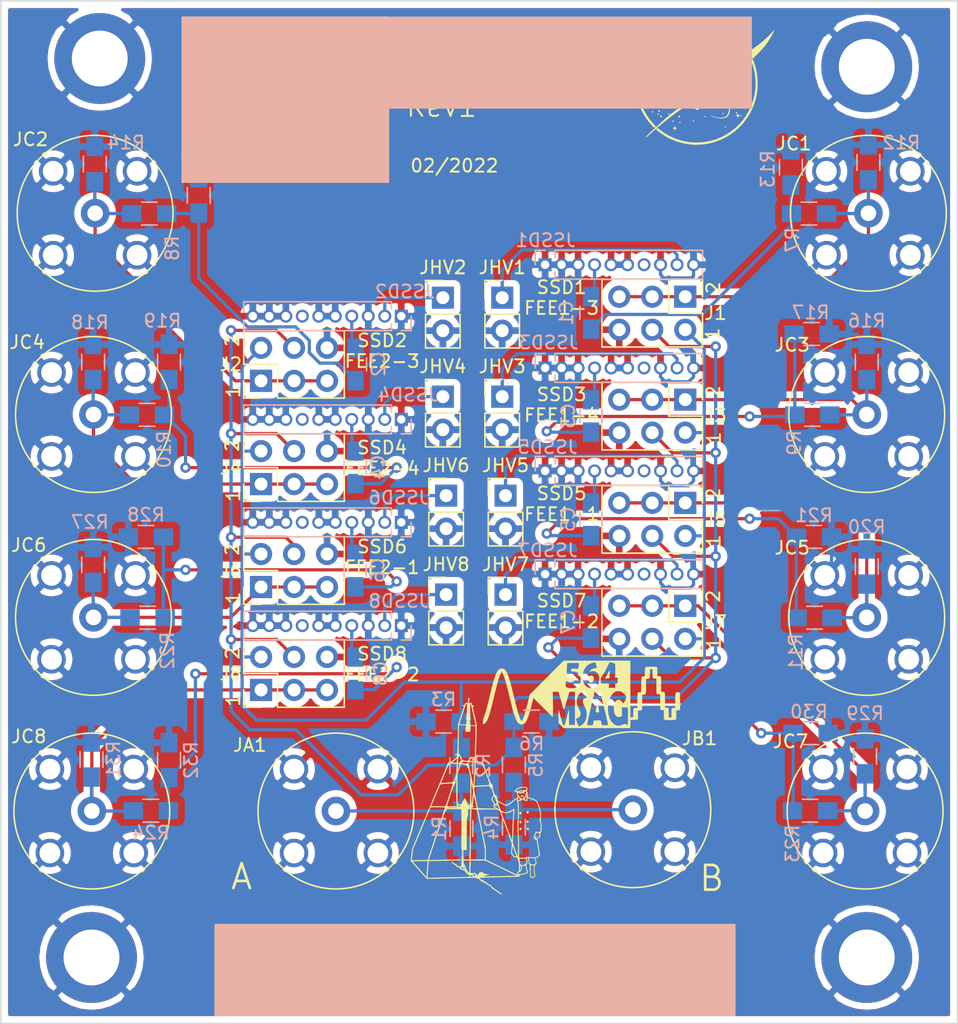
<source format=kicad_pcb>
(kicad_pcb (version 20171130) (host pcbnew "(5.1.10)-1")

  (general
    (thickness 1.6)
    (drawings 37)
    (tracks 312)
    (zones 0)
    (modules 79)
    (nets 38)
  )

  (page A4)
  (layers
    (0 F.Cu mixed)
    (31 B.Cu mixed)
    (32 B.Adhes user)
    (33 F.Adhes user)
    (34 B.Paste user hide)
    (35 F.Paste user)
    (36 B.SilkS user hide)
    (37 F.SilkS user)
    (38 B.Mask user hide)
    (39 F.Mask user)
    (40 Dwgs.User user hide)
    (41 Cmts.User user hide)
    (42 Eco1.User user)
    (43 Eco2.User user)
    (44 Edge.Cuts user)
    (45 Margin user)
    (46 B.CrtYd user hide)
    (47 F.CrtYd user hide)
    (48 B.Fab user hide)
    (49 F.Fab user hide)
  )

  (setup
    (last_trace_width 0.25)
    (user_trace_width 0.127)
    (user_trace_width 0.1524)
    (user_trace_width 0.2032)
    (user_trace_width 0.254)
    (user_trace_width 0.3048)
    (user_trace_width 0.381)
    (user_trace_width 0.508)
    (user_trace_width 0.635)
    (trace_clearance 0.2)
    (zone_clearance 0.508)
    (zone_45_only no)
    (trace_min 0.127)
    (via_size 0.8)
    (via_drill 0.4)
    (via_min_size 0.508)
    (via_min_drill 0.3048)
    (user_via 0.6858 0.3302)
    (user_via 0.8128 0.4064)
    (user_via 1.2192 0.6096)
    (user_via 1.4224 0.8128)
    (blind_buried_vias_allowed yes)
    (uvia_size 0.3)
    (uvia_drill 0.1016)
    (uvias_allowed yes)
    (uvia_min_size 0.2032)
    (uvia_min_drill 0.1016)
    (edge_width 0.05)
    (segment_width 0.2)
    (pcb_text_width 0.3)
    (pcb_text_size 1.5 1.5)
    (mod_edge_width 0.12)
    (mod_text_size 1 1)
    (mod_text_width 0.15)
    (pad_size 1 1)
    (pad_drill 0.65)
    (pad_to_mask_clearance 0.051)
    (solder_mask_min_width 0.25)
    (aux_axis_origin 0 0)
    (visible_elements 7EFFFFFF)
    (pcbplotparams
      (layerselection 0x010fc_ffffffff)
      (usegerberextensions false)
      (usegerberattributes false)
      (usegerberadvancedattributes false)
      (creategerberjobfile false)
      (excludeedgelayer true)
      (linewidth 0.100000)
      (plotframeref false)
      (viasonmask false)
      (mode 1)
      (useauxorigin false)
      (hpglpennumber 1)
      (hpglpenspeed 20)
      (hpglpendiameter 15.000000)
      (psnegative false)
      (psa4output false)
      (plotreference true)
      (plotvalue true)
      (plotinvisibletext false)
      (padsonsilk false)
      (subtractmaskfromsilk false)
      (outputformat 1)
      (mirror false)
      (drillshape 0)
      (scaleselection 1)
      (outputdirectory "gerber/"))
  )

  (net 0 "")
  (net 1 GND)
  (net 2 /Qinj1)
  (net 3 /Vpls1)
  (net 4 /Qinj2)
  (net 5 /Vpls2)
  (net 6 /Qinj3)
  (net 7 /Vpls3)
  (net 8 /Qinj4)
  (net 9 /Vpls4)
  (net 10 /Qinj5)
  (net 11 /Vpls5)
  (net 12 /Qinj6)
  (net 13 /Vpls6)
  (net 14 /Qinj7)
  (net 15 /Vpls7)
  (net 16 /Qinj8)
  (net 17 /Vpls8)
  (net 18 /VdivA)
  (net 19 /VdivB)
  (net 20 /VinA)
  (net 21 /VinB)
  (net 22 /HV1)
  (net 23 /HV2)
  (net 24 /HV3)
  (net 25 /HV4)
  (net 26 /HV5)
  (net 27 /HV6)
  (net 28 /HV7)
  (net 29 /HV8)
  (net 30 /V1)
  (net 31 /V2)
  (net 32 /V3)
  (net 33 /V4)
  (net 34 /V5)
  (net 35 /V6)
  (net 36 /V7)
  (net 37 /V8)

  (net_class Default "This is the default net class."
    (clearance 0.2)
    (trace_width 0.25)
    (via_dia 0.8)
    (via_drill 0.4)
    (uvia_dia 0.3)
    (uvia_drill 0.1016)
    (add_net /HV1)
    (add_net /HV2)
    (add_net /HV3)
    (add_net /HV4)
    (add_net /HV5)
    (add_net /HV6)
    (add_net /HV7)
    (add_net /HV8)
    (add_net /Qinj1)
    (add_net /Qinj2)
    (add_net /Qinj3)
    (add_net /Qinj4)
    (add_net /Qinj5)
    (add_net /Qinj6)
    (add_net /Qinj7)
    (add_net /Qinj8)
    (add_net /V1)
    (add_net /V2)
    (add_net /V3)
    (add_net /V4)
    (add_net /V5)
    (add_net /V6)
    (add_net /V7)
    (add_net /V8)
    (add_net /VdivA)
    (add_net /VdivB)
    (add_net /VinA)
    (add_net /VinB)
    (add_net /Vpls1)
    (add_net /Vpls2)
    (add_net /Vpls3)
    (add_net /Vpls4)
    (add_net /Vpls5)
    (add_net /Vpls6)
    (add_net /Vpls7)
    (add_net /Vpls8)
    (add_net GND)
  )

  (module MSAG_Misc:Pin_Header_Straight_2x03_Pitch2.54mm (layer F.Cu) (tedit 5C52EDE1) (tstamp 60046656)
    (at 10.78992 10.3886 270)
    (descr "Through hole straight pin header, 2x03, 2.54mm pitch, double rows")
    (tags "Through hole pin header THT 2x03 2.54mm double row")
    (path /60190959)
    (fp_text reference J3 (at 1.27 -2.33 180) (layer F.SilkS)
      (effects (font (size 1 1) (thickness 0.15)))
    )
    (fp_text value Conn_02x03 (at 1.27 7.41 90) (layer F.Fab)
      (effects (font (size 1 1) (thickness 0.15)))
    )
    (fp_line (start 0 -1.27) (end 3.81 -1.27) (layer F.Fab) (width 0.1))
    (fp_line (start 3.81 -1.27) (end 3.81 6.35) (layer F.Fab) (width 0.1))
    (fp_line (start 3.81 6.35) (end -1.27 6.35) (layer F.Fab) (width 0.1))
    (fp_line (start -1.27 6.35) (end -1.27 0) (layer F.Fab) (width 0.1))
    (fp_line (start -1.27 0) (end 0 -1.27) (layer F.Fab) (width 0.1))
    (fp_line (start -1.33 6.41) (end 3.87 6.41) (layer F.SilkS) (width 0.12))
    (fp_line (start -1.33 1.27) (end -1.33 6.41) (layer F.SilkS) (width 0.12))
    (fp_line (start 3.87 -1.33) (end 3.87 6.41) (layer F.SilkS) (width 0.12))
    (fp_line (start -1.33 1.27) (end 1.27 1.27) (layer F.SilkS) (width 0.12))
    (fp_line (start 1.27 1.27) (end 1.27 -1.33) (layer F.SilkS) (width 0.12))
    (fp_line (start 1.27 -1.33) (end 3.87 -1.33) (layer F.SilkS) (width 0.12))
    (fp_line (start -1.33 0) (end -1.33 -1.33) (layer F.SilkS) (width 0.12))
    (fp_line (start -1.33 -1.33) (end 0 -1.33) (layer F.SilkS) (width 0.12))
    (fp_line (start -1.8 -1.8) (end -1.8 6.85) (layer F.CrtYd) (width 0.05))
    (fp_line (start -1.8 6.85) (end 4.35 6.85) (layer F.CrtYd) (width 0.05))
    (fp_line (start 4.35 6.85) (end 4.35 -1.8) (layer F.CrtYd) (width 0.05))
    (fp_line (start 4.35 -1.8) (end -1.8 -1.8) (layer F.CrtYd) (width 0.05))
    (fp_text user %R (at 1.27 2.54) (layer F.Fab)
      (effects (font (size 1 1) (thickness 0.15)))
    )
    (pad 1 thru_hole rect (at 0 0 270) (size 1.7 1.7) (drill 1) (layers *.Cu *.Mask)
      (net 32 /V3))
    (pad 2 thru_hole oval (at 2.54 0 270) (size 1.7 1.7) (drill 1) (layers *.Cu *.Mask)
      (net 18 /VdivA))
    (pad 3 thru_hole oval (at 0 2.54 270) (size 1.7 1.7) (drill 1) (layers *.Cu *.Mask)
      (net 32 /V3))
    (pad 4 thru_hole oval (at 2.54 2.54 270) (size 1.7 1.7) (drill 1) (layers *.Cu *.Mask)
      (net 19 /VdivB))
    (pad 5 thru_hole oval (at 0 5.08 270) (size 1.7 1.7) (drill 1) (layers *.Cu *.Mask)
      (net 32 /V3))
    (pad 6 thru_hole oval (at 2.54 5.08 270) (size 1.7 1.7) (drill 1) (layers *.Cu *.Mask)
      (net 1 GND))
    (model ${MSAG3D}/Connector_PinHeader_2.54mm.3dshapes/Pin_Header_Straight_2x03_Pitch2.54mm.step
      (at (xyz 0 0 0))
      (scale (xyz 1 1 1))
      (rotate (xyz 0 0 0))
    )
  )

  (module MSAG_Misc:Pin_Header_Straight_1x02_Pitch2.54mm (layer F.Cu) (tedit 5C52ECC1) (tstamp 6004AC16)
    (at -3.048 25.4)
    (descr "Through hole straight pin header, 1x02, 2.54mm pitch, single row")
    (tags "Through hole pin header THT 1x02 2.54mm single row")
    (path /60248BC9)
    (fp_text reference JHV7 (at 0 -2.33) (layer F.SilkS)
      (effects (font (size 1 1) (thickness 0.15)))
    )
    (fp_text value Conn_01x02 (at 0 4.87) (layer F.Fab)
      (effects (font (size 1 1) (thickness 0.15)))
    )
    (fp_line (start -0.635 -1.27) (end 1.27 -1.27) (layer F.Fab) (width 0.1))
    (fp_line (start 1.27 -1.27) (end 1.27 3.81) (layer F.Fab) (width 0.1))
    (fp_line (start 1.27 3.81) (end -1.27 3.81) (layer F.Fab) (width 0.1))
    (fp_line (start -1.27 3.81) (end -1.27 -0.635) (layer F.Fab) (width 0.1))
    (fp_line (start -1.27 -0.635) (end -0.635 -1.27) (layer F.Fab) (width 0.1))
    (fp_line (start -1.33 3.87) (end 1.33 3.87) (layer F.SilkS) (width 0.12))
    (fp_line (start -1.33 1.27) (end -1.33 3.87) (layer F.SilkS) (width 0.12))
    (fp_line (start 1.33 1.27) (end 1.33 3.87) (layer F.SilkS) (width 0.12))
    (fp_line (start -1.33 1.27) (end 1.33 1.27) (layer F.SilkS) (width 0.12))
    (fp_line (start -1.33 0) (end -1.33 -1.33) (layer F.SilkS) (width 0.12))
    (fp_line (start -1.33 -1.33) (end 0 -1.33) (layer F.SilkS) (width 0.12))
    (fp_line (start -1.8 -1.8) (end -1.8 4.35) (layer F.CrtYd) (width 0.05))
    (fp_line (start -1.8 4.35) (end 1.8 4.35) (layer F.CrtYd) (width 0.05))
    (fp_line (start 1.8 4.35) (end 1.8 -1.8) (layer F.CrtYd) (width 0.05))
    (fp_line (start 1.8 -1.8) (end -1.8 -1.8) (layer F.CrtYd) (width 0.05))
    (fp_text user %R (at 0 1.27 90) (layer F.Fab)
      (effects (font (size 1 1) (thickness 0.15)))
    )
    (pad 1 thru_hole rect (at 0 0) (size 1.7 1.7) (drill 1) (layers *.Cu *.Mask)
      (net 28 /HV7))
    (pad 2 thru_hole oval (at 0 2.54) (size 1.7 1.7) (drill 1) (layers *.Cu *.Mask)
      (net 1 GND))
    (model ${MSAG3D}/Connector_PinHeader_2.54mm.3dshapes/Pin_Header_Straight_1x02_Pitch2.54mm.step
      (at (xyz 0 0 0))
      (scale (xyz 1 1 1))
      (rotate (xyz 0 0 0))
    )
  )

  (module MSAG_Misc:MountingHole_4.3mm_M4_ISO14580_Pad (layer F.Cu) (tedit 611D2A38) (tstamp 61AE2C31)
    (at -34.29 -15.875)
    (descr "Mounting Hole 4.3mm, M4, ISO14580")
    (tags "mounting hole 4.3mm m4 iso14580")
    (path /61B9663B)
    (attr virtual)
    (fp_text reference MH4 (at 0 0) (layer F.SilkS) hide
      (effects (font (size 1 1) (thickness 0.15)))
    )
    (fp_text value MountingHole (at 0 1) (layer F.Fab)
      (effects (font (size 0.25 0.25) (thickness 0.0375)))
    )
    (fp_circle (center 0 0) (end 3.5 0) (layer B.Fab) (width 0.15))
    (fp_circle (center 0 0) (end 3.5 0) (layer F.Fab) (width 0.15))
    (fp_circle (center 0 0) (end 3.5 0) (layer Cmts.User) (width 0.15))
    (fp_circle (center 0 0) (end 3.75 0) (layer F.CrtYd) (width 0.05))
    (fp_text user %R (at 0 -1.45) (layer F.Fab)
      (effects (font (size 1 1) (thickness 0.15)))
    )
    (pad 1 thru_hole circle (at 0 0) (size 7 7) (drill 4.3) (layers *.Cu *.Mask)
      (net 1 GND))
  )

  (module MSAG_Misc:MountingHole_4.3mm_M4_ISO14580_Pad (layer F.Cu) (tedit 611D2A38) (tstamp 61AE2C27)
    (at -34.925 53.34)
    (descr "Mounting Hole 4.3mm, M4, ISO14580")
    (tags "mounting hole 4.3mm m4 iso14580")
    (path /61B1A6DB)
    (attr virtual)
    (fp_text reference MH3 (at 0 0) (layer F.SilkS) hide
      (effects (font (size 1 1) (thickness 0.15)))
    )
    (fp_text value MountingHole (at 0 1) (layer F.Fab)
      (effects (font (size 0.25 0.25) (thickness 0.0375)))
    )
    (fp_circle (center 0 0) (end 3.5 0) (layer B.Fab) (width 0.15))
    (fp_circle (center 0 0) (end 3.5 0) (layer F.Fab) (width 0.15))
    (fp_circle (center 0 0) (end 3.5 0) (layer Cmts.User) (width 0.15))
    (fp_circle (center 0 0) (end 3.75 0) (layer F.CrtYd) (width 0.05))
    (fp_text user %R (at 0 -1.45) (layer F.Fab)
      (effects (font (size 1 1) (thickness 0.15)))
    )
    (pad 1 thru_hole circle (at 0 0) (size 7 7) (drill 4.3) (layers *.Cu *.Mask)
      (net 1 GND))
  )

  (module MSAG_Misc:MountingHole_4.3mm_M4_ISO14580_Pad (layer F.Cu) (tedit 611D2A38) (tstamp 61AE2C1D)
    (at 24.765 -15.24)
    (descr "Mounting Hole 4.3mm, M4, ISO14580")
    (tags "mounting hole 4.3mm m4 iso14580")
    (path /61C12A62)
    (attr virtual)
    (fp_text reference MH2 (at 0 0) (layer F.SilkS) hide
      (effects (font (size 1 1) (thickness 0.15)))
    )
    (fp_text value MountingHole (at 0 1) (layer F.Fab)
      (effects (font (size 0.25 0.25) (thickness 0.0375)))
    )
    (fp_circle (center 0 0) (end 3.5 0) (layer B.Fab) (width 0.15))
    (fp_circle (center 0 0) (end 3.5 0) (layer F.Fab) (width 0.15))
    (fp_circle (center 0 0) (end 3.5 0) (layer Cmts.User) (width 0.15))
    (fp_circle (center 0 0) (end 3.75 0) (layer F.CrtYd) (width 0.05))
    (fp_text user %R (at 0 -1.45) (layer F.Fab)
      (effects (font (size 1 1) (thickness 0.15)))
    )
    (pad 1 thru_hole circle (at 0 0) (size 7 7) (drill 4.3) (layers *.Cu *.Mask)
      (net 1 GND))
  )

  (module MSAG_Misc:MountingHole_4.3mm_M4_ISO14580_Pad (layer F.Cu) (tedit 611D2A38) (tstamp 61AE2C13)
    (at 24.765 53.34)
    (descr "Mounting Hole 4.3mm, M4, ISO14580")
    (tags "mounting hole 4.3mm m4 iso14580")
    (path /61C12A55)
    (attr virtual)
    (fp_text reference MH1 (at 0 0) (layer F.SilkS) hide
      (effects (font (size 1 1) (thickness 0.15)))
    )
    (fp_text value MountingHole (at 0 1) (layer F.Fab)
      (effects (font (size 0.25 0.25) (thickness 0.0375)))
    )
    (fp_circle (center 0 0) (end 3.5 0) (layer B.Fab) (width 0.15))
    (fp_circle (center 0 0) (end 3.5 0) (layer F.Fab) (width 0.15))
    (fp_circle (center 0 0) (end 3.5 0) (layer Cmts.User) (width 0.15))
    (fp_circle (center 0 0) (end 3.75 0) (layer F.CrtYd) (width 0.05))
    (fp_text user %R (at 0 -1.45) (layer F.Fab)
      (effects (font (size 1 1) (thickness 0.15)))
    )
    (pad 1 thru_hole circle (at 0 0) (size 7 7) (drill 4.3) (layers *.Cu *.Mask)
      (net 1 GND))
  )

  (module MSAG_Misc:goddard_rocket_0.4inA (layer F.Cu) (tedit 0) (tstamp 600B411E)
    (at -5.3086 40.9448)
    (fp_text reference G*** (at 0 0) (layer F.SilkS) hide
      (effects (font (size 1.524 1.524) (thickness 0.3)))
    )
    (fp_text value LOGO (at 0.75 0) (layer F.SilkS) hide
      (effects (font (size 1.524 1.524) (thickness 0.3)))
    )
    (fp_poly (pts (xy -0.540663 -7.593525) (xy -0.532261 -7.572705) (xy -0.529549 -7.529032) (xy -0.531826 -7.455164)
      (xy -0.535502 -7.389885) (xy -0.548232 -7.180937) (xy -0.45581 -7.191355) (xy -0.363388 -7.201772)
      (xy -0.324698 -7.092838) (xy -0.300754 -7.030499) (xy -0.280685 -6.999883) (xy -0.255729 -6.99231)
      (xy -0.227671 -6.996717) (xy -0.182502 -6.996476) (xy -0.168475 -6.975042) (xy -0.18676 -6.94112)
      (xy -0.216865 -6.916271) (xy -0.264397 -6.884711) (xy -0.10991 -6.18873) (xy 0.044577 -5.49275)
      (xy 0.011707 -4.339167) (xy 0.005435 -4.115166) (xy -0.000422 -3.898399) (xy -0.005751 -3.693595)
      (xy -0.010438 -3.505481) (xy -0.014371 -3.338784) (xy -0.017435 -3.198231) (xy -0.019518 -3.088549)
      (xy -0.020504 -3.014467) (xy -0.020565 -2.995083) (xy -0.019967 -2.804583) (xy 0.096304 -2.73421)
      (xy 0.171453 -2.693143) (xy 0.226422 -2.675442) (xy 0.273408 -2.677198) (xy 0.273906 -2.677307)
      (xy 0.349995 -2.674556) (xy 0.431634 -2.64129) (xy 0.507446 -2.585796) (xy 0.566055 -2.516359)
      (xy 0.595829 -2.442817) (xy 0.604697 -2.413186) (xy 0.62654 -2.348756) (xy 0.659616 -2.254421)
      (xy 0.70218 -2.135074) (xy 0.752492 -1.995609) (xy 0.808806 -1.84092) (xy 0.85725 -1.70884)
      (xy 0.927697 -1.51843) (xy 0.985639 -1.364438) (xy 1.032571 -1.24333) (xy 1.069989 -1.151575)
      (xy 1.099389 -1.085638) (xy 1.122268 -1.041987) (xy 1.140121 -1.017089) (xy 1.154294 -1.007451)
      (xy 1.192569 -0.981673) (xy 1.228906 -0.93126) (xy 1.259437 -0.867165) (xy 1.280294 -0.800341)
      (xy 1.28761 -0.741741) (xy 1.277516 -0.702318) (xy 1.265201 -0.693373) (xy 1.258624 -0.674806)
      (xy 1.267103 -0.626369) (xy 1.29138 -0.545103) (xy 1.330649 -0.432317) (xy 1.378217 -0.303946)
      (xy 1.415887 -0.210707) (xy 1.446567 -0.14738) (xy 1.473161 -0.108746) (xy 1.498577 -0.089585)
      (xy 1.524203 -0.084667) (xy 1.563755 -0.0654) (xy 1.596102 -0.014992) (xy 1.616999 0.055467)
      (xy 1.622201 0.13489) (xy 1.619365 0.163874) (xy 1.614405 0.225818) (xy 1.626444 0.266254)
      (xy 1.658036 0.301776) (xy 1.706252 0.338097) (xy 1.782968 0.386608) (xy 1.878216 0.441824)
      (xy 1.982027 0.498261) (xy 2.084435 0.550438) (xy 2.175471 0.592869) (xy 2.221545 0.61177)
      (xy 2.286788 0.635587) (xy 2.32559 0.644529) (xy 2.351094 0.638734) (xy 2.37644 0.618339)
      (xy 2.38166 0.613448) (xy 2.43021 0.582175) (xy 2.471827 0.5715) (xy 2.517775 0.55435)
      (xy 2.5396 0.529913) (xy 2.573156 0.497839) (xy 2.629536 0.468849) (xy 2.648472 0.462375)
      (xy 2.717017 0.430922) (xy 2.756394 0.389644) (xy 2.756758 0.388861) (xy 2.78105 0.360865)
      (xy 2.831175 0.317664) (xy 2.897846 0.265929) (xy 2.971774 0.212329) (xy 3.043669 0.163535)
      (xy 3.104244 0.126218) (xy 3.144209 0.107048) (xy 3.150872 0.105833) (xy 3.164668 0.087091)
      (xy 3.175688 0.04052) (xy 3.182455 -0.019395) (xy 3.183493 -0.078168) (xy 3.177323 -0.121314)
      (xy 3.174678 -0.127601) (xy 3.160272 -0.170628) (xy 3.14924 -0.230265) (xy 3.148854 -0.233529)
      (xy 3.142826 -0.253521) (xy 3.199651 -0.253521) (xy 3.205767 -0.218629) (xy 3.229966 -0.159251)
      (xy 3.260978 -0.109941) (xy 3.290133 -0.064734) (xy 3.302 -0.030487) (xy 3.317918 0.003168)
      (xy 3.358161 0.0497) (xy 3.411454 0.099072) (xy 3.466527 0.141244) (xy 3.512108 0.16618)
      (xy 3.526133 0.169105) (xy 3.569617 0.156903) (xy 3.626251 0.125986) (xy 3.647406 0.111125)
      (xy 3.709284 0.050171) (xy 3.762862 -0.027416) (xy 3.799242 -0.106629) (xy 3.81 -0.163014)
      (xy 3.819689 -0.213081) (xy 3.841619 -0.267456) (xy 3.869702 -0.338433) (xy 3.867558 -0.384002)
      (xy 3.835381 -0.401969) (xy 3.829775 -0.402167) (xy 3.759569 -0.387514) (xy 3.715477 -0.347598)
      (xy 3.704166 -0.303224) (xy 3.70178 -0.270908) (xy 3.687417 -0.25633) (xy 3.650272 -0.25511)
      (xy 3.598923 -0.260568) (xy 3.535582 -0.264099) (xy 3.491866 -0.259098) (xy 3.481257 -0.252933)
      (xy 3.454751 -0.23917) (xy 3.40885 -0.233469) (xy 3.360915 -0.235714) (xy 3.328305 -0.245786)
      (xy 3.323166 -0.254) (xy 3.304722 -0.26866) (xy 3.260064 -0.275149) (xy 3.257372 -0.275167)
      (xy 3.212602 -0.271653) (xy 3.199651 -0.253521) (xy 3.142826 -0.253521) (xy 3.131515 -0.291029)
      (xy 3.126095 -0.296333) (xy 3.608916 -0.296333) (xy 3.615397 -0.279673) (xy 3.639417 -0.275167)
      (xy 3.674485 -0.283803) (xy 3.683 -0.296333) (xy 3.665946 -0.315318) (xy 3.652499 -0.3175)
      (xy 3.616461 -0.3046) (xy 3.608916 -0.296333) (xy 3.126095 -0.296333) (xy 3.089581 -0.332061)
      (xy 3.043386 -0.351871) (xy 3.185583 -0.351871) (xy 3.2385 -0.335536) (xy 3.31073 -0.324884)
      (xy 3.404901 -0.325921) (xy 3.502803 -0.337028) (xy 3.586226 -0.356587) (xy 3.617131 -0.369192)
      (xy 3.65933 -0.395003) (xy 3.676613 -0.413836) (xy 3.675743 -0.416479) (xy 3.651536 -0.418485)
      (xy 3.596253 -0.415169) (xy 3.520633 -0.407789) (xy 3.435419 -0.397605) (xy 3.35135 -0.385876)
      (xy 3.279169 -0.373862) (xy 3.2385 -0.365221) (xy 3.185583 -0.351871) (xy 3.043386 -0.351871)
      (xy 3.014796 -0.364131) (xy 3.000375 -0.368591) (xy 2.96774 -0.393456) (xy 2.970833 -0.421555)
      (xy 3.038515 -0.421555) (xy 3.04262 -0.413155) (xy 3.047306 -0.407479) (xy 3.058937 -0.405005)
      (xy 3.083877 -0.406212) (xy 3.128491 -0.411576) (xy 3.199141 -0.421576) (xy 3.302192 -0.436691)
      (xy 3.367495 -0.446262) (xy 3.479998 -0.461491) (xy 3.58129 -0.472965) (xy 3.662178 -0.479803)
      (xy 3.713467 -0.481127) (xy 3.722278 -0.480214) (xy 3.787476 -0.481389) (xy 3.840757 -0.505795)
      (xy 3.877246 -0.544871) (xy 3.89207 -0.590061) (xy 3.880356 -0.632805) (xy 3.837229 -0.664547)
      (xy 3.828914 -0.667465) (xy 3.755493 -0.67969) (xy 3.655519 -0.681808) (xy 3.543319 -0.674701)
      (xy 3.433224 -0.659249) (xy 3.343448 -0.637586) (xy 3.267551 -0.607348) (xy 3.190937 -0.566688)
      (xy 3.121882 -0.52147) (xy 3.068665 -0.477561) (xy 3.039565 -0.440824) (xy 3.038515 -0.421555)
      (xy 2.970833 -0.421555) (xy 2.972496 -0.436662) (xy 3.014338 -0.497279) (xy 3.056589 -0.541112)
      (xy 3.166116 -0.625305) (xy 3.295587 -0.684512) (xy 3.45148 -0.721052) (xy 3.59958 -0.735522)
      (xy 3.704088 -0.739233) (xy 3.777291 -0.73678) (xy 3.829895 -0.727197) (xy 3.869455 -0.711175)
      (xy 3.912367 -0.683972) (xy 3.93191 -0.650697) (xy 3.936947 -0.594574) (xy 3.937 -0.583304)
      (xy 3.932272 -0.525304) (xy 3.920365 -0.488347) (xy 3.914134 -0.482739) (xy 3.901856 -0.459823)
      (xy 3.911427 -0.422767) (xy 3.951415 -0.306375) (xy 3.972261 -0.20872) (xy 3.977191 -0.112598)
      (xy 3.975909 -0.078911) (xy 3.96875 0.051089) (xy 4.189705 0.119958) (xy 4.332374 0.165132)
      (xy 4.44077 0.202016) (xy 4.52129 0.234079) (xy 4.58033 0.264789) (xy 4.624284 0.297614)
      (xy 4.659549 0.33602) (xy 4.692521 0.383477) (xy 4.701257 0.397324) (xy 4.740699 0.465938)
      (xy 4.776815 0.541978) (xy 4.812137 0.632438) (xy 4.849196 0.744309) (xy 4.890526 0.884586)
      (xy 4.931133 1.032228) (xy 4.96249 1.15718) (xy 4.981938 1.260948) (xy 4.992019 1.36214)
      (xy 4.995275 1.479363) (xy 4.995333 1.50219) (xy 4.993223 1.602286) (xy 4.98752 1.691126)
      (xy 4.979165 1.757398) (xy 4.971764 1.785403) (xy 4.961248 1.823693) (xy 4.965011 1.871589)
      (xy 4.984564 1.941562) (xy 4.994083 1.969732) (xy 5.025261 2.102545) (xy 5.03888 2.264179)
      (xy 5.034585 2.444774) (xy 5.016936 2.6035) (xy 5.006157 2.678383) (xy 4.998501 2.738065)
      (xy 4.995758 2.767542) (xy 4.978285 2.790994) (xy 4.963583 2.794) (xy 4.946202 2.80282)
      (xy 4.936321 2.834493) (xy 4.932236 2.896831) (xy 4.931833 2.939595) (xy 4.931833 3.085191)
      (xy 4.817595 3.182788) (xy 4.758381 3.23462) (xy 4.725746 3.270152) (xy 4.713824 3.300275)
      (xy 4.716746 3.335881) (xy 4.722139 3.359984) (xy 4.732539 3.411319) (xy 4.747261 3.493514)
      (xy 4.764404 3.595557) (xy 4.782067 3.706433) (xy 4.783353 3.71475) (xy 4.804725 3.849713)
      (xy 4.829377 3.999746) (xy 4.853884 4.144258) (xy 4.87042 4.238358) (xy 4.915055 4.486799)
      (xy 4.826126 4.593015) (xy 4.768178 4.653643) (xy 4.713132 4.696678) (xy 4.681057 4.711467)
      (xy 4.617161 4.727045) (xy 4.584633 4.741903) (xy 4.573123 4.762516) (xy 4.572 4.779689)
      (xy 4.578718 4.820209) (xy 4.596146 4.884845) (xy 4.615368 4.944395) (xy 4.645062 5.059196)
      (xy 4.644246 5.1466) (xy 4.612591 5.208898) (xy 4.573063 5.2382) (xy 4.544494 5.255154)
      (xy 4.525839 5.276518) (xy 4.514023 5.311644) (xy 4.505969 5.369884) (xy 4.498604 5.460591)
      (xy 4.498224 5.465794) (xy 4.493707 5.622254) (xy 4.50487 5.779331) (xy 4.519324 5.882088)
      (xy 4.535195 5.989653) (xy 4.542199 6.064107) (xy 4.540664 6.113659) (xy 4.530919 6.146521)
      (xy 4.529954 6.148379) (xy 4.476752 6.208013) (xy 4.398033 6.249794) (xy 4.310519 6.265333)
      (xy 4.251981 6.256982) (xy 4.207402 6.224904) (xy 4.184201 6.196542) (xy 4.158432 6.158681)
      (xy 4.144745 6.123523) (xy 4.1413 6.078232) (xy 4.146257 6.009972) (xy 4.151066 5.965406)
      (xy 4.159155 5.862185) (xy 4.155892 5.789187) (xy 4.142387 5.739253) (xy 4.129372 5.689477)
      (xy 4.124646 5.617002) (xy 4.126031 5.573033) (xy 4.193049 5.573033) (xy 4.194754 5.714362)
      (xy 4.198201 5.893448) (xy 4.198516 5.908535) (xy 4.204183 6.036462) (xy 4.214958 6.122576)
      (xy 4.230871 6.167093) (xy 4.23146 6.167827) (xy 4.28156 6.197062) (xy 4.352375 6.196801)
      (xy 4.412761 6.177038) (xy 4.456256 6.145711) (xy 4.478134 6.09674) (xy 4.480107 6.022637)
      (xy 4.467757 5.936166) (xy 4.458558 5.864325) (xy 4.451141 5.764386) (xy 4.446359 5.650577)
      (xy 4.445 5.55589) (xy 4.445 5.298722) (xy 4.386413 5.298722) (xy 4.318288 5.293242)
      (xy 4.271674 5.284629) (xy 4.247258 5.280423) (xy 4.228065 5.284284) (xy 4.213598 5.300452)
      (xy 4.203361 5.33317) (xy 4.196855 5.386679) (xy 4.193583 5.465219) (xy 4.193049 5.573033)
      (xy 4.126031 5.573033) (xy 4.127893 5.513923) (xy 4.131337 5.462576) (xy 4.138048 5.365611)
      (xy 4.140037 5.301215) (xy 4.135982 5.259764) (xy 4.124564 5.231628) (xy 4.104459 5.207183)
      (xy 4.094974 5.197565) (xy 4.064037 5.159073) (xy 4.048234 5.113379) (xy 4.043017 5.045098)
      (xy 4.042833 5.021233) (xy 4.037248 4.93125) (xy 4.022363 4.846416) (xy 4.000985 4.775662)
      (xy 3.97592 4.727918) (xy 3.959791 4.718094) (xy 4.043093 4.718094) (xy 4.064129 4.773425)
      (xy 4.075436 4.824287) (xy 4.083073 4.899069) (xy 4.085166 4.962616) (xy 4.091811 5.061072)
      (xy 4.116252 5.12874) (xy 4.165251 5.1757) (xy 4.245568 5.212035) (xy 4.2545 5.215106)
      (xy 4.316098 5.235927) (xy 4.354858 5.244889) (xy 4.388622 5.24184) (xy 4.435234 5.226627)
      (xy 4.472168 5.213251) (xy 4.543653 5.179277) (xy 4.580933 5.13609) (xy 4.587294 5.075358)
      (xy 4.566023 4.988748) (xy 4.563581 4.981495) (xy 4.542946 4.906724) (xy 4.530922 4.835668)
      (xy 4.529666 4.813575) (xy 4.529666 4.745191) (xy 4.418541 4.748554) (xy 4.332736 4.747486)
      (xy 4.233064 4.741108) (xy 4.175254 4.735005) (xy 4.043093 4.718094) (xy 3.959791 4.718094)
      (xy 3.949974 4.712115) (xy 3.946023 4.71311) (xy 3.925452 4.742852) (xy 3.917496 4.808364)
      (xy 3.922311 4.904957) (xy 3.936211 5.005917) (xy 3.944847 5.07191) (xy 3.940067 5.1139)
      (xy 3.918206 5.149077) (xy 3.901837 5.167246) (xy 3.876811 5.196041) (xy 3.862639 5.22393)
      (xy 3.857832 5.261839) (xy 3.860896 5.320689) (xy 3.869519 5.403926) (xy 3.891149 5.538758)
      (xy 3.921943 5.634551) (xy 3.93438 5.657845) (xy 3.96443 5.725357) (xy 3.979059 5.795313)
      (xy 3.979333 5.803838) (xy 3.975566 5.848908) (xy 3.957615 5.87889) (xy 3.915504 5.905616)
      (xy 3.878791 5.923047) (xy 3.786828 5.958343) (xy 3.676894 5.990704) (xy 3.56546 6.016079)
      (xy 3.468998 6.030416) (xy 3.435036 6.032187) (xy 3.376082 6.046301) (xy 3.340262 6.081676)
      (xy 3.336939 6.128794) (xy 3.337727 6.131102) (xy 3.334178 6.161494) (xy 3.32862 6.166713)
      (xy 3.305007 6.169019) (xy 3.242475 6.172138) (xy 3.144428 6.175967) (xy 3.014271 6.180404)
      (xy 2.855409 6.185345) (xy 2.671245 6.190688) (xy 2.465185 6.196329) (xy 2.240632 6.202167)
      (xy 2.000992 6.208099) (xy 1.798211 6.212901) (xy 1.548967 6.21887) (xy 1.312146 6.224904)
      (xy 1.091141 6.230892) (xy 0.889344 6.236725) (xy 0.710149 6.242296) (xy 0.556949 6.247494)
      (xy 0.433136 6.25221) (xy 0.342104 6.256336) (xy 0.287246 6.259763) (xy 0.271652 6.261956)
      (xy 0.276981 6.283725) (xy 0.305154 6.326008) (xy 0.340718 6.368907) (xy 0.387734 6.420118)
      (xy 0.41695 6.443921) (xy 0.438623 6.444607) (xy 0.46301 6.426469) (xy 0.467853 6.422104)
      (xy 0.500902 6.395491) (xy 0.521193 6.398104) (xy 0.541661 6.423118) (xy 0.565888 6.477665)
      (xy 0.5715 6.515151) (xy 0.575768 6.548891) (xy 0.596873 6.559025) (xy 0.642838 6.552995)
      (xy 0.681951 6.548759) (xy 0.715435 6.556842) (xy 0.75365 6.582886) (xy 0.806957 6.632535)
      (xy 0.828917 6.654352) (xy 0.902277 6.721934) (xy 0.963455 6.762833) (xy 1.024736 6.784915)
      (xy 1.036903 6.787533) (xy 1.097681 6.804536) (xy 1.139175 6.8338) (xy 1.177591 6.887691)
      (xy 1.185323 6.900778) (xy 1.264124 6.997507) (xy 1.347543 7.060006) (xy 1.421024 7.107176)
      (xy 1.491202 7.156943) (xy 1.522667 7.181714) (xy 1.570121 7.217508) (xy 1.606154 7.237492)
      (xy 1.613016 7.239) (xy 1.640876 7.251848) (xy 1.686961 7.28457) (xy 1.715277 7.307792)
      (xy 1.785962 7.364788) (xy 1.863287 7.421848) (xy 1.882838 7.435269) (xy 1.930597 7.472566)
      (xy 1.956382 7.503366) (xy 1.957621 7.514644) (xy 1.935872 7.531845) (xy 1.900373 7.526637)
      (xy 1.8444 7.496896) (xy 1.792435 7.462421) (xy 1.726848 7.414982) (xy 1.668623 7.369434)
      (xy 1.642904 7.347171) (xy 1.601754 7.315366) (xy 1.570997 7.3025) (xy 1.540965 7.289678)
      (xy 1.494869 7.257535) (xy 1.477111 7.242965) (xy 1.416045 7.196258) (xy 1.3409 7.146056)
      (xy 1.306567 7.125379) (xy 1.251495 7.089327) (xy 1.203942 7.04573) (xy 1.155287 6.985041)
      (xy 1.096911 6.897715) (xy 1.08732 6.882579) (xy 1.065868 6.874083) (xy 1.017046 6.861027)
      (xy 0.991189 6.855026) (xy 0.910181 6.823701) (xy 0.827022 6.762393) (xy 0.798031 6.735197)
      (xy 0.738188 6.680101) (xy 0.692424 6.649936) (xy 0.647151 6.637593) (xy 0.607983 6.63575)
      (xy 0.551234 6.632894) (xy 0.523255 6.618708) (xy 0.510585 6.584766) (xy 0.508452 6.57345)
      (xy 0.494633 6.531778) (xy 0.476635 6.517824) (xy 0.47625 6.517936) (xy 0.437779 6.531455)
      (xy 0.4256 6.536036) (xy 0.395639 6.526723) (xy 0.348176 6.487499) (xy 0.301986 6.438092)
      (xy 0.243339 6.37528) (xy 0.197834 6.341257) (xy 0.155709 6.329211) (xy 0.145403 6.328833)
      (xy 0.082069 6.316607) (xy 0.025601 6.289885) (xy 0.013539 6.282508) (xy -0.001277 6.276235)
      (xy -0.021824 6.271063) (xy -0.051079 6.266986) (xy -0.09202 6.264002) (xy -0.147624 6.262106)
      (xy -0.220868 6.261294) (xy -0.314729 6.261562) (xy -0.432185 6.262907) (xy -0.576213 6.265324)
      (xy -0.749789 6.268809) (xy -0.955892 6.273359) (xy -1.197498 6.278969) (xy -1.477584 6.285635)
      (xy -1.566334 6.287763) (xy -1.828444 6.294015) (xy -2.086453 6.300095) (xy -2.335935 6.305904)
      (xy -2.572468 6.311342) (xy -2.791627 6.31631) (xy -2.988989 6.320707) (xy -3.160129 6.324434)
      (xy -3.300624 6.327391) (xy -3.406049 6.329479) (xy -3.453019 6.330312) (xy -3.805121 6.336034)
      (xy -3.880037 6.252296) (xy -3.746459 6.252296) (xy -3.726441 6.258172) (xy -3.670741 6.261462)
      (xy -3.585937 6.262052) (xy -3.478609 6.25983) (xy -3.423709 6.257842) (xy -3.341377 6.25497)
      (xy -3.221861 6.251495) (xy -3.070302 6.247536) (xy -2.891843 6.24321) (xy -2.691626 6.238637)
      (xy -2.474794 6.233936) (xy -2.246489 6.229225) (xy -2.011853 6.224624) (xy -1.87325 6.222022)
      (xy -1.647137 6.217696) (xy -1.432149 6.213289) (xy -1.232291 6.2089) (xy -1.051566 6.204633)
      (xy -0.893976 6.200588) (xy -0.763525 6.196869) (xy -0.664216 6.193575) (xy -0.600053 6.19081)
      (xy -0.576792 6.189059) (xy -0.543147 6.180667) (xy -0.4445 6.180667) (xy -0.338667 6.180667)
      (xy -0.27836 6.177812) (xy -0.240189 6.170512) (xy -0.233158 6.164792) (xy -0.254478 6.117946)
      (xy -0.313361 6.07879) (xy -0.358304 6.062417) (xy -0.4445 6.036966) (xy -0.4445 6.180667)
      (xy -0.543147 6.180667) (xy -0.530072 6.177406) (xy -0.511261 6.151897) (xy -0.508 6.105624)
      (xy -0.512686 6.055227) (xy -0.531409 6.034988) (xy -0.552165 6.0325) (xy -0.608643 6.016255)
      (xy -0.660243 5.983993) (xy -0.326225 5.983993) (xy -0.302056 5.987186) (xy -0.254442 5.995824)
      (xy -0.220643 6.023913) (xy -0.1905 6.074833) (xy -0.14996 6.137101) (xy -0.114128 6.162013)
      (xy -0.087736 6.149694) (xy -0.075513 6.100273) (xy -0.07557 6.071737) (xy -0.084785 6.012489)
      (xy -0.102629 5.974029) (xy -0.108705 5.969112) (xy -0.144772 5.963384) (xy -0.206511 5.964584)
      (xy -0.254 5.969227) (xy -0.310807 5.977922) (xy -0.326225 5.983993) (xy -0.660243 5.983993)
      (xy -0.676884 5.973589) (xy -0.745626 5.913607) (xy -0.803607 5.84541) (xy -0.824225 5.812585)
      (xy -0.889674 5.723492) (xy -0.931695 5.693833) (xy -0.799091 5.693833) (xy -0.793627 5.710109)
      (xy -0.772282 5.751231) (xy -0.759043 5.774723) (xy -0.723375 5.824104) (xy -0.675128 5.876126)
      (xy -0.625606 5.920107) (xy -0.586117 5.945365) (xy -0.575842 5.947833) (xy -0.585482 5.933282)
      (xy -0.617143 5.894599) (xy -0.664663 5.839242) (xy -0.680795 5.820833) (xy -0.733619 5.761678)
      (xy -0.774763 5.717211) (xy -0.797157 5.695021) (xy -0.799091 5.693833) (xy -0.931695 5.693833)
      (xy -0.967722 5.668405) (xy -1.044515 5.6515) (xy -1.115761 5.635242) (xy -1.191939 5.593714)
      (xy -1.25593 5.537784) (xy -1.281901 5.500786) (xy -1.293112 5.485594) (xy -1.155702 5.485594)
      (xy -1.153506 5.51597) (xy -1.121974 5.548652) (xy -1.072761 5.575369) (xy -1.017523 5.587851)
      (xy -1.011391 5.588) (xy -0.96775 5.583) (xy -0.957899 5.564593) (xy -0.960819 5.554519)
      (xy -0.972459 5.506837) (xy -0.973667 5.491019) (xy -0.99173 5.472007) (xy -1.035221 5.461957)
      (xy -1.088092 5.461345) (xy -1.134298 5.470651) (xy -1.155702 5.485594) (xy -1.293112 5.485594)
      (xy -1.314475 5.456648) (xy -1.360896 5.440804) (xy -1.385544 5.439833) (xy -1.433361 5.433802)
      (xy -1.474573 5.410228) (xy -1.522145 5.360888) (xy -1.535717 5.344583) (xy -1.595498 5.281489)
      (xy -1.645796 5.252103) (xy -1.669425 5.248432) (xy -1.71313 5.236228) (xy -1.760579 5.19687)
      (xy -1.804459 5.144559) (xy -1.846479 5.086517) (xy -1.875253 5.040019) (xy -1.883834 5.01846)
      (xy -1.872263 4.995446) (xy -1.840602 5.004373) (xy -1.79343 5.042781) (xy -1.749679 5.090583)
      (xy -1.690604 5.152323) (xy -1.641298 5.181721) (xy -1.612905 5.186285) (xy -1.565414 5.198766)
      (xy -1.519382 5.240401) (xy -1.496169 5.270952) (xy -1.454642 5.323165) (xy -1.416905 5.347952)
      (xy -1.36643 5.355023) (xy -1.352841 5.355167) (xy -1.293812 5.36042) (xy -1.260642 5.381323)
      (xy -1.244982 5.408083) (xy -1.216287 5.453881) (xy -1.191178 5.458006) (xy -1.169804 5.420978)
      (xy -1.152314 5.343316) (xy -1.150041 5.323417) (xy -0.954522 5.323417) (xy -0.944776 5.36575)
      (xy -0.934625 5.415462) (xy -0.923011 5.479591) (xy -0.922042 5.485311) (xy -0.906668 5.535739)
      (xy -0.880031 5.592553) (xy -0.84984 5.641992) (xy -0.823806 5.670298) (xy -0.817061 5.672667)
      (xy -0.820537 5.65441) (xy -0.834822 5.606575) (xy -0.856537 5.540375) (xy -0.884008 5.464716)
      (xy -0.910571 5.400366) (xy -0.927951 5.36575) (xy -0.954522 5.323417) (xy -1.150041 5.323417)
      (xy -1.138857 5.225542) (xy -1.129581 5.068174) (xy -1.127105 4.995333) (xy -1.124746 4.931833)
      (xy -0.973667 4.931833) (xy -0.973613 5.032375) (xy -0.966324 5.10704) (xy -0.940712 5.180319)
      (xy -0.900077 5.254776) (xy -0.854413 5.34025) (xy -0.813607 5.433066) (xy -0.793232 5.491402)
      (xy -0.765871 5.568256) (xy -0.732897 5.637612) (xy -0.715051 5.665876) (xy -0.664707 5.728641)
      (xy -0.611791 5.787888) (xy -0.564761 5.834832) (xy -0.532076 5.860692) (xy -0.525015 5.863167)
      (xy -0.520072 5.843007) (xy -0.515694 5.786558) (xy -0.512101 5.699859) (xy -0.511814 5.687522)
      (xy -0.436176 5.687522) (xy -0.435464 5.777779) (xy -0.432157 5.838684) (xy -0.426142 5.874542)
      (xy -0.417749 5.889382) (xy -0.384912 5.896364) (xy -0.322858 5.898155) (xy -0.244422 5.894442)
      (xy -0.236608 5.893793) (xy -0.081632 5.880437) (xy 0.014193 5.977635) (xy 0.065817 6.02771)
      (xy 0.106305 6.062801) (xy 0.125704 6.074833) (xy 0.141329 6.056717) (xy 0.161867 6.011237)
      (xy 0.169485 5.989705) (xy 0.21632 5.906762) (xy 0.286837 5.851608) (xy 0.371362 5.825962)
      (xy 0.460224 5.831543) (xy 0.543749 5.87007) (xy 0.591508 5.914688) (xy 0.631814 5.939038)
      (xy 0.681174 5.947833) (xy 0.723146 5.953983) (xy 0.729528 5.970167) (xy 0.739348 5.983571)
      (xy 0.790439 5.988524) (xy 0.834021 5.987715) (xy 0.901116 5.987204) (xy 0.949541 5.990923)
      (xy 0.965112 5.995723) (xy 0.972081 6.020874) (xy 0.942402 6.040379) (xy 0.881639 6.051761)
      (xy 0.834834 6.053667) (xy 0.771468 6.056959) (xy 0.729637 6.065445) (xy 0.719666 6.073492)
      (xy 0.70116 6.088951) (xy 0.65624 6.099551) (xy 0.652505 6.09995) (xy 0.602926 6.113059)
      (xy 0.575835 6.135578) (xy 0.575523 6.136443) (xy 0.577714 6.14543) (xy 0.593908 6.152069)
      (xy 0.628476 6.156488) (xy 0.685787 6.158814) (xy 0.770209 6.159174) (xy 0.886113 6.157695)
      (xy 1.037868 6.154505) (xy 1.124227 6.152415) (xy 1.293541 6.148333) (xy 1.493629 6.143718)
      (xy 1.712939 6.138823) (xy 1.939917 6.133904) (xy 2.163013 6.129212) (xy 2.370673 6.125002)
      (xy 2.397974 6.124463) (xy 2.566282 6.120695) (xy 2.719525 6.116379) (xy 2.852979 6.111718)
      (xy 2.96192 6.106915) (xy 3.041625 6.10217) (xy 3.087371 6.097688) (xy 3.096474 6.094536)
      (xy 3.074945 6.082738) (xy 3.018594 6.05415) (xy 2.930722 6.010391) (xy 2.814626 5.953081)
      (xy 2.673607 5.883839) (xy 2.510964 5.804285) (xy 2.329995 5.716038) (xy 2.134001 5.620717)
      (xy 1.92628 5.519943) (xy 1.895958 5.505253) (xy 0.712167 4.931833) (xy -0.41659 4.931833)
      (xy -0.430252 5.401724) (xy -0.434401 5.563606) (xy -0.436176 5.687522) (xy -0.511814 5.687522)
      (xy -0.509514 5.588953) (xy -0.508154 5.45988) (xy -0.508 5.3975) (xy -0.508 4.931833)
      (xy -0.973667 4.931833) (xy -1.124746 4.931833) (xy -1.122717 4.877237) (xy -1.116864 4.773721)
      (xy -1.11013 4.692305) (xy -1.103101 4.640509) (xy -1.098386 4.625975) (xy -1.090945 4.597919)
      (xy -1.084886 4.536743) (xy -1.081184 4.458559) (xy -0.999183 4.458559) (xy -0.999144 4.541503)
      (xy -0.996015 4.599894) (xy -0.990654 4.623858) (xy -0.980604 4.655575) (xy -0.97451 4.713035)
      (xy -0.973667 4.745567) (xy -0.973667 4.847167) (xy -0.512713 4.847167) (xy -0.427495 4.847167)
      (xy 0.652366 4.847167) (xy 0.667672 4.663418) (xy 0.672709 4.56852) (xy 0.675013 4.447202)
      (xy 0.674468 4.315295) (xy 0.671119 4.19246) (xy 0.668205 4.133189) (xy 0.66405 4.074109)
      (xy 0.658035 4.011731) (xy 0.649541 3.942565) (xy 0.637947 3.863125) (xy 0.622635 3.76992)
      (xy 0.602986 3.659463) (xy 0.57838 3.528264) (xy 0.548198 3.372835) (xy 0.51182 3.189687)
      (xy 0.468629 2.975333) (xy 0.418003 2.726282) (xy 0.363438 2.459156) (xy 0.314054 2.21815)
      (xy 0.267046 1.989515) (xy 0.22311 1.776598) (xy 0.182947 1.582747) (xy 0.147253 1.411308)
      (xy 0.116728 1.26563) (xy 0.09207 1.149061) (xy 0.073977 1.064946) (xy 0.063147 1.016635)
      (xy 0.062303 1.013491) (xy 0.148166 1.013491) (xy 0.152293 1.036832) (xy 0.164223 1.098281)
      (xy 0.183277 1.194467) (xy 0.208776 1.322025) (xy 0.240045 1.477585) (xy 0.276403 1.657779)
      (xy 0.317173 1.859239) (xy 0.361677 2.078596) (xy 0.409237 2.312484) (xy 0.445375 2.489866)
      (xy 0.742584 3.947583) (xy 0.741392 4.404281) (xy 0.740201 4.86098) (xy 1.984059 5.466171)
      (xy 2.198297 5.570318) (xy 2.401339 5.668849) (xy 2.58998 5.76022) (xy 2.761016 5.842888)
      (xy 2.911244 5.915308) (xy 3.037459 5.975938) (xy 3.136457 6.023233) (xy 3.205035 6.055651)
      (xy 3.239988 6.071646) (xy 3.243791 6.073098) (xy 3.258178 6.057836) (xy 3.259666 6.045729)
      (xy 3.241316 6.021589) (xy 3.197129 6.004119) (xy 3.196573 6.004006) (xy 3.154246 5.991313)
      (xy 3.140994 5.967021) (xy 3.144776 5.934747) (xy 3.21312 5.934747) (xy 3.251323 5.962172)
      (xy 3.266962 5.967469) (xy 3.327181 5.978294) (xy 3.402494 5.977486) (xy 3.500832 5.964342)
      (xy 3.630128 5.938158) (xy 3.65125 5.93339) (xy 3.770148 5.903345) (xy 3.850753 5.873416)
      (xy 3.896796 5.838629) (xy 3.912013 5.794014) (xy 3.900134 5.7346) (xy 3.864893 5.655414)
      (xy 3.862916 5.6515) (xy 3.823814 5.550149) (xy 3.810217 5.441159) (xy 3.81 5.422257)
      (xy 3.81 5.297441) (xy 3.672416 5.33036) (xy 3.534833 5.363279) (xy 3.534938 5.449181)
      (xy 3.527381 5.522836) (xy 3.508246 5.606739) (xy 3.498567 5.636846) (xy 3.472845 5.697178)
      (xy 3.440304 5.739415) (xy 3.388593 5.77662) (xy 3.341685 5.802786) (xy 3.25865 5.854286)
      (xy 3.215678 5.898529) (xy 3.21312 5.934747) (xy 3.144776 5.934747) (xy 3.146272 5.921985)
      (xy 3.165232 5.865462) (xy 3.193075 5.826051) (xy 3.19349 5.825723) (xy 3.239948 5.788038)
      (xy 3.270319 5.755163) (xy 3.288838 5.716484) (xy 3.291973 5.700641) (xy 3.370249 5.700641)
      (xy 3.381907 5.707624) (xy 3.404635 5.683826) (xy 3.434296 5.632687) (xy 3.451918 5.594497)
      (xy 3.484055 5.50188) (xy 3.488532 5.430971) (xy 3.465052 5.371176) (xy 3.444875 5.344593)
      (xy 3.39725 5.289325) (xy 3.391934 5.443954) (xy 3.3875 5.530176) (xy 3.380984 5.607589)
      (xy 3.373797 5.659434) (xy 3.373796 5.65944) (xy 3.370249 5.700641) (xy 3.291973 5.700641)
      (xy 3.299742 5.661391) (xy 3.307268 5.579273) (xy 3.310556 5.532498) (xy 3.309583 5.277401)
      (xy 3.270074 5.038141) (xy 3.202229 4.836583) (xy 3.18431 4.79425) (xy 3.259666 4.79425)
      (xy 3.27025 4.804833) (xy 3.280833 4.79425) (xy 3.27025 4.783667) (xy 3.338873 4.783667)
      (xy 3.353882 4.979458) (xy 3.362611 5.075764) (xy 3.373059 5.140574) (xy 3.388217 5.18471)
      (xy 3.411074 5.218991) (xy 3.424072 5.233458) (xy 3.468222 5.271414) (xy 3.515725 5.287992)
      (xy 3.579603 5.285401) (xy 3.64871 5.271603) (xy 3.719869 5.242035) (xy 3.792228 5.19165)
      (xy 3.807889 5.17731) (xy 3.884942 5.102071) (xy 3.864662 4.930856) (xy 3.853821 4.846562)
      (xy 3.843869 4.79662) (xy 3.831682 4.77324) (xy 3.814139 4.76863) (xy 3.800732 4.771365)
      (xy 3.761323 4.77645) (xy 3.691284 4.780488) (xy 3.602318 4.782922) (xy 3.547978 4.783377)
      (xy 3.338873 4.783667) (xy 3.27025 4.783667) (xy 3.259666 4.79425) (xy 3.18431 4.79425)
      (xy 3.139512 4.688417) (xy 3.034047 4.675315) (xy 2.935209 4.656545) (xy 2.868572 4.625794)
      (xy 2.824471 4.577373) (xy 2.80634 4.54119) (xy 2.773965 4.486075) (xy 2.735136 4.447652)
      (xy 2.731514 4.445543) (xy 2.716781 4.436988) (xy 2.705773 4.425764) (xy 2.698497 4.406885)
      (xy 2.69496 4.375367) (xy 2.69517 4.326226) (xy 2.697345 4.286816) (xy 2.762519 4.286816)
      (xy 2.763081 4.338234) (xy 2.768749 4.370462) (xy 2.780044 4.391165) (xy 2.795776 4.406555)
      (xy 2.83376 4.453284) (xy 2.859228 4.50436) (xy 2.889585 4.556571) (xy 2.927408 4.588998)
      (xy 2.972428 4.603172) (xy 3.027723 4.611388) (xy 3.078111 4.612662) (xy 3.108407 4.606007)
      (xy 3.1115 4.600951) (xy 3.104395 4.575415) (xy 3.084897 4.51951) (xy 3.055726 4.440223)
      (xy 3.019602 4.34454) (xy 2.979247 4.239448) (xy 2.937382 4.131934) (xy 2.896727 4.028985)
      (xy 2.860004 3.937587) (xy 2.829934 3.864727) (xy 2.809236 3.817392) (xy 2.800634 3.802567)
      (xy 2.800604 3.802649) (xy 2.797096 3.829447) (xy 2.791317 3.889946) (xy 2.784022 3.975621)
      (xy 2.775967 4.077948) (xy 2.774624 4.09575) (xy 2.76654 4.208543) (xy 2.762519 4.286816)
      (xy 2.697345 4.286816) (xy 2.699131 4.254478) (xy 2.706853 4.155138) (xy 2.718341 4.023221)
      (xy 2.732303 3.868125) (xy 2.752862 3.6405) (xy 2.553564 3.095542) (xy 2.494742 2.934983)
      (xy 2.425036 2.74519) (xy 2.348298 2.536615) (xy 2.268375 2.31971) (xy 2.189118 2.104928)
      (xy 2.114377 1.902721) (xy 2.092592 1.843863) (xy 1.851036 1.191481) (xy 1.93514 1.191481)
      (xy 1.9409 1.212325) (xy 1.960027 1.268207) (xy 1.990909 1.354823) (xy 2.031932 1.467869)
      (xy 2.081484 1.603043) (xy 2.137952 1.756042) (xy 2.199723 1.922563) (xy 2.265185 2.098301)
      (xy 2.332726 2.278955) (xy 2.400732 2.46022) (xy 2.46759 2.637794) (xy 2.531689 2.807374)
      (xy 2.591416 2.964656) (xy 2.645157 3.105337) (xy 2.6913 3.225115) (xy 2.728233 3.319685)
      (xy 2.754342 3.384745) (xy 2.768016 3.415991) (xy 2.769604 3.418118) (xy 2.772662 3.395085)
      (xy 2.776329 3.334667) (xy 2.780423 3.241807) (xy 2.784763 3.121445) (xy 2.789167 2.978523)
      (xy 2.793453 2.817982) (xy 2.796625 2.682478) (xy 2.804951 2.355159) (xy 2.814886 2.062796)
      (xy 2.826793 1.798028) (xy 2.841032 1.553495) (xy 2.857963 1.321838) (xy 2.870427 1.176393)
      (xy 2.883695 1.029869) (xy 2.780639 1.104705) (xy 2.698548 1.162232) (xy 2.632974 1.200477)
      (xy 2.567471 1.226704) (xy 2.485594 1.248179) (xy 2.427866 1.260547) (xy 2.348956 1.275892)
      (xy 2.291496 1.281942) (xy 2.239356 1.277667) (xy 2.176403 1.262037) (xy 2.10514 1.239943)
      (xy 2.028401 1.216192) (xy 1.969446 1.199117) (xy 1.937901 1.191462) (xy 1.93514 1.191481)
      (xy 1.851036 1.191481) (xy 1.830916 1.137143) (xy 1.725365 1.065988) (xy 1.619815 0.994833)
      (xy 0.88399 0.994833) (xy 0.708948 0.99535) (xy 0.549588 0.996824) (xy 0.410512 0.999138)
      (xy 0.296324 1.002176) (xy 0.211624 1.00582) (xy 0.161016 1.009953) (xy 0.148166 1.013491)
      (xy 0.062303 1.013491) (xy 0.060267 1.005916) (xy 0.037402 1.001534) (xy -0.018427 0.995399)
      (xy -0.097935 0.988445) (xy -0.161612 0.983664) (xy -0.37614 0.968558) (xy -0.388835 1.420904)
      (xy -0.391207 1.520624) (xy -0.393824 1.657779) (xy -0.396622 1.827471) (xy -0.399535 2.024803)
      (xy -0.4025 2.244876) (xy -0.40545 2.482795) (xy -0.408322 2.73366) (xy -0.41105 2.992576)
      (xy -0.413569 3.254643) (xy -0.414512 3.360208) (xy -0.427495 4.847167) (xy -0.512713 4.847167)
      (xy -0.500089 4.376208) (xy -0.497707 4.272479) (xy -0.495074 4.131447) (xy -0.492259 3.958138)
      (xy -0.489327 3.757581) (xy -0.486344 3.534805) (xy -0.483377 3.294836) (xy -0.480493 3.042704)
      (xy -0.477758 2.783436) (xy -0.475239 2.522061) (xy -0.474495 2.439458) (xy -0.461524 0.973667)
      (xy -0.635 0.973667) (xy -0.635 1.256136) (xy -0.635552 1.372032) (xy -0.637873 1.453227)
      (xy -0.642968 1.507346) (xy -0.651839 1.542015) (xy -0.66549 1.564858) (xy -0.677167 1.576766)
      (xy -0.685983 1.585843) (xy -0.693497 1.598052) (xy -0.69983 1.616669) (xy -0.705103 1.64497)
      (xy -0.709437 1.686233) (xy -0.712954 1.743734) (xy -0.715773 1.82075) (xy -0.718017 1.920557)
      (xy -0.719806 2.046432) (xy -0.721262 2.201653) (xy -0.722505 2.389494) (xy -0.723656 2.613234)
      (xy -0.724792 2.865921) (xy -0.73025 4.116917) (xy -0.98425 4.116917) (xy -0.995945 4.360333)
      (xy -0.999183 4.458559) (xy -1.081184 4.458559) (xy -1.080856 4.451653) (xy -1.0795 4.358364)
      (xy -1.080351 4.249845) (xy -1.08352 4.176537) (xy -1.089934 4.131341) (xy -1.100519 4.107157)
      (xy -1.113505 4.097814) (xy -1.120926 4.09205) (xy -1.12707 4.078745) (xy -1.131988 4.05458)
      (xy -1.135734 4.016236) (xy -1.138361 3.960393) (xy -1.139922 3.883732) (xy -1.140471 3.782934)
      (xy -1.140059 3.654679) (xy -1.13874 3.495647) (xy -1.136568 3.30252) (xy -1.133595 3.071979)
      (xy -1.131899 2.947076) (xy -1.129132 2.714798) (xy -1.12714 2.481837) (xy -1.125922 2.254197)
      (xy -1.12548 2.037882) (xy -1.125811 1.838895) (xy -1.126917 1.663239) (xy -1.128796 1.516919)
      (xy -1.131449 1.405937) (xy -1.131958 1.391527) (xy -1.147626 0.973667) (xy -2.263973 0.973667)
      (xy -2.307167 1.058333) (xy -2.338608 1.109465) (xy -2.367487 1.139591) (xy -2.376576 1.143)
      (xy -2.386043 1.162512) (xy -2.407726 1.218771) (xy -2.440466 1.308358) (xy -2.483102 1.427857)
      (xy -2.534474 1.573848) (xy -2.59342 1.742915) (xy -2.658782 1.931639) (xy -2.729398 2.136604)
      (xy -2.804109 2.35439) (xy -2.881752 2.581581) (xy -2.961169 2.814758) (xy -3.041198 3.050504)
      (xy -3.12068 3.285402) (xy -3.198454 3.516032) (xy -3.273359 3.738979) (xy -3.344234 3.950823)
      (xy -3.409921 4.148147) (xy -3.469257 4.327534) (xy -3.521083 4.485565) (xy -3.564239 4.618824)
      (xy -3.597563 4.723891) (xy -3.619895 4.79735) (xy -3.629613 4.833498) (xy -3.642581 4.893913)
      (xy -3.085999 4.88125) (xy -2.758746 4.873832) (xy -2.471257 4.867412) (xy -2.220973 4.861992)
      (xy -2.005337 4.857573) (xy -1.82179 4.854155) (xy -1.667774 4.85174) (xy -1.540733 4.850327)
      (xy -1.438106 4.849918) (xy -1.357337 4.850515) (xy -1.295868 4.852117) (xy -1.25114 4.854726)
      (xy -1.220595 4.858342) (xy -1.201676 4.862967) (xy -1.191824 4.868601) (xy -1.188482 4.875245)
      (xy -1.188889 4.881906) (xy -1.193096 4.892833) (xy -1.203984 4.901686) (xy -1.225897 4.908795)
      (xy -1.263183 4.914494) (xy -1.320187 4.919114) (xy -1.401256 4.922988) (xy -1.510734 4.926449)
      (xy -1.65297 4.929828) (xy -1.832307 4.933458) (xy -1.873509 4.934253) (xy -2.073994 4.937828)
      (xy -2.292277 4.941243) (xy -2.516231 4.944342) (xy -2.733726 4.946967) (xy -2.932634 4.948959)
      (xy -3.094376 4.950128) (xy -3.241848 4.951592) (xy -3.375011 4.954225) (xy -3.488116 4.957807)
      (xy -3.575415 4.962117) (xy -3.631161 4.966935) (xy -3.649539 4.971398) (xy -3.652928 4.994706)
      (xy -3.658756 5.053895) (xy -3.666543 5.142614) (xy -3.675807 5.254509) (xy -3.686069 5.383231)
      (xy -3.696848 5.522426) (xy -3.707663 5.665743) (xy -3.718033 5.806831) (xy -3.727478 5.939337)
      (xy -3.735518 6.05691) (xy -3.741671 6.153199) (xy -3.745458 6.221851) (xy -3.746459 6.252296)
      (xy -3.880037 6.252296) (xy -4.182347 5.914392) (xy -4.299528 5.783399) (xy -4.422619 5.645776)
      (xy -4.544149 5.509876) (xy -4.656649 5.384052) (xy -4.752651 5.276656) (xy -4.797157 5.226853)
      (xy -5.007494 4.99145) (xy -4.8895 4.99145) (xy -4.875883 5.010608) (xy -4.837079 5.057733)
      (xy -4.776167 5.129271) (xy -4.696222 5.221671) (xy -4.600321 5.33138) (xy -4.491538 5.454847)
      (xy -4.372951 5.588519) (xy -4.355042 5.60863) (xy -3.820584 6.208527) (xy -3.814315 6.125805)
      (xy -3.811165 6.082063) (xy -3.805629 6.002924) (xy -3.798179 5.895229) (xy -3.789288 5.765816)
      (xy -3.779427 5.621526) (xy -3.771744 5.508625) (xy -3.73544 4.974167) (xy -4.31247 4.974167)
      (xy -4.463804 4.974773) (xy -4.600302 4.976486) (xy -4.716539 4.979141) (xy -4.807087 4.982576)
      (xy -4.866519 4.986629) (xy -4.889407 4.991138) (xy -4.8895 4.99145) (xy -5.007494 4.99145)
      (xy -5.034742 4.960956) (xy -5.027499 4.887562) (xy -4.952663 4.887562) (xy -4.947052 4.897764)
      (xy -4.926544 4.904807) (xy -4.886029 4.908885) (xy -4.820393 4.910193) (xy -4.724528 4.908927)
      (xy -4.593321 4.905281) (xy -4.536847 4.903437) (xy -4.390807 4.898924) (xy -4.242956 4.89502)
      (xy -4.104728 4.89198) (xy -3.987553 4.890061) (xy -3.91243 4.8895) (xy -3.816811 4.888829)
      (xy -3.755846 4.885831) (xy -3.721865 4.879028) (xy -3.707198 4.866945) (xy -3.704167 4.849396)
      (xy -3.703628 4.837514) (xy -3.701492 4.822048) (xy -3.696985 4.800608) (xy -3.689329 4.7708)
      (xy -3.677749 4.730232) (xy -3.661468 4.676511) (xy -3.639712 4.607246) (xy -3.611702 4.520043)
      (xy -3.576665 4.41251) (xy -3.533822 4.282255) (xy -3.4824 4.126885) (xy -3.42162 3.944008)
      (xy -3.350708 3.731232) (xy -3.268887 3.486163) (xy -3.175381 3.20641) (xy -3.069414 2.88958)
      (xy -3.037438 2.794) (xy -2.927619 2.465456) (xy -2.830687 2.17479) (xy -2.745942 1.919788)
      (xy -2.672681 1.698236) (xy -2.610204 1.507919) (xy -2.557808 1.346623) (xy -2.514792 1.212133)
      (xy -2.480455 1.102235) (xy -2.454095 1.014714) (xy -2.435009 0.947356) (xy -2.423645 0.902475)
      (xy -0.573638 0.902475) (xy -0.544858 0.907202) (xy -0.534459 0.907711) (xy -0.482707 0.902326)
      (xy -0.465899 0.880031) (xy -0.381 0.880031) (xy -0.372757 0.894227) (xy -0.343617 0.903344)
      (xy -0.286967 0.908324) (xy -0.196194 0.910109) (xy -0.169334 0.910167) (xy -0.080621 0.908693)
      (xy -0.010409 0.904719) (xy 0.032398 0.898915) (xy 0.041314 0.894292) (xy 0.035726 0.853992)
      (xy 0.022928 0.78396) (xy 0.004401 0.690885) (xy -0.018372 0.581459) (xy -0.043912 0.462371)
      (xy -0.070737 0.340312) (xy -0.097364 0.221974) (xy -0.122313 0.114046) (xy -0.144103 0.02322)
      (xy -0.161251 -0.043814) (xy -0.172277 -0.080366) (xy -0.175438 -0.084667) (xy -0.183766 -0.046903)
      (xy -0.194444 0.023914) (xy -0.206503 0.118632) (xy -0.218975 0.228102) (xy -0.23089 0.343174)
      (xy -0.241278 0.454696) (xy -0.249171 0.553518) (xy -0.253599 0.630491) (xy -0.25421 0.658989)
      (xy -0.252045 0.728451) (xy -0.243125 0.767207) (xy -0.223348 0.786801) (xy -0.206375 0.793587)
      (xy -0.186049 0.803664) (xy -0.197385 0.813186) (xy -0.244805 0.824648) (xy -0.269875 0.82942)
      (xy -0.343787 0.848667) (xy -0.378524 0.871534) (xy -0.381 0.880031) (xy -0.465899 0.880031)
      (xy -0.465693 0.879759) (xy -0.465667 0.878417) (xy -0.48261 0.850354) (xy -0.497417 0.846667)
      (xy -0.525597 0.857272) (xy -0.529167 0.866281) (xy -0.546603 0.887459) (xy -0.566209 0.895576)
      (xy -0.573638 0.902475) (xy -2.423645 0.902475) (xy -2.422498 0.897946) (xy -2.416072 0.865347)
      (xy -2.218144 0.865347) (xy -2.206875 0.873681) (xy -2.165046 0.880016) (xy -2.090005 0.884482)
      (xy -1.979097 0.887211) (xy -1.829668 0.888334) (xy -1.753306 0.888356) (xy -1.595372 0.887329)
      (xy -1.469943 0.884793) (xy -1.379401 0.880856) (xy -1.326127 0.875626) (xy -1.312501 0.869211)
      (xy -1.313666 0.868353) (xy -1.346378 0.860926) (xy -1.411752 0.854872) (xy -1.502202 0.850215)
      (xy -1.610143 0.846982) (xy -1.727986 0.845197) (xy -1.848146 0.844885) (xy -1.963036 0.846072)
      (xy -2.065069 0.848784) (xy -2.146659 0.853044) (xy -2.200219 0.858879) (xy -2.218144 0.865347)
      (xy -2.416072 0.865347) (xy -2.415859 0.86427) (xy -2.414391 0.844115) (xy -2.416994 0.835618)
      (xy -2.439678 0.833156) (xy -2.498946 0.830799) (xy -2.589051 0.82866) (xy -2.704243 0.826854)
      (xy -2.838774 0.825494) (xy -2.962867 0.824779) (xy -3.499976 0.822703) (xy -4.869912 4.087405)
      (xy -4.911118 4.472577) (xy -4.924303 4.597226) (xy -4.935779 4.708391) (xy -4.944816 4.798791)
      (xy -4.950685 4.861145) (xy -4.952663 4.887562) (xy -5.027499 4.887562) (xy -4.99398 4.547954)
      (xy -4.979675 4.413266) (xy -4.96438 4.286829) (xy -4.949263 4.177103) (xy -4.935489 4.092542)
      (xy -4.924224 4.041605) (xy -4.92412 4.041267) (xy -4.912813 4.011666) (xy -4.885972 3.945171)
      (xy -4.844483 3.843907) (xy -4.789233 3.709998) (xy -4.721106 3.545571) (xy -4.640989 3.352749)
      (xy -4.549769 3.133657) (xy -4.448331 2.890422) (xy -4.337562 2.625167) (xy -4.218346 2.340018)
      (xy -4.091572 2.0371) (xy -3.958124 1.718537) (xy -3.818888 1.386455) (xy -3.674751 1.042979)
      (xy -3.556751 0.762) (xy -3.547445 0.739835) (xy -3.465766 0.739835) (xy -3.114008 0.746173)
      (xy -2.977539 0.748714) (xy -2.838393 0.751446) (xy -2.709658 0.754102) (xy -2.604423 0.756417)
      (xy -2.569051 0.757256) (xy -2.461183 0.757326) (xy -2.391723 0.751002) (xy -2.357181 0.737929)
      (xy -2.354934 0.735542) (xy -2.342227 0.708106) (xy -2.234079 0.708106) (xy -2.23365 0.714362)
      (xy -2.228227 0.731322) (xy -2.217772 0.743688) (xy -2.196327 0.752184) (xy -2.157932 0.757537)
      (xy -2.096629 0.760473) (xy -2.006458 0.761717) (xy -1.88146 0.761996) (xy -1.842575 0.762)
      (xy -1.463456 0.762) (xy -1.488249 0.693208) (xy -1.494611 0.659024) (xy -1.417494 0.659024)
      (xy -1.40012 0.712124) (xy -1.358786 0.752624) (xy -1.305631 0.775721) (xy -1.252796 0.776608)
      (xy -1.212423 0.750483) (xy -1.207245 0.742225) (xy -1.205306 0.737881) (xy -0.559093 0.737881)
      (xy -0.55909 0.765827) (xy -0.524976 0.781672) (xy -0.504473 0.783167) (xy -0.472135 0.768913)
      (xy -0.465667 0.751417) (xy -0.482358 0.727759) (xy -0.518265 0.719624) (xy -0.552145 0.730092)
      (xy -0.559093 0.737881) (xy -1.205306 0.737881) (xy -1.188273 0.699743) (xy -1.198101 0.684806)
      (xy -1.24247 0.689826) (xy -1.246311 0.690587) (xy -1.323935 0.685406) (xy -1.362727 0.666457)
      (xy -1.401785 0.644844) (xy -1.416601 0.649789) (xy -1.417494 0.659024) (xy -1.494611 0.659024)
      (xy -1.494845 0.657768) (xy -1.50066 0.589316) (xy -1.505737 0.486396) (xy -1.510119 0.347552)
      (xy -1.513848 0.171329) (xy -1.516966 -0.043731) (xy -1.519515 -0.299083) (xy -1.520385 -0.41275)
      (xy -1.527726 -1.449917) (xy -1.575636 -1.312333) (xy -1.599096 -1.234999) (xy -1.608071 -1.181831)
      (xy -1.60322 -1.161494) (xy -1.589405 -1.129835) (xy -1.59369 -1.075091) (xy -1.612407 -1.010486)
      (xy -1.641886 -0.949243) (xy -1.673228 -0.909176) (xy -1.691231 -0.887862) (xy -1.711511 -0.853836)
      (xy -1.735517 -0.803355) (xy -1.764699 -0.732675) (xy -1.800506 -0.638053) (xy -1.844387 -0.515745)
      (xy -1.897793 -0.362009) (xy -1.962173 -0.1731) (xy -1.989069 -0.093528) (xy -2.061049 0.122035)
      (xy -2.121279 0.307152) (xy -2.169228 0.460071) (xy -2.204365 0.579039) (xy -2.226159 0.662302)
      (xy -2.234079 0.708106) (xy -2.342227 0.708106) (xy -2.341929 0.707463) (xy -2.317949 0.644309)
      (xy -2.284733 0.551382) (xy -2.244022 0.433987) (xy -2.197556 0.297425) (xy -2.147077 0.146999)
      (xy -2.094323 -0.011986) (xy -2.041036 -0.17423) (xy -1.988957 -0.334427) (xy -1.939825 -0.487276)
      (xy -1.895381 -0.627474) (xy -1.857366 -0.749717) (xy -1.827521 -0.848703) (xy -1.807584 -0.919129)
      (xy -1.799298 -0.955691) (xy -1.799167 -0.957795) (xy -1.806792 -1.001351) (xy -1.835549 -1.015658)
      (xy -1.8448 -1.016) (xy -1.897434 -1.014198) (xy -1.978534 -1.009241) (xy -2.080583 -1.001797)
      (xy -2.196066 -0.992539) (xy -2.317467 -0.982137) (xy -2.437268 -0.971262) (xy -2.547955 -0.960585)
      (xy -2.642011 -0.950776) (xy -2.711919 -0.942506) (xy -2.750165 -0.936446) (xy -2.754928 -0.934777)
      (xy -2.765812 -0.912868) (xy -2.791248 -0.855996) (xy -2.829477 -0.768263) (xy -2.878739 -0.653771)
      (xy -2.937272 -0.516621) (xy -3.003317 -0.360914) (xy -3.075114 -0.190754) (xy -3.117269 -0.090458)
      (xy -3.465766 0.739835) (xy -3.547445 0.739835) (xy -3.409743 0.411892) (xy -3.267183 0.072041)
      (xy -3.129937 -0.255473) (xy -2.998873 -0.56857) (xy -2.874855 -0.86517) (xy -2.798257 -1.048593)
      (xy -2.709334 -1.048593) (xy -2.701146 -1.041994) (xy -2.673849 -1.038585) (xy -2.623348 -1.038523)
      (xy -2.545542 -1.041965) (xy -2.436336 -1.049068) (xy -2.291632 -1.059988) (xy -2.18227 -1.068746)
      (xy -2.034626 -1.080817) (xy -1.922514 -1.092662) (xy -1.83938 -1.108592) (xy -1.778667 -1.13292)
      (xy -1.733818 -1.16996) (xy -1.698277 -1.224024) (xy -1.665489 -1.299424) (xy -1.628896 -1.400474)
      (xy -1.614033 -1.442541) (xy -1.581653 -1.535673) (xy -1.558318 -1.61072) (xy -1.542156 -1.678614)
      (xy -1.53512 -1.725049) (xy -1.439334 -1.725049) (xy -1.439334 -0.587358) (xy -1.439141 -0.328893)
      (xy -1.438519 -0.109988) (xy -1.437405 0.072129) (xy -1.435732 0.220232) (xy -1.433438 0.337092)
      (xy -1.430457 0.425481) (xy -1.426726 0.488172) (xy -1.422178 0.527938) (xy -1.416752 0.547549)
      (xy -1.412875 0.550804) (xy -1.377984 0.5632) (xy -1.336579 0.589606) (xy -1.294311 0.613826)
      (xy -1.247912 0.615713) (xy -1.207013 0.606656) (xy -1.172052 0.59524) (xy -1.143782 0.577736)
      (xy -1.116819 0.547148) (xy -1.085781 0.496483) (xy -1.045284 0.418746) (xy -1.014093 0.355968)
      (xy -0.968914 0.268122) (xy -0.928807 0.196976) (xy -0.898041 0.149648) (xy -0.880886 0.133259)
      (xy -0.880589 0.133332) (xy -0.868818 0.139065) (xy -0.856409 0.151836) (xy -0.84012 0.17753)
      (xy -0.816709 0.222032) (xy -0.782936 0.291228) (xy -0.73556 0.391004) (xy -0.716814 0.430742)
      (xy -0.670858 0.527461) (xy -0.638096 0.591891) (xy -0.61372 0.63006) (xy -0.592922 0.647992)
      (xy -0.570897 0.651716) (xy -0.543942 0.64748) (xy -0.495274 0.635229) (xy -0.468621 0.623842)
      (xy -0.468567 0.623788) (xy -0.466276 0.60113) (xy -0.463795 0.540212) (xy -0.461201 0.445108)
      (xy -0.458568 0.319892) (xy -0.455973 0.168637) (xy -0.455193 0.114184) (xy -0.378133 0.114184)
      (xy -0.377566 0.261756) (xy -0.37629 0.395361) (xy -0.374301 0.50936) (xy -0.371594 0.598113)
      (xy -0.368164 0.655978) (xy -0.364006 0.677316) (xy -0.363878 0.677333) (xy -0.356222 0.657366)
      (xy -0.34514 0.60179) (xy -0.331661 0.517096) (xy -0.316814 0.409774) (xy -0.301628 0.286313)
      (xy -0.30095 0.280458) (xy -0.279553 0.094856) (xy -0.262765 -0.054951) (xy -0.25051 -0.175241)
      (xy -0.242709 -0.272292) (xy -0.239285 -0.352381) (xy -0.240159 -0.421786) (xy -0.245255 -0.486785)
      (xy -0.254494 -0.553657) (xy -0.265808 -0.61746) (xy -0.147637 -0.61746) (xy -0.144096 -0.530083)
      (xy -0.131349 -0.414126) (xy -0.109057 -0.266701) (xy -0.076882 -0.084917) (xy -0.034485 0.134113)
      (xy -0.020313 0.204603) (xy 0.012048 0.363865) (xy 0.042122 0.510791) (xy 0.06878 0.639947)
      (xy 0.090893 0.745901) (xy 0.10733 0.82322) (xy 0.116964 0.866469) (xy 0.118572 0.872731)
      (xy 0.125522 0.884639) (xy 0.141738 0.893823) (xy 0.172385 0.90073) (xy 0.222629 0.905811)
      (xy 0.297635 0.909516) (xy 0.402569 0.912293) (xy 0.542597 0.914592) (xy 0.609842 0.915482)
      (xy 0.764047 0.917538) (xy 0.918503 0.919771) (xy 1.063206 0.922022) (xy 1.188152 0.924136)
      (xy 1.283339 0.925954) (xy 1.30175 0.926354) (xy 1.513416 0.931123) (xy 1.449916 0.879073)
      (xy 1.404904 0.845352) (xy 1.373175 0.827212) (xy 1.36913 0.826261) (xy 1.361181 0.806546)
      (xy 1.356836 0.755535) (xy 1.356959 0.706369) (xy 1.418166 0.706369) (xy 1.420422 0.742846)
      (xy 1.431559 0.772518) (xy 1.458133 0.802647) (xy 1.506697 0.840494) (xy 1.583807 0.893321)
      (xy 1.591659 0.898582) (xy 1.665673 0.947034) (xy 1.725451 0.984092) (xy 1.763169 1.005022)
      (xy 1.772137 1.007751) (xy 1.768427 0.986194) (xy 1.752604 0.934399) (xy 1.727622 0.861689)
      (xy 1.713844 0.823721) (xy 1.683952 0.744117) (xy 1.659268 0.681087) (xy 1.643552 0.644123)
      (xy 1.640418 0.638529) (xy 1.619899 0.644325) (xy 1.578782 0.668778) (xy 1.564388 0.678718)
      (xy 1.496505 0.727055) (xy 1.457336 0.678682) (xy 1.418166 0.63031) (xy 1.418166 0.706369)
      (xy 1.356959 0.706369) (xy 1.357015 0.68418) (xy 1.357071 0.682625) (xy 1.35825 0.606992)
      (xy 1.351898 0.552164) (xy 1.333213 0.50208) (xy 1.297394 0.440681) (xy 1.273816 0.404177)
      (xy 1.219475 0.310201) (xy 1.189976 0.234495) (xy 1.185531 0.203093) (xy 1.187597 0.193605)
      (xy 1.248833 0.193605) (xy 1.258675 0.238228) (xy 1.289309 0.306017) (xy 1.342395 0.400112)
      (xy 1.419596 0.523654) (xy 1.440415 0.555762) (xy 1.487203 0.611628) (xy 1.527353 0.626067)
      (xy 1.560285 0.599032) (xy 1.575012 0.566744) (xy 1.580837 0.536256) (xy 1.577538 0.495723)
      (xy 1.563336 0.438017) (xy 1.542186 0.373511) (xy 1.644531 0.373511) (xy 1.658915 0.435464)
      (xy 1.671322 0.477228) (xy 1.695572 0.549603) (xy 1.728547 0.643595) (xy 1.767131 0.750212)
      (xy 1.781667 0.78961) (xy 1.827551 0.91119) (xy 1.865489 0.999935) (xy 1.90203 1.062787)
      (xy 1.943721 1.106685) (xy 1.997108 1.138571) (xy 2.06874 1.165386) (xy 2.162459 1.193291)
      (xy 2.292265 1.214188) (xy 2.425325 1.201504) (xy 2.565736 1.154001) (xy 2.717592 1.070443)
      (xy 2.830893 0.99134) (xy 2.883292 0.956104) (xy 2.921861 0.937619) (xy 2.934279 0.937558)
      (xy 2.936636 0.961599) (xy 2.936018 1.021908) (xy 2.932678 1.11254) (xy 2.926869 1.227552)
      (xy 2.918842 1.361001) (xy 2.911997 1.462806) (xy 2.902427 1.614402) (xy 2.892535 1.798139)
      (xy 2.882768 2.003828) (xy 2.87357 2.221284) (xy 2.86539 2.440319) (xy 2.858673 2.650748)
      (xy 2.856549 2.728198) (xy 2.851651 2.904873) (xy 2.846495 3.069853) (xy 2.841286 3.217929)
      (xy 2.836233 3.34389) (xy 2.831542 3.442527) (xy 2.827421 3.508631) (xy 2.824433 3.535741)
      (xy 2.828276 3.571281) (xy 2.84645 3.640963) (xy 2.87719 3.739774) (xy 2.918734 3.8627)
      (xy 2.969318 4.004727) (xy 3.02718 4.160843) (xy 3.090556 4.326033) (xy 3.157683 4.495286)
      (xy 3.188874 4.572) (xy 3.227916 4.66725) (xy 3.234062 4.0005) (xy 3.234844 3.81462)
      (xy 3.233984 3.622886) (xy 3.23164 3.434712) (xy 3.227974 3.25951) (xy 3.223146 3.106694)
      (xy 3.217316 2.985677) (xy 3.216569 2.973917) (xy 3.200734 2.719352) (xy 3.189318 2.502598)
      (xy 3.182272 2.319365) (xy 3.17955 2.165368) (xy 3.181103 2.036317) (xy 3.186884 1.927926)
      (xy 3.196846 1.835908) (xy 3.2035 1.794019) (xy 3.213273 1.732371) (xy 3.220396 1.668812)
      (xy 3.22497 1.597169) (xy 3.227097 1.511266) (xy 3.226878 1.404927) (xy 3.224413 1.271977)
      (xy 3.219803 1.106242) (xy 3.216468 1.001246) (xy 3.209933 0.814695) (xy 3.203656 0.666513)
      (xy 3.197329 0.552738) (xy 3.190644 0.46941) (xy 3.183293 0.412567) (xy 3.174969 0.378248)
      (xy 3.16695 0.363879) (xy 3.156917 0.340797) (xy 3.23343 0.340797) (xy 3.247762 0.42969)
      (xy 3.252406 0.475161) (xy 3.25789 0.55604) (xy 3.263861 0.665421) (xy 3.269965 0.796394)
      (xy 3.275848 0.942052) (xy 3.279954 1.058333) (xy 3.285357 1.236345) (xy 3.288373 1.378812)
      (xy 3.288869 1.492462) (xy 3.286714 1.584021) (xy 3.281775 1.66022) (xy 3.273921 1.727784)
      (xy 3.265831 1.778) (xy 3.252526 1.886234) (xy 3.245254 2.028391) (xy 3.244034 2.206017)
      (xy 3.248883 2.420657) (xy 3.259819 2.673855) (xy 3.27686 2.967156) (xy 3.280046 3.01625)
      (xy 3.284952 3.112721) (xy 3.289486 3.243433) (xy 3.29348 3.400292) (xy 3.296766 3.575208)
      (xy 3.299178 3.760087) (xy 3.300546 3.946837) (xy 3.300758 4.016375) (xy 3.302 4.720167)
      (xy 3.533078 4.720167) (xy 3.652671 4.718121) (xy 3.740692 4.711124) (xy 3.807746 4.697885)
      (xy 3.85587 4.680893) (xy 3.901329 4.663237) (xy 3.943158 4.653731) (xy 3.992763 4.651955)
      (xy 4.061553 4.657486) (xy 4.15925 4.66968) (xy 4.28338 4.683341) (xy 4.384713 4.686898)
      (xy 4.481515 4.680535) (xy 4.535474 4.673462) (xy 4.619905 4.659718) (xy 4.675262 4.644834)
      (xy 4.714501 4.622616) (xy 4.750578 4.58687) (xy 4.773307 4.55976) (xy 4.846584 4.470336)
      (xy 4.806205 4.24071) (xy 4.784462 4.113055) (xy 4.760788 3.967716) (xy 4.7391 3.828936)
      (xy 4.731497 3.77825) (xy 4.71488 3.67005) (xy 4.697582 3.564861) (xy 4.682059 3.477286)
      (xy 4.673932 3.436007) (xy 4.658194 3.372039) (xy 4.641534 3.339998) (xy 4.61675 3.329944)
      (xy 4.597232 3.330174) (xy 4.555702 3.322487) (xy 4.514602 3.288488) (xy 4.480252 3.24445)
      (xy 4.443448 3.18932) (xy 4.428597 3.14976) (xy 4.430048 3.131551) (xy 4.491046 3.131551)
      (xy 4.491243 3.167992) (xy 4.50129 3.175) (xy 4.523784 3.158499) (xy 4.554082 3.11795)
      (xy 4.559177 3.109591) (xy 4.590625 3.067347) (xy 4.614849 3.062463) (xy 4.620679 3.067046)
      (xy 4.630399 3.097909) (xy 4.614069 3.151233) (xy 4.607771 3.164923) (xy 4.578576 3.233608)
      (xy 4.572236 3.271399) (xy 4.590221 3.278372) (xy 4.634002 3.254602) (xy 4.705048 3.200165)
      (xy 4.739247 3.171669) (xy 4.868333 3.062504) (xy 4.868333 2.940262) (xy 4.86726 2.872424)
      (xy 4.857958 2.832204) (xy 4.831296 2.809475) (xy 4.778148 2.794108) (xy 4.727218 2.783702)
      (xy 4.691567 2.778832) (xy 4.665135 2.786267) (xy 4.639562 2.813147) (xy 4.606488 2.866609)
      (xy 4.584534 2.905523) (xy 4.540016 2.992791) (xy 4.508078 3.070642) (xy 4.491046 3.131551)
      (xy 4.430048 3.131551) (xy 4.431949 3.107702) (xy 4.443309 3.066462) (xy 4.473244 2.98854)
      (xy 4.513054 2.909901) (xy 4.52094 2.896891) (xy 4.552753 2.834774) (xy 4.5706 2.77718)
      (xy 4.572 2.762547) (xy 4.572 2.709086) (xy 4.751916 2.722916) (xy 4.833108 2.728245)
      (xy 4.895281 2.730589) (xy 4.928763 2.729659) (xy 4.931955 2.728331) (xy 4.935257 2.704643)
      (xy 4.943715 2.651569) (xy 4.953437 2.592917) (xy 4.963825 2.508842) (xy 4.971673 2.403235)
      (xy 4.9755 2.296883) (xy 4.975639 2.28149) (xy 4.973182 2.173706) (xy 4.962693 2.090061)
      (xy 4.94122 2.012667) (xy 4.92355 1.96602) (xy 4.895759 1.893479) (xy 4.883784 1.846397)
      (xy 4.886083 1.811624) (xy 4.901111 1.776011) (xy 4.901226 1.775789) (xy 4.918531 1.718516)
      (xy 4.928614 1.625878) (xy 4.931833 1.496825) (xy 4.930355 1.401168) (xy 4.924632 1.3183)
      (xy 4.912731 1.236103) (xy 4.892716 1.142458) (xy 4.862654 1.025248) (xy 4.84791 0.970972)
      (xy 4.806117 0.821615) (xy 4.771327 0.705803) (xy 4.740682 0.615913) (xy 4.71132 0.544323)
      (xy 4.680384 0.483408) (xy 4.645013 0.425546) (xy 4.641069 0.419553) (xy 4.607893 0.374627)
      (xy 4.570202 0.337873) (xy 4.521033 0.305641) (xy 4.45342 0.274279) (xy 4.360401 0.240137)
      (xy 4.235009 0.199564) (xy 4.201583 0.189164) (xy 3.947583 0.110492) (xy 3.941281 0.235163)
      (xy 3.933343 0.312991) (xy 3.916854 0.352373) (xy 3.887905 0.35694) (xy 3.842586 0.330323)
      (xy 3.840503 0.328756) (xy 3.793486 0.308778) (xy 3.727668 0.297726) (xy 3.709458 0.297006)
      (xy 3.647739 0.293248) (xy 3.623826 0.278551) (xy 3.633376 0.245936) (xy 3.63911 0.237097)
      (xy 3.730619 0.237097) (xy 3.754722 0.252252) (xy 3.794125 0.25795) (xy 3.835013 0.259696)
      (xy 3.857326 0.24798) (xy 3.869624 0.212715) (xy 3.878298 0.15875) (xy 3.888736 0.079323)
      (xy 3.900045 -0.018196) (xy 3.907825 -0.093105) (xy 3.911648 -0.173188) (xy 3.906219 -0.218214)
      (xy 3.89439 -0.226397) (xy 3.879014 -0.195949) (xy 3.862942 -0.125083) (xy 3.86236 -0.121598)
      (xy 3.852942 -0.071758) (xy 3.840324 -0.027617) (xy 3.819899 0.022904) (xy 3.787055 0.091884)
      (xy 3.760759 0.14459) (xy 3.733559 0.204359) (xy 3.730619 0.237097) (xy 3.63911 0.237097)
      (xy 3.655987 0.211085) (xy 3.692475 0.15875) (xy 3.632434 0.197844) (xy 3.562292 0.225965)
      (xy 3.511792 0.228043) (xy 3.471899 0.225087) (xy 3.466698 0.23609) (xy 3.475777 0.248771)
      (xy 3.487196 0.276843) (xy 3.466015 0.298434) (xy 3.408708 0.315555) (xy 3.339088 0.326781)
      (xy 3.23343 0.340797) (xy 3.156917 0.340797) (xy 3.147028 0.31805) (xy 3.148912 0.247577)
      (xy 3.150657 0.234563) (xy 3.217945 0.234563) (xy 3.227006 0.276965) (xy 3.243791 0.286853)
      (xy 3.282999 0.276503) (xy 3.331519 0.265179) (xy 3.371589 0.251469) (xy 3.374051 0.233816)
      (xy 3.368561 0.227428) (xy 3.346646 0.185506) (xy 3.344333 0.168392) (xy 3.331248 0.129729)
      (xy 3.299263 0.081296) (xy 3.294434 0.075514) (xy 3.244536 0.017443) (xy 3.230934 0.085451)
      (xy 3.219066 0.167777) (xy 3.217945 0.234563) (xy 3.150657 0.234563) (xy 3.160533 0.160933)
      (xy 3.098509 0.202175) (xy 2.988348 0.276309) (xy 2.908454 0.332557) (xy 2.85315 0.3754)
      (xy 2.816761 0.409318) (xy 2.79361 0.438791) (xy 2.788908 0.44654) (xy 2.73784 0.498214)
      (xy 2.690655 0.518037) (xy 2.629542 0.545165) (xy 2.584836 0.583708) (xy 2.536022 0.623122)
      (xy 2.49191 0.635) (xy 2.436991 0.653284) (xy 2.408333 0.681683) (xy 2.386263 0.709391)
      (xy 2.360673 0.71807) (xy 2.316873 0.709941) (xy 2.284179 0.700455) (xy 2.220137 0.676756)
      (xy 2.130525 0.637807) (xy 2.026648 0.589153) (xy 1.91981 0.536336) (xy 1.821317 0.484898)
      (xy 1.742475 0.440382) (xy 1.705973 0.416977) (xy 1.644531 0.373511) (xy 1.542186 0.373511)
      (xy 1.536447 0.356011) (xy 1.495089 0.242576) (xy 1.491719 0.233575) (xy 1.453296 0.133957)
      (xy 1.432358 0.082927) (xy 1.520966 0.082927) (xy 1.532258 0.125755) (xy 1.549878 0.158372)
      (xy 1.559496 0.15378) (xy 1.562865 0.139956) (xy 1.563079 0.091247) (xy 1.555199 0.045951)
      (xy 1.543478 0.008727) (xy 1.533904 0.009644) (xy 1.524591 0.03175) (xy 1.520966 0.082927)
      (xy 1.432358 0.082927) (xy 1.418987 0.050342) (xy 1.391889 -0.010116) (xy 1.375098 -0.040258)
      (xy 1.37237 -0.042333) (xy 1.350011 -0.024622) (xy 1.31978 0.019906) (xy 1.288433 0.078344)
      (xy 1.26273 0.137784) (xy 1.249429 0.18532) (xy 1.248833 0.193605) (xy 1.187597 0.193605)
      (xy 1.198141 0.145183) (xy 1.23219 0.065306) (xy 1.2824 -0.025668) (xy 1.335593 -0.106034)
      (xy 1.342037 -0.130182) (xy 1.336541 -0.17335) (xy 1.317676 -0.241338) (xy 1.284013 -0.339943)
      (xy 1.265154 -0.391784) (xy 1.223987 -0.500389) (xy 1.192427 -0.574713) (xy 1.167247 -0.620817)
      (xy 1.145221 -0.644762) (xy 1.126478 -0.652232) (xy 1.083 -0.679437) (xy 1.05496 -0.731607)
      (xy 1.028811 -0.780674) (xy 0.999511 -0.802952) (xy 0.995872 -0.803206) (xy 0.966438 -0.801868)
      (xy 0.900811 -0.798696) (xy 0.805078 -0.79399) (xy 0.685326 -0.788049) (xy 0.54764 -0.781176)
      (xy 0.426844 -0.775116) (xy 0.253725 -0.765919) (xy 0.118749 -0.757509) (xy 0.017741 -0.749457)
      (xy -0.053472 -0.741334) (xy -0.099063 -0.732712) (xy -0.123207 -0.72316) (xy -0.128457 -0.718035)
      (xy -0.142312 -0.679148) (xy -0.147637 -0.61746) (xy -0.265808 -0.61746) (xy -0.267798 -0.628678)
      (xy -0.28509 -0.718127) (xy -0.288366 -0.734941) (xy -0.34925 -1.04775) (xy -0.362639 -0.836083)
      (xy -0.366905 -0.748677) (xy -0.370495 -0.635755) (xy -0.373403 -0.502957) (xy -0.375626 -0.355924)
      (xy -0.377158 -0.200296) (xy -0.377995 -0.041713) (xy -0.378133 0.114184) (xy -0.455193 0.114184)
      (xy -0.453491 -0.004585) (xy -0.451197 -0.195698) (xy -0.449168 -0.400631) (xy -0.448829 -0.439616)
      (xy -0.439861 -1.49225) (xy -0.495992 -1.756833) (xy -0.529061 -1.909078) (xy -0.556107 -2.024528)
      (xy -0.578529 -2.108063) (xy -0.597724 -2.164566) (xy -0.615092 -2.198919) (xy -0.626334 -2.211917)
      (xy -0.649424 -2.247364) (xy -0.664512 -2.29088) (xy -0.699027 -2.358723) (xy -0.768591 -2.411027)
      (xy -0.875166 -2.448893) (xy -0.951777 -2.463132) (xy -0.595019 -2.463132) (xy -0.581804 -2.426372)
      (xy -0.567964 -2.402417) (xy -0.540562 -2.337339) (xy -0.529279 -2.271503) (xy -0.522664 -2.204588)
      (xy -0.509171 -2.151496) (xy -0.501543 -2.122295) (xy -0.486773 -2.057918) (xy -0.466185 -1.964667)
      (xy -0.441103 -1.848844) (xy -0.412852 -1.716751) (xy -0.382755 -1.574691) (xy -0.352135 -1.428966)
      (xy -0.322317 -1.285878) (xy -0.294625 -1.151729) (xy -0.270382 -1.032821) (xy -0.250912 -0.935457)
      (xy -0.23754 -0.865938) (xy -0.231589 -0.830567) (xy -0.231492 -0.829622) (xy -0.224234 -0.83396)
      (xy -0.21346 -0.85725) (xy -0.213044 -0.859424) (xy -0.126837 -0.859424) (xy -0.124169 -0.841522)
      (xy -0.11096 -0.830674) (xy -0.079667 -0.825942) (xy -0.022746 -0.826385) (xy 0.067345 -0.831065)
      (xy 0.089958 -0.832424) (xy 0.19111 -0.838115) (xy 0.320202 -0.844723) (xy 0.462871 -0.851548)
      (xy 0.604753 -0.857888) (xy 0.650875 -0.859833) (xy 0.77854 -0.865346) (xy 0.869948 -0.870338)
      (xy 0.931148 -0.875861) (xy 0.968186 -0.882967) (xy 0.987111 -0.892707) (xy 0.993969 -0.906133)
      (xy 0.994833 -0.919642) (xy 1.004072 -0.966343) (xy 1.016188 -0.986556) (xy 1.014928 -1.011527)
      (xy 1.000024 -1.070206) (xy 0.973543 -1.156989) (xy 0.937552 -1.266272) (xy 0.894117 -1.392452)
      (xy 0.845305 -1.529926) (xy 0.793183 -1.673092) (xy 0.739817 -1.816345) (xy 0.687274 -1.954082)
      (xy 0.637621 -2.0807) (xy 0.592925 -2.190596) (xy 0.555251 -2.278167) (xy 0.526667 -2.337809)
      (xy 0.50924 -2.36392) (xy 0.507934 -2.364551) (xy 0.475829 -2.387607) (xy 0.441822 -2.432066)
      (xy 0.439911 -2.435331) (xy 0.396482 -2.487775) (xy 0.344938 -2.523874) (xy 0.295303 -2.550619)
      (xy 0.264583 -2.574643) (xy 0.233809 -2.589239) (xy 0.174083 -2.603349) (xy 0.103175 -2.613345)
      (xy -0.037067 -2.627472) (xy -0.051835 -2.186861) (xy -0.058501 -2.015279) (xy -0.067528 -1.821408)
      (xy -0.078013 -1.6227) (xy -0.08905 -1.43661) (xy -0.096639 -1.322917) (xy -0.105857 -1.191164)
      (xy -0.113946 -1.072039) (xy -0.120443 -0.972678) (xy -0.124881 -0.900214) (xy -0.126796 -0.861784)
      (xy -0.126837 -0.859424) (xy -0.213044 -0.859424) (xy -0.207009 -0.89093) (xy -0.198956 -0.959573)
      (xy -0.18998 -1.055871) (xy -0.180755 -1.172515) (xy -0.17196 -1.302197) (xy -0.171331 -1.312333)
      (xy -0.159736 -1.509044) (xy -0.149253 -1.703623) (xy -0.14005 -1.891427) (xy -0.132296 -2.067812)
      (xy -0.126158 -2.228136) (xy -0.121804 -2.367755) (xy -0.119403 -2.482027) (xy -0.119122 -2.566308)
      (xy -0.121131 -2.615955) (xy -0.123703 -2.627416) (xy -0.149593 -2.634557) (xy -0.207743 -2.642789)
      (xy -0.288143 -2.650843) (xy -0.339612 -2.654832) (xy -0.541641 -2.668916) (xy -0.574089 -2.567417)
      (xy -0.592229 -2.504258) (xy -0.595019 -2.463132) (xy -0.951777 -2.463132) (xy -0.980547 -2.468479)
      (xy -1.076152 -2.479524) (xy -1.137396 -2.481096) (xy -1.17118 -2.473194) (xy -1.177508 -2.468479)
      (xy -1.191636 -2.441448) (xy -1.216092 -2.381064) (xy -1.248281 -2.294287) (xy -1.285613 -2.188078)
      (xy -1.320383 -2.0849) (xy -1.439334 -1.725049) (xy -1.53512 -1.725049) (xy -1.531295 -1.750288)
      (xy -1.523862 -1.836674) (xy -1.517985 -1.948706) (xy -1.516694 -1.979083) (xy -1.439707 -1.979083)
      (xy -1.352274 -2.23024) (xy -1.315685 -2.33817) (xy -1.293153 -2.412951) (xy -1.28332 -2.460857)
      (xy -1.284826 -2.488165) (xy -1.293879 -2.499791) (xy -1.338197 -2.515025) (xy -1.370542 -2.518509)
      (xy -1.39923 -2.514276) (xy -1.41334 -2.493867) (xy -1.417895 -2.446489) (xy -1.418167 -2.416194)
      (xy -1.419607 -2.342727) (xy -1.423389 -2.247232) (xy -1.428708 -2.149897) (xy -1.428937 -2.146319)
      (xy -1.439707 -1.979083) (xy -1.516694 -1.979083) (xy -1.514893 -2.021417) (xy -1.509376 -2.143349)
      (xy -1.503367 -2.256149) (xy -1.497433 -2.350418) (xy -1.492143 -2.416758) (xy -1.489795 -2.43737)
      (xy -1.478652 -2.514657) (xy -1.679081 -2.529683) (xy -1.818293 -2.534926) (xy -1.923602 -2.526085)
      (xy -2.001445 -2.501912) (xy -2.058258 -2.461157) (xy -2.06402 -2.455036) (xy -2.096909 -2.42779)
      (xy -2.117012 -2.423797) (xy -2.133368 -2.411855) (xy -2.15822 -2.370648) (xy -2.175648 -2.333339)
      (xy -2.217824 -2.234001) (xy -2.267839 -2.115389) (xy -2.323466 -1.982865) (xy -2.382478 -1.841789)
      (xy -2.442648 -1.697522) (xy -2.501749 -1.555424) (xy -2.557555 -1.420857) (xy -2.607838 -1.29918)
      (xy -2.650372 -1.195755) (xy -2.682929 -1.115942) (xy -2.703284 -1.065102) (xy -2.709334 -1.048593)
      (xy -2.798257 -1.048593) (xy -2.758751 -1.143192) (xy -2.651427 -1.400556) (xy -2.553748 -1.635182)
      (xy -2.466581 -1.844989) (xy -2.390793 -2.027897) (xy -2.327248 -2.181826) (xy -2.276814 -2.304695)
      (xy -2.240357 -2.394425) (xy -2.218743 -2.448934) (xy -2.212699 -2.465917) (xy -2.183322 -2.560887)
      (xy -2.166057 -2.580075) (xy -1.109112 -2.580075) (xy -1.097229 -2.565144) (xy -1.055524 -2.555148)
      (xy -1.021339 -2.550223) (xy -0.957534 -2.540913) (xy -0.910956 -2.532832) (xy -0.899584 -2.530184)
      (xy -0.867559 -2.526984) (xy -0.809132 -2.525968) (xy -0.769255 -2.526557) (xy -0.704381 -2.530164)
      (xy -0.668887 -2.541243) (xy -0.649824 -2.566774) (xy -0.639464 -2.596517) (xy -0.618835 -2.663617)
      (xy -0.790959 -2.677685) (xy -0.914978 -2.682414) (xy -1.004351 -2.672346) (xy -1.064546 -2.646208)
      (xy -1.099427 -2.605817) (xy -1.109112 -2.580075) (xy -2.166057 -2.580075) (xy -2.127987 -2.622384)
      (xy -1.837973 -2.622384) (xy -1.821786 -2.613857) (xy -1.772521 -2.607332) (xy -1.699422 -2.603828)
      (xy -1.666403 -2.6035) (xy -1.487777 -2.6035) (xy -1.475408 -2.767047) (xy -1.473743 -2.791408)
      (xy -1.397 -2.791408) (xy -1.397 -2.582333) (xy -1.3335 -2.582333) (xy -1.286217 -2.589599)
      (xy -1.270254 -2.615075) (xy -1.27 -2.620977) (xy -1.255383 -2.661307) (xy -1.219915 -2.706618)
      (xy -1.217084 -2.709333) (xy -1.18103 -2.750225) (xy -1.16431 -2.783026) (xy -1.164167 -2.785079)
      (xy -1.171903 -2.827629) (xy -1.191932 -2.894533) (xy -1.219483 -2.973009) (xy -1.249787 -3.050275)
      (xy -1.278073 -3.113548) (xy -1.299571 -3.150045) (xy -1.300892 -3.151463) (xy -1.323343 -3.169378)
      (xy -1.33214 -3.1563) (xy -1.3335 -3.118628) (xy -1.343216 -3.063556) (xy -1.36525 -3.026833)
      (xy -1.380912 -3.002874) (xy -1.390765 -2.957503) (xy -1.39579 -2.883437) (xy -1.397 -2.791408)
      (xy -1.473743 -2.791408) (xy -1.470091 -2.844813) (xy -1.467126 -2.903777) (xy -1.467013 -2.933429)
      (xy -1.467432 -2.934988) (xy -1.484751 -2.924833) (xy -1.525979 -2.893254) (xy -1.583295 -2.846849)
      (xy -1.648879 -2.792218) (xy -1.714908 -2.735958) (xy -1.773561 -2.684667) (xy -1.817018 -2.644945)
      (xy -1.837456 -2.623389) (xy -1.837973 -2.622384) (xy -2.127987 -2.622384) (xy -2.12434 -2.626436)
      (xy -2.034373 -2.663755) (xy -1.974081 -2.672464) (xy -1.93329 -2.683304) (xy -1.879369 -2.712558)
      (xy -1.807052 -2.763678) (xy -1.711073 -2.840121) (xy -1.683039 -2.863363) (xy -1.593359 -2.938948)
      (xy -1.531553 -2.994012) (xy -1.492494 -3.034549) (xy -1.471056 -3.066553) (xy -1.46211 -3.096018)
      (xy -1.4605 -3.123523) (xy -1.462939 -3.172832) (xy -1.478552 -3.19043) (xy -1.519784 -3.186931)
      (xy -1.53216 -3.184642) (xy -1.592789 -3.181791) (xy -1.619538 -3.196632) (xy -1.619491 -3.226547)
      (xy -1.585361 -3.249092) (xy -1.525338 -3.259208) (xy -1.518045 -3.259343) (xy -1.472025 -3.268054)
      (xy -1.450013 -3.286125) (xy -1.447845 -3.311815) (xy -1.445015 -3.375795) (xy -1.441634 -3.474032)
      (xy -1.440227 -3.521349) (xy -1.358586 -3.521349) (xy -1.357715 -3.435616) (xy -1.355679 -3.372045)
      (xy -1.35244 -3.327275) (xy -1.347963 -3.297946) (xy -1.34221 -3.280698) (xy -1.335144 -3.272171)
      (xy -1.334362 -3.271667) (xy -1.257559 -3.20806) (xy -1.196146 -3.116831) (xy -1.145603 -2.991115)
      (xy -1.141846 -2.979208) (xy -1.115401 -2.897662) (xy -1.094904 -2.848713) (xy -1.074997 -2.824166)
      (xy -1.050318 -2.815823) (xy -1.034572 -2.815167) (xy -0.988385 -2.804484) (xy -0.966013 -2.783417)
      (xy -0.949891 -2.766998) (xy -0.911907 -2.757107) (xy -0.844486 -2.752469) (xy -0.777143 -2.751667)
      (xy -0.600457 -2.751667) (xy -0.596 -2.762422) (xy -0.508 -2.762422) (xy -0.497043 -2.745854)
      (xy -0.459838 -2.734709) (xy -0.389885 -2.727506) (xy -0.343959 -2.725067) (xy -0.260296 -2.72106)
      (xy -0.189937 -2.7171) (xy -0.146345 -2.713955) (xy -0.142875 -2.713593) (xy -0.111795 -2.723681)
      (xy -0.105834 -2.739186) (xy -0.122661 -2.763062) (xy -0.166142 -2.800177) (xy -0.225774 -2.843485)
      (xy -0.291056 -2.885937) (xy -0.351485 -2.920488) (xy -0.39656 -2.940088) (xy -0.408311 -2.942167)
      (xy -0.43374 -2.924469) (xy -0.464042 -2.881155) (xy -0.491082 -2.826892) (xy -0.506724 -2.77635)
      (xy -0.508 -2.762422) (xy -0.596 -2.762422) (xy -0.552781 -2.866693) (xy -0.521921 -2.933543)
      (xy -0.510959 -2.95275) (xy -0.264584 -2.95275) (xy -0.1905 -2.908934) (xy -0.143192 -2.88232)
      (xy -0.120713 -2.877262) (xy -0.111749 -2.893275) (xy -0.109415 -2.90546) (xy -0.108201 -2.943785)
      (xy -0.112672 -2.95606) (xy -0.138652 -2.961215) (xy -0.188213 -2.960032) (xy -0.193757 -2.959535)
      (xy -0.264584 -2.95275) (xy -0.510959 -2.95275) (xy -0.492199 -2.985617) (xy -0.475733 -3.006097)
      (xy -0.441588 -3.018051) (xy -0.377608 -3.027742) (xy -0.296287 -3.033415) (xy -0.277504 -3.033946)
      (xy -0.108649 -3.037417) (xy -0.097071 -3.185583) (xy -0.09392 -3.240286) (xy -0.090229 -3.328422)
      (xy -0.086109 -3.445206) (xy -0.081671 -3.58585) (xy -0.077027 -3.745567) (xy -0.072289 -3.919569)
      (xy -0.067567 -4.103069) (xy -0.062972 -4.291281) (xy -0.058617 -4.479416) (xy -0.054612 -4.662688)
      (xy -0.05107 -4.836309) (xy -0.0481 -4.995493) (xy -0.045816 -5.135451) (xy -0.044327 -5.251397)
      (xy -0.043745 -5.338543) (xy -0.044182 -5.392102) (xy -0.045386 -5.407608) (xy -0.069011 -5.412963)
      (xy -0.125004 -5.41997) (xy -0.203494 -5.427487) (xy -0.249362 -5.431176) (xy -0.4445 -5.445907)
      (xy -0.4445 -5.018132) (xy -0.532044 -4.994559) (xy -0.613708 -4.982466) (xy -0.704235 -4.983092)
      (xy -0.722544 -4.985146) (xy -0.8255 -4.999306) (xy -0.8255 -5.083224) (xy -0.822133 -5.148461)
      (xy -0.813353 -5.235384) (xy -0.802449 -5.315713) (xy -0.792049 -5.389678) (xy -0.786279 -5.445123)
      (xy -0.786278 -5.470896) (xy -0.786574 -5.471355) (xy -0.809215 -5.475162) (xy -0.865874 -5.480462)
      (xy -0.948288 -5.486585) (xy -1.048197 -5.492862) (xy -1.060144 -5.493547) (xy -1.326538 -5.50867)
      (xy -1.346756 -4.400043) (xy -1.351157 -4.1531) (xy -1.354577 -3.945119) (xy -1.35698 -3.77274)
      (xy -1.358329 -3.632603) (xy -1.358586 -3.521349) (xy -1.440227 -3.521349) (xy -1.437814 -3.60249)
      (xy -1.433666 -3.757133) (xy -1.429301 -3.933927) (xy -1.424831 -4.128836) (xy -1.420366 -4.337826)
      (xy -1.41862 -4.423833) (xy -1.413992 -4.639193) (xy -1.408985 -4.843604) (xy -1.403747 -5.032801)
      (xy -1.398423 -5.202518) (xy -1.39316 -5.348491) (xy -1.388106 -5.466454) (xy -1.383407 -5.552142)
      (xy -1.381856 -5.570304) (xy -1.301623 -5.570304) (xy -1.3015 -5.570111) (xy -1.27485 -5.562189)
      (xy -1.216738 -5.553657) (xy -1.138004 -5.545456) (xy -1.04949 -5.538526) (xy -0.962037 -5.533805)
      (xy -0.886489 -5.532235) (xy -0.867834 -5.532517) (xy -0.772584 -5.535083) (xy -0.759329 -5.630333)
      (xy -0.747102 -5.714701) (xy -0.733264 -5.80546) (xy -0.729994 -5.826125) (xy -0.726575 -5.853328)
      (xy -0.500632 -5.853328) (xy -0.493024 -5.818052) (xy -0.483959 -5.753664) (xy -0.475247 -5.67326)
      (xy -0.474251 -5.662491) (xy -0.466247 -5.582166) (xy -0.454248 -5.53078) (xy -0.429858 -5.501213)
      (xy -0.384681 -5.486344) (xy -0.310323 -5.479052) (xy -0.254 -5.475694) (xy -0.179047 -5.471076)
      (xy -0.115002 -5.466791) (xy -0.089959 -5.464916) (xy -0.051873 -5.472489) (xy -0.042334 -5.502351)
      (xy -0.046971 -5.53519) (xy -0.060017 -5.603207) (xy -0.080177 -5.700695) (xy -0.106155 -5.821949)
      (xy -0.136655 -5.961263) (xy -0.170381 -6.112929) (xy -0.206037 -6.271243) (xy -0.242327 -6.430497)
      (xy -0.277955 -6.584986) (xy -0.311626 -6.729003) (xy -0.342044 -6.856842) (xy -0.367912 -6.962797)
      (xy -0.387934 -7.041161) (xy -0.400816 -7.086229) (xy -0.403759 -7.093807) (xy -0.429477 -7.124054)
      (xy -0.447313 -7.128702) (xy -0.453471 -7.106403) (xy -0.458415 -7.048486) (xy -0.462165 -6.961649)
      (xy -0.464743 -6.852587) (xy -0.466168 -6.727999) (xy -0.46646 -6.594581) (xy -0.465639 -6.459031)
      (xy -0.463726 -6.328045) (xy -0.46074 -6.208322) (xy -0.456703 -6.106557) (xy -0.451633 -6.029449)
      (xy -0.445551 -5.983694) (xy -0.443849 -5.977869) (xy -0.426165 -5.921261) (xy -0.430748 -5.893094)
      (xy -0.459883 -5.88449) (xy -0.467932 -5.884333) (xy -0.500523 -5.874772) (xy -0.500632 -5.853328)
      (xy -0.726575 -5.853328) (xy -0.722304 -5.887295) (xy -0.726099 -5.917368) (xy -0.74325 -5.926471)
      (xy -0.74854 -5.926667) (xy -0.772558 -5.92982) (xy -0.780644 -5.94553) (xy -0.773223 -5.983174)
      (xy -0.753796 -6.043083) (xy -0.741791 -6.10137) (xy -0.731121 -6.201214) (xy -0.721841 -6.341857)
      (xy -0.714008 -6.522544) (xy -0.710648 -6.627763) (xy -0.706343 -6.788964) (xy -0.703978 -6.912716)
      (xy -0.703705 -7.003866) (xy -0.705675 -7.067263) (xy -0.710037 -7.107752) (xy -0.716942 -7.130182)
      (xy -0.726542 -7.139398) (xy -0.726549 -7.139401) (xy -0.766215 -7.135747) (xy -0.797673 -7.105984)
      (xy -0.804439 -7.081309) (xy -0.811142 -7.056863) (xy -0.830181 -6.997005) (xy -0.860021 -6.906318)
      (xy -0.899129 -6.789387) (xy -0.945972 -6.650796) (xy -0.999016 -6.495129) (xy -1.056727 -6.326971)
      (xy -1.058948 -6.320523) (xy -1.116381 -6.152579) (xy -1.168647 -5.997399) (xy -1.214294 -5.859479)
      (xy -1.251868 -5.743315) (xy -1.279916 -5.653401) (xy -1.296986 -5.594232) (xy -1.301623 -5.570304)
      (xy -1.381856 -5.570304) (xy -1.379209 -5.601288) (xy -1.37786 -5.609167) (xy -1.366446 -5.647405)
      (xy -1.343042 -5.720028) (xy -1.309524 -5.821422) (xy -1.267767 -5.945973) (xy -1.219646 -6.088066)
      (xy -1.167036 -6.242089) (xy -1.146532 -6.301781) (xy -0.93373 -6.920312) (xy -0.985448 -6.960994)
      (xy -1.030531 -7.004806) (xy -1.038337 -7.032478) (xy -1.011817 -7.041057) (xy -0.953921 -7.027586)
      (xy -0.928636 -7.017882) (xy -0.902902 -7.017567) (xy -0.886693 -7.048614) (xy -0.880748 -7.075272)
      (xy -0.852328 -7.155415) (xy -0.805818 -7.207391) (xy -0.747469 -7.224999) (xy -0.731559 -7.223264)
      (xy -0.686223 -7.208927) (xy -0.665189 -7.194139) (xy -0.64274 -7.173661) (xy -0.626597 -7.194592)
      (xy -0.616913 -7.256457) (xy -0.613834 -7.353686) (xy -0.612091 -7.461635) (xy -0.605853 -7.533709)
      (xy -0.593608 -7.576262) (xy -0.573843 -7.595645) (xy -0.555455 -7.598833) (xy -0.540663 -7.593525)) (layer F.SilkS) (width 0.01))
    (fp_poly (pts (xy 3.441657 2.403468) (xy 3.480161 2.437655) (xy 3.4925 2.485442) (xy 3.477744 2.540843)
      (xy 3.441729 2.574088) (xy 3.396829 2.5807) (xy 3.355418 2.556201) (xy 3.343905 2.5392)
      (xy 3.33048 2.479816) (xy 3.349739 2.428447) (xy 3.388765 2.40175) (xy 3.441657 2.403468)) (layer F.SilkS) (width 0.01))
    (fp_poly (pts (xy 4.044486 2.433737) (xy 4.063965 2.481435) (xy 4.064 2.483595) (xy 4.048741 2.540673)
      (xy 4.011105 2.574897) (xy 3.963296 2.580717) (xy 3.917523 2.552582) (xy 3.916061 2.550858)
      (xy 3.900316 2.504737) (xy 3.909007 2.451265) (xy 3.937482 2.411098) (xy 3.948933 2.404827)
      (xy 4.000568 2.404385) (xy 4.044486 2.433737)) (layer F.SilkS) (width 0.01))
    (fp_poly (pts (xy 3.453439 1.885585) (xy 3.484744 1.923061) (xy 3.492508 1.976761) (xy 3.476941 2.027871)
      (xy 3.451558 2.052422) (xy 3.41248 2.070863) (xy 3.388132 2.065914) (xy 3.358197 2.035625)
      (xy 3.326388 1.979478) (xy 3.336345 1.928649) (xy 3.368772 1.896623) (xy 3.418359 1.876382)
      (xy 3.453439 1.885585)) (layer F.SilkS) (width 0.01))
    (fp_poly (pts (xy 4.02332 1.883403) (xy 4.042799 1.931102) (xy 4.042833 1.933261) (xy 4.027575 1.99034)
      (xy 3.989938 2.024564) (xy 3.94213 2.030384) (xy 3.896356 2.002249) (xy 3.894894 2.000525)
      (xy 3.87915 1.954404) (xy 3.88784 1.900931) (xy 3.916315 1.860765) (xy 3.927767 1.854494)
      (xy 3.979401 1.854051) (xy 4.02332 1.883403)) (layer F.SilkS) (width 0.01))
    (fp_poly (pts (xy 3.46337 1.207832) (xy 3.489308 1.253276) (xy 3.4925 1.280583) (xy 3.477508 1.335792)
      (xy 3.440957 1.36811) (xy 3.395484 1.373294) (xy 3.353725 1.347101) (xy 3.3429 1.330822)
      (xy 3.329874 1.275812) (xy 3.341701 1.235572) (xy 3.376971 1.19522) (xy 3.421726 1.187226)
      (xy 3.46337 1.207832)) (layer F.SilkS) (width 0.01))
    (fp_poly (pts (xy 3.991618 1.132346) (xy 4.027696 1.166362) (xy 4.039293 1.226856) (xy 4.038622 1.236447)
      (xy 4.026404 1.284838) (xy 3.995106 1.305136) (xy 3.977521 1.308112) (xy 3.925615 1.301258)
      (xy 3.895782 1.281928) (xy 3.878606 1.232944) (xy 3.889762 1.178747) (xy 3.923813 1.138616)
      (xy 3.938064 1.132079) (xy 3.991618 1.132346)) (layer F.SilkS) (width 0.01))
    (fp_poly (pts (xy 3.60161 -0.076401) (xy 3.62107 -0.061929) (xy 3.652924 -0.024775) (xy 3.654344 -0.002261)
      (xy 3.621462 0.009531) (xy 3.550409 0.014516) (xy 3.545416 0.014668) (xy 3.472468 0.013344)
      (xy 3.43585 0.003212) (xy 3.429 -0.00954) (xy 3.437374 -0.029426) (xy 3.477614 -0.029426)
      (xy 3.486159 -0.017109) (xy 3.526365 -0.013851) (xy 3.603115 -0.019271) (xy 3.604874 -0.019447)
      (xy 3.61239 -0.034511) (xy 3.608598 -0.042848) (xy 3.579814 -0.056252) (xy 3.533895 -0.055856)
      (xy 3.492473 -0.043877) (xy 3.477614 -0.029426) (xy 3.437374 -0.029426) (xy 3.447044 -0.052387)
      (xy 3.491502 -0.080452) (xy 3.547861 -0.089776) (xy 3.60161 -0.076401)) (layer F.SilkS) (width 0.01))
  )

  (module MSAG_Misc:msag_logo2_0.6in (layer F.Cu) (tedit 0) (tstamp 600B54D9)
    (at 2.794 33.0708)
    (fp_text reference G*** (at 0 0) (layer F.SilkS) hide
      (effects (font (size 1.524 1.524) (thickness 0.3)))
    )
    (fp_text value LOGO (at 0.75 0) (layer F.SilkS) hide
      (effects (font (size 1.524 1.524) (thickness 0.3)))
    )
    (fp_poly (pts (xy 2.176505 -1.809972) (xy 2.177198 -1.7514) (xy 2.1755 -1.666453) (xy 2.171506 -1.56307)
      (xy 2.169639 -1.525091) (xy 2.15424 -1.227666) (xy 2.098411 -1.227483) (xy 2.044537 -1.22483)
      (xy 1.970603 -1.218297) (xy 1.931458 -1.213951) (xy 1.869646 -1.20908) (xy 1.8293 -1.210799)
      (xy 1.820333 -1.215613) (xy 1.831393 -1.240329) (xy 1.859638 -1.286893) (xy 1.881088 -1.319103)
      (xy 1.915837 -1.37497) (xy 1.962256 -1.456795) (xy 2.013599 -1.552416) (xy 2.051728 -1.626762)
      (xy 2.095693 -1.711638) (xy 2.133375 -1.779138) (xy 2.160674 -1.822266) (xy 2.173327 -1.834228)
      (xy 2.176505 -1.809972)) (layer F.SilkS) (width 0.01))
    (fp_poly (pts (xy 0.823292 -1.423532) (xy 0.892976 -1.375113) (xy 0.92668 -1.338648) (xy 0.945108 -1.305264)
      (xy 0.951845 -1.261365) (xy 0.950476 -1.193358) (xy 0.948851 -1.163223) (xy 0.941531 -1.078552)
      (xy 0.928624 -1.023073) (xy 0.906141 -0.983675) (xy 0.888295 -0.964157) (xy 0.812706 -0.912927)
      (xy 0.732262 -0.898843) (xy 0.682758 -0.910321) (xy 0.621907 -0.956358) (xy 0.579611 -1.029635)
      (xy 0.556468 -1.119259) (xy 0.553074 -1.214336) (xy 0.570025 -1.303974) (xy 0.607917 -1.377279)
      (xy 0.654994 -1.417539) (xy 0.738875 -1.440322) (xy 0.823292 -1.423532)) (layer F.SilkS) (width 0.01))
    (fp_poly (pts (xy 1.24216 0.700005) (xy 1.255448 0.74914) (xy 1.272999 0.823269) (xy 1.293002 0.914092)
      (xy 1.313645 1.013311) (xy 1.333115 1.112627) (xy 1.349602 1.20374) (xy 1.353603 1.227667)
      (xy 1.362786 1.298059) (xy 1.36044 1.339652) (xy 1.345259 1.364727) (xy 1.338427 1.370542)
      (xy 1.287836 1.389459) (xy 1.214765 1.393682) (xy 1.137708 1.382409) (xy 1.107406 1.354374)
      (xy 1.101015 1.316073) (xy 1.10533 1.279008) (xy 1.116764 1.212605) (xy 1.133405 1.125884)
      (xy 1.153341 1.027862) (xy 1.174661 0.927557) (xy 1.195454 0.833987) (xy 1.213809 0.756169)
      (xy 1.227815 0.703122) (xy 1.234947 0.684164) (xy 1.24216 0.700005)) (layer F.SilkS) (width 0.01))
    (fp_poly (pts (xy -1.745577 1.247109) (xy -1.727494 1.301343) (xy -1.702317 1.384227) (xy -1.671902 1.48962)
      (xy -1.638103 1.611382) (xy -1.631651 1.635125) (xy -1.593367 1.774898) (xy -1.554423 1.914292)
      (xy -1.517759 2.04298) (xy -1.486317 2.150634) (xy -1.464439 2.2225) (xy -1.435929 2.309152)
      (xy -1.413883 2.36315) (xy -1.393343 2.392604) (xy -1.369347 2.405622) (xy -1.350348 2.409021)
      (xy -1.333599 2.411528) (xy -1.319802 2.412044) (xy -1.307534 2.406533) (xy -1.295371 2.390958)
      (xy -1.28189 2.361282) (xy -1.265665 2.31347) (xy -1.245274 2.243484) (xy -1.219291 2.14729)
      (xy -1.186294 2.020849) (xy -1.144859 1.860126) (xy -1.112805 1.735667) (xy -1.077483 1.59922)
      (xy -1.044595 1.473233) (xy -1.01598 1.364669) (xy -0.993477 1.280489) (xy -0.978924 1.227655)
      (xy -0.975812 1.217084) (xy -0.969434 1.215085) (xy -0.96418 1.254097) (xy -0.960038 1.334398)
      (xy -0.956998 1.456265) (xy -0.955049 1.619976) (xy -0.95432 1.762125) (xy -0.9525 2.370667)
      (xy -0.495867 2.370667) (xy -0.496144 1.910278) (xy -0.41013 1.910278) (xy -0.3994 1.962355)
      (xy -0.379522 2.036132) (xy -0.353294 2.122615) (xy -0.323512 2.212812) (xy -0.292974 2.297731)
      (xy -0.264475 2.368379) (xy -0.250511 2.398235) (xy -0.225012 2.442159) (xy -0.19829 2.463884)
      (xy -0.161039 2.46383) (xy -0.103954 2.442417) (xy -0.033478 2.408036) (xy 0.079563 2.331313)
      (xy 0.443582 2.331313) (xy 0.444142 2.348006) (xy 0.446842 2.358112) (xy 0.451222 2.363796)
      (xy 0.456821 2.367225) (xy 0.462539 2.370183) (xy 0.503 2.381652) (xy 0.569562 2.388715)
      (xy 0.650477 2.391506) (xy 0.733994 2.390161) (xy 0.808365 2.384814) (xy 0.86184 2.3756)
      (xy 0.881782 2.365375) (xy 0.893788 2.332794) (xy 0.910379 2.271061) (xy 0.928258 2.192618)
      (xy 0.930849 2.180167) (xy 0.963469 2.021417) (xy 1.222843 2.015471) (xy 1.337364 2.013115)
      (xy 1.416818 2.015415) (xy 1.468472 2.027178) (xy 1.49959 2.053211) (xy 1.51744 2.098322)
      (xy 1.529288 2.167316) (xy 1.536657 2.223072) (xy 1.549342 2.295493) (xy 1.56973 2.343653)
      (xy 1.605607 2.372423) (xy 1.664765 2.386676) (xy 1.754991 2.391282) (xy 1.80597 2.391509)
      (xy 1.914181 2.389829) (xy 1.986314 2.383142) (xy 2.028579 2.368338) (xy 2.047191 2.342308)
      (xy 2.04836 2.301942) (xy 2.043808 2.272443) (xy 2.031318 2.211102) (xy 2.010485 2.117027)
      (xy 1.982408 1.994695) (xy 1.948183 1.848581) (xy 1.90891 1.683158) (xy 1.865687 1.502902)
      (xy 1.819611 1.312289) (xy 1.771782 1.115792) (xy 1.744536 1.00458) (xy 2.0485 1.00458)
      (xy 2.053748 1.286942) (xy 2.055614 1.313142) (xy 2.08595 1.543826) (xy 2.139421 1.754781)
      (xy 2.213934 1.942674) (xy 2.307396 2.104171) (xy 2.417715 2.23594) (xy 2.542795 2.334646)
      (xy 2.680545 2.396957) (xy 2.745795 2.412182) (xy 2.804882 2.422508) (xy 2.842517 2.429828)
      (xy 2.849319 2.431677) (xy 2.869509 2.429484) (xy 2.918875 2.421191) (xy 2.96291 2.41308)
      (xy 3.046497 2.391719) (xy 3.141417 2.359576) (xy 3.196968 2.336853) (xy 3.319837 2.281713)
      (xy 3.438712 2.32619) (xy 3.505111 2.34997) (xy 3.555608 2.366109) (xy 3.575795 2.370667)
      (xy 3.580116 2.350335) (xy 3.583879 2.292672) (xy 3.586974 2.202679) (xy 3.589289 2.085357)
      (xy 3.590713 1.945705) (xy 3.591136 1.788724) (xy 3.590876 1.69098) (xy 3.58775 1.011292)
      (xy 3.348051 1.007758) (xy 3.108353 1.004223) (xy 3.115218 1.34294) (xy 3.122083 1.681658)
      (xy 3.011499 1.721703) (xy 2.890306 1.747453) (xy 2.781719 1.733019) (xy 2.686879 1.678966)
      (xy 2.606924 1.585859) (xy 2.560398 1.497696) (xy 2.528215 1.392998) (xy 2.507421 1.261058)
      (xy 2.498662 1.115583) (xy 2.502582 0.970277) (xy 2.519829 0.838848) (xy 2.527725 0.804069)
      (xy 2.578661 0.65675) (xy 2.64517 0.544946) (xy 2.724067 0.469657) (xy 2.812168 0.431886)
      (xy 2.906286 0.432633) (xy 3.003238 0.472901) (xy 3.099838 0.55369) (xy 3.146855 0.609389)
      (xy 3.188225 0.660316) (xy 3.220531 0.694165) (xy 3.232266 0.702127) (xy 3.252872 0.685995)
      (xy 3.285806 0.639273) (xy 3.326355 0.570125) (xy 3.369805 0.486712) (xy 3.411442 0.397198)
      (xy 3.420325 0.376466) (xy 3.473919 0.249132) (xy 3.418773 0.136417) (xy 3.350664 0.029132)
      (xy 3.258758 -0.071609) (xy 3.154436 -0.155534) (xy 3.049081 -0.212373) (xy 3.021793 -0.221786)
      (xy 2.870209 -0.250752) (xy 2.731832 -0.241909) (xy 2.601978 -0.193959) (xy 2.475965 -0.105607)
      (xy 2.423131 -0.056214) (xy 2.297626 0.098447) (xy 2.196549 0.285065) (xy 2.120762 0.500433)
      (xy 2.071125 0.741341) (xy 2.0485 1.00458) (xy 1.744536 1.00458) (xy 1.723296 0.917887)
      (xy 1.675253 0.723049) (xy 1.628749 0.535753) (xy 1.584885 0.360473) (xy 1.544757 0.201686)
      (xy 1.509464 0.063865) (xy 1.480104 -0.048515) (xy 1.457775 -0.130978) (xy 1.443575 -0.17905)
      (xy 1.439778 -0.188952) (xy 1.42085 -0.205029) (xy 1.38075 -0.215594) (xy 1.312235 -0.221817)
      (xy 1.218656 -0.224703) (xy 1.124516 -0.22569) (xy 1.064404 -0.223727) (xy 1.030038 -0.217189)
      (xy 1.013132 -0.204453) (xy 1.005403 -0.183896) (xy 1.00516 -0.182855) (xy 0.918357 0.192636)
      (xy 0.840601 0.529043) (xy 0.771433 0.82853) (xy 0.710391 1.093265) (xy 0.657014 1.325414)
      (xy 0.610844 1.527144) (xy 0.571418 1.700621) (xy 0.538278 1.848011) (xy 0.510961 1.971482)
      (xy 0.489008 2.0732) (xy 0.471958 2.15533) (xy 0.459351 2.22004) (xy 0.450727 2.269496)
      (xy 0.445624 2.305865) (xy 0.443582 2.331313) (xy 0.079563 2.331313) (xy 0.096207 2.320017)
      (xy 0.2094 2.198595) (xy 0.302368 2.050731) (xy 0.371382 1.883386) (xy 0.412711 1.70352)
      (xy 0.423333 1.55575) (xy 0.418068 1.43986) (xy 0.400337 1.32943) (xy 0.367239 1.214295)
      (xy 0.31587 1.084296) (xy 0.245869 0.934441) (xy 0.181071 0.795274) (xy 0.138396 0.684484)
      (xy 0.116323 0.595334) (xy 0.113332 0.521085) (xy 0.127902 0.454999) (xy 0.134072 0.439055)
      (xy 0.183771 0.36682) (xy 0.256281 0.31738) (xy 0.338007 0.299235) (xy 0.35604 0.300307)
      (xy 0.396981 0.299357) (xy 0.408387 0.277748) (xy 0.407459 0.264584) (xy 0.399372 0.226584)
      (xy 0.382301 0.161337) (xy 0.359098 0.078454) (xy 0.332617 -0.01245) (xy 0.305707 -0.101764)
      (xy 0.281222 -0.179873) (xy 0.262013 -0.237165) (xy 0.250932 -0.264027) (xy 0.250477 -0.264578)
      (xy 0.222309 -0.266222) (xy 0.168578 -0.250476) (xy 0.099999 -0.221772) (xy 0.027283 -0.184545)
      (xy -0.033046 -0.147275) (xy -0.156139 -0.037662) (xy -0.251989 0.100043) (xy -0.318653 0.259996)
      (xy -0.354192 0.436349) (xy -0.356663 0.623256) (xy -0.335999 0.765222) (xy -0.31727 0.827349)
      (xy -0.283629 0.915499) (xy -0.239761 1.01817) (xy -0.190351 1.12386) (xy -0.187832 1.12899)
      (xy -0.135392 1.23784) (xy -0.099898 1.318895) (xy -0.078199 1.381621) (xy -0.067146 1.435483)
      (xy -0.06359 1.489946) (xy -0.0635 1.502596) (xy -0.076391 1.615914) (xy -0.118258 1.705118)
      (xy -0.193893 1.777506) (xy -0.275167 1.824906) (xy -0.339497 1.856359) (xy -0.388587 1.879781)
      (xy -0.408917 1.888892) (xy -0.41013 1.910278) (xy -0.496144 1.910278) (xy -0.497417 -0.201083)
      (xy -0.70655 -0.196561) (xy -0.795759 -0.194003) (xy -0.86747 -0.190757) (xy -0.912274 -0.187316)
      (xy -0.922481 -0.185242) (xy -0.929989 -0.164055) (xy -0.94808 -0.107186) (xy -0.975255 -0.019524)
      (xy -1.010014 0.094041) (xy -1.050855 0.228618) (xy -1.09628 0.379319) (xy -1.122042 0.465199)
      (xy -1.169832 0.623946) (xy -1.214399 0.770417) (xy -1.254141 0.899472) (xy -1.287459 1.005972)
      (xy -1.312752 1.084778) (xy -1.328419 1.130752) (xy -1.33218 1.139889) (xy -1.340862 1.151614)
      (xy -1.350203 1.153078) (xy -1.361457 1.140741) (xy -1.37588 1.111064) (xy -1.39473 1.060506)
      (xy -1.41926 0.985526) (xy -1.450728 0.882585) (xy -1.49039 0.748143) (xy -1.539501 0.578659)
      (xy -1.574765 0.456103) (xy -1.620187 0.299286) (xy -1.662481 0.155702) (xy -1.70011 0.030382)
      (xy -1.731536 -0.071645) (xy -1.755222 -0.145349) (xy -1.76963 -0.185698) (xy -1.772748 -0.191699)
      (xy -1.79942 -0.196598) (xy -1.858434 -0.198622) (xy -1.939888 -0.197609) (xy -1.998208 -0.195344)
      (xy -2.207832 -0.185166) (xy -2.193013 0.558665) (xy -2.189889 0.744043) (xy -2.18787 0.926367)
      (xy -2.186958 1.098686) (xy -2.187151 1.25405) (xy -2.18845 1.385508) (xy -2.190855 1.486109)
      (xy -2.193007 1.531603) (xy -2.207819 1.76071) (xy -2.952694 1.016057) (xy -3.697568 0.271404)
      (xy -3.819953 0.76541) (xy -3.900102 1.078131) (xy -3.975723 1.350514) (xy -4.047403 1.584247)
      (xy -4.115726 1.781015) (xy -4.18128 1.942505) (xy -4.24465 2.070403) (xy -4.306422 2.166395)
      (xy -4.307278 2.16752) (xy -4.375296 2.233852) (xy -4.46267 2.288246) (xy -4.553059 2.321839)
      (xy -4.60375 2.328334) (xy -4.687741 2.312213) (xy -4.778913 2.269759) (xy -4.860927 2.209837)
      (xy -4.900223 2.16752) (xy -4.969632 2.057414) (xy -5.041925 1.905303) (xy -5.117115 1.711143)
      (xy -5.195219 1.474891) (xy -5.276252 1.196503) (xy -5.360228 0.875936) (xy -5.37324 0.823563)
      (xy -5.406109 0.690314) (xy -5.446702 0.525659) (xy -5.492629 0.339299) (xy -5.541498 0.140936)
      (xy -5.59092 -0.059728) (xy -5.638504 -0.252993) (xy -5.649173 -0.296333) (xy -5.722822 -0.588896)
      (xy -5.790351 -0.842779) (xy -5.852708 -1.061043) (xy -5.910838 -1.246746) (xy -5.965688 -1.40295)
      (xy -6.018202 -1.532713) (xy -6.056838 -1.614949) (xy -6.121702 -1.743443) (xy -6.161523 -1.69193)
      (xy -6.195082 -1.635628) (xy -6.236819 -1.545361) (xy -6.284124 -1.428099) (xy -6.334383 -1.290813)
      (xy -6.384986 -1.140472) (xy -6.433321 -0.984046) (xy -6.454975 -0.908759) (xy -6.479539 -0.818059)
      (xy -6.512187 -0.692909) (xy -6.551225 -0.540049) (xy -6.594958 -0.366217) (xy -6.641692 -0.178153)
      (xy -6.689732 0.017404) (xy -6.737384 0.213716) (xy -6.740988 0.228672) (xy -6.822692 0.563996)
      (xy -6.897045 0.860353) (xy -6.964949 1.120296) (xy -7.027308 1.346379) (xy -7.085026 1.541155)
      (xy -7.139006 1.707177) (xy -7.190152 1.847) (xy -7.239367 1.963175) (xy -7.287555 2.058257)
      (xy -7.335619 2.1348) (xy -7.384462 2.195355) (xy -7.434988 2.242478) (xy -7.460118 2.261085)
      (xy -7.513436 2.294536) (xy -7.547679 2.303867) (xy -7.567018 2.284613) (xy -7.575622 2.232305)
      (xy -7.577662 2.142477) (xy -7.577667 2.135166) (xy -7.575151 2.041626) (xy -7.565175 1.9646)
      (xy -7.544099 1.886512) (xy -7.508282 1.789787) (xy -7.503783 1.778499) (xy -7.463547 1.671396)
      (xy -7.420716 1.544123) (xy -7.374473 1.393717) (xy -7.323999 1.217216) (xy -7.268479 1.011656)
      (xy -7.207093 0.774076) (xy -7.139025 0.501511) (xy -7.063456 0.191) (xy -7.048071 0.127)
      (xy -6.971915 -0.187154) (xy -6.903261 -0.463158) (xy -6.84113 -0.704333) (xy -6.784544 -0.914005)
      (xy -6.732523 -1.095497) (xy -6.684089 -1.252132) (xy -6.638261 -1.387234) (xy -6.594062 -1.504127)
      (xy -6.550511 -1.606134) (xy -6.516794 -1.676649) (xy -6.433696 -1.809577) (xy -6.338966 -1.905508)
      (xy -6.236452 -1.963889) (xy -6.130001 -1.984164) (xy -6.023461 -1.965779) (xy -5.920681 -1.908179)
      (xy -5.825508 -1.81081) (xy -5.802914 -1.779543) (xy -5.759003 -1.708431) (xy -5.715211 -1.623138)
      (xy -5.670671 -1.520854) (xy -5.624511 -1.398768) (xy -5.575863 -1.254071) (xy -5.523857 -1.083951)
      (xy -5.467624 -0.885598) (xy -5.406294 -0.656203) (xy -5.338998 -0.392955) (xy -5.264867 -0.093043)
      (xy -5.206533 0.148167) (xy -5.121348 0.498313) (xy -5.043403 0.808494) (xy -4.972199 1.080365)
      (xy -4.907234 1.315582) (xy -4.84801 1.5158) (xy -4.794027 1.682673) (xy -4.744784 1.817857)
      (xy -4.699781 1.923007) (xy -4.658519 1.999778) (xy -4.638383 2.029022) (xy -4.600078 2.07896)
      (xy -4.557968 2.007588) (xy -4.501992 1.896875) (xy -4.44075 1.746161) (xy -4.374838 1.557367)
      (xy -4.304855 1.332418) (xy -4.231399 1.073236) (xy -4.155068 0.781745) (xy -4.076459 0.459867)
      (xy -4.075328 0.455084) (xy -3.975322 0.03175) (xy -3.269877 -0.674814) (xy -1.215622 -0.674814)
      (xy -1.213368 -0.6139) (xy -1.208521 -0.587397) (xy -1.171009 -0.543847) (xy -1.09958 -0.50815)
      (xy -1.002066 -0.48118) (xy -0.886305 -0.463808) (xy -0.76013 -0.456905) (xy -0.631376 -0.461343)
      (xy -0.507879 -0.477994) (xy -0.42102 -0.499774) (xy -0.290039 -0.561095) (xy -0.187186 -0.653577)
      (xy -0.112288 -0.777494) (xy -0.065174 -0.933119) (xy -0.046713 -1.093184) (xy -0.052512 -1.27)
      (xy 0.091745 -1.27) (xy 0.119476 -1.06325) (xy 0.173687 -0.883985) (xy 0.252265 -0.734055)
      (xy 0.353097 -0.615311) (xy 0.47407 -0.5296) (xy 0.613072 -0.478773) (xy 0.76799 -0.46468)
      (xy 0.936711 -0.48917) (xy 0.972424 -0.499009) (xy 1.090608 -0.554703) (xy 1.19758 -0.644424)
      (xy 1.285117 -0.759973) (xy 1.33301 -0.858501) (xy 1.362438 -0.966619) (xy 1.376973 -1.075155)
      (xy 1.481666 -1.075155) (xy 1.482112 -0.981812) (xy 1.487522 -0.915208) (xy 1.504001 -0.870835)
      (xy 1.537656 -0.844186) (xy 1.594592 -0.830751) (xy 1.680917 -0.826024) (xy 1.802736 -0.825495)
      (xy 1.819828 -0.8255) (xy 1.927193 -0.824196) (xy 2.018771 -0.820618) (xy 2.086552 -0.815266)
      (xy 2.122527 -0.80864) (xy 2.125985 -0.806379) (xy 2.129385 -0.776814) (xy 2.126531 -0.718691)
      (xy 2.119109 -0.652921) (xy 2.110791 -0.581033) (xy 2.107595 -0.52646) (xy 2.10979 -0.502708)
      (xy 2.133442 -0.496408) (xy 2.190591 -0.491291) (xy 2.272404 -0.487917) (xy 2.360442 -0.486833)
      (xy 2.601719 -0.486833) (xy 2.607901 -0.650875) (xy 2.614083 -0.814916) (xy 2.704041 -0.821425)
      (xy 2.794 -0.827934) (xy 2.794 -1.295973) (xy 2.695473 -1.281198) (xy 2.596947 -1.266423)
      (xy 2.608971 -1.80933) (xy 2.612371 -1.987032) (xy 2.613737 -2.125785) (xy 2.612993 -2.228928)
      (xy 2.610062 -2.299801) (xy 2.604867 -2.341743) (xy 2.597332 -2.358092) (xy 2.596372 -2.358468)
      (xy 2.566196 -2.367181) (xy 2.50619 -2.385246) (xy 2.426951 -2.40946) (xy 2.386609 -2.42189)
      (xy 2.302395 -2.445576) (xy 2.232391 -2.460966) (xy 2.187054 -2.465954) (xy 2.177148 -2.464051)
      (xy 2.1608 -2.441062) (xy 2.129635 -2.385904) (xy 2.086873 -2.304707) (xy 2.035735 -2.203599)
      (xy 1.97944 -2.088712) (xy 1.973563 -2.076519) (xy 1.90148 -1.928889) (xy 1.83872 -1.806538)
      (xy 1.778489 -1.697748) (xy 1.713993 -1.590804) (xy 1.63844 -1.473988) (xy 1.545036 -1.335584)
      (xy 1.537975 -1.325254) (xy 1.508686 -1.277048) (xy 1.491657 -1.229689) (xy 1.48371 -1.169068)
      (xy 1.48167 -1.081078) (xy 1.481666 -1.075155) (xy 1.376973 -1.075155) (xy 1.379639 -1.095054)
      (xy 1.383951 -1.228031) (xy 1.374708 -1.349774) (xy 1.357019 -1.42875) (xy 1.292975 -1.567048)
      (xy 1.204545 -1.673182) (xy 1.094461 -1.744972) (xy 0.965457 -1.780241) (xy 0.911805 -1.783616)
      (xy 0.830415 -1.779523) (xy 0.755753 -1.767757) (xy 0.720984 -1.757379) (xy 0.665583 -1.740093)
      (xy 0.643398 -1.748593) (xy 0.65388 -1.78371) (xy 0.678399 -1.821831) (xy 0.743788 -1.884367)
      (xy 0.840179 -1.93889) (xy 0.956331 -1.980167) (xy 1.063625 -2.001104) (xy 1.132349 -2.010994)
      (xy 1.168863 -2.023168) (xy 1.183164 -2.043122) (xy 1.185333 -2.068016) (xy 1.178992 -2.123189)
      (xy 1.162408 -2.196757) (xy 1.139236 -2.277338) (xy 1.113132 -2.353549) (xy 1.087754 -2.41401)
      (xy 1.066756 -2.447337) (xy 1.0626 -2.450103) (xy 1.016218 -2.453251) (xy 0.942328 -2.442608)
      (xy 0.852245 -2.421258) (xy 0.757283 -2.392283) (xy 0.668758 -2.358769) (xy 0.597985 -2.323799)
      (xy 0.596974 -2.323193) (xy 0.440454 -2.205016) (xy 0.309602 -2.056572) (xy 0.206885 -1.883001)
      (xy 0.134769 -1.689445) (xy 0.095721 -1.481046) (xy 0.091745 -1.27) (xy -0.052512 -1.27)
      (xy -0.052736 -1.276823) (xy -0.08924 -1.431912) (xy -0.155586 -1.557708) (xy -0.251133 -1.653469)
      (xy -0.375241 -1.718454) (xy -0.527271 -1.751921) (xy -0.619125 -1.756626) (xy -0.783167 -1.756833)
      (xy -0.782843 -1.836208) (xy -0.781005 -1.892219) (xy -0.771644 -1.930517) (xy -0.748183 -1.953911)
      (xy -0.704046 -1.96521) (xy -0.632655 -1.967224) (xy -0.527435 -1.962761) (xy -0.491285 -1.960748)
      (xy -0.237717 -1.946418) (xy -0.225874 -2.015667) (xy -0.2182 -2.071037) (xy -0.209094 -2.151907)
      (xy -0.200427 -2.24157) (xy -0.199779 -2.248958) (xy -0.185527 -2.413) (xy -0.631769 -2.413)
      (xy -0.78124 -2.412718) (xy -0.893867 -2.41158) (xy -0.975139 -2.409151) (xy -1.030543 -2.404994)
      (xy -1.065567 -2.398672) (xy -1.0857 -2.389748) (xy -1.096428 -2.377787) (xy -1.097433 -2.375958)
      (xy -1.10333 -2.344817) (xy -1.109195 -2.277867) (xy -1.114688 -2.18163) (xy -1.119473 -2.06263)
      (xy -1.123208 -1.92739) (xy -1.124636 -1.852083) (xy -1.132417 -1.36525) (xy -0.93713 -1.371774)
      (xy -0.801082 -1.370358) (xy -0.699386 -1.354281) (xy -0.625943 -1.321363) (xy -0.574652 -1.269422)
      (xy -0.555192 -1.235182) (xy -0.53421 -1.146378) (xy -0.550007 -1.058091) (xy -0.599446 -0.983251)
      (xy -0.620695 -0.965111) (xy -0.691975 -0.933881) (xy -0.788618 -0.920702) (xy -0.897767 -0.92543)
      (xy -1.006563 -0.947921) (xy -1.066897 -0.970138) (xy -1.126215 -0.994269) (xy -1.168116 -1.0069)
      (xy -1.18035 -1.006872) (xy -1.190914 -0.976946) (xy -1.200532 -0.916732) (xy -1.208395 -0.838275)
      (xy -1.213695 -0.753621) (xy -1.215622 -0.674814) (xy -3.269877 -0.674814) (xy -2.67035 -1.275291)
      (xy -1.365379 -2.582333) (xy 3.767666 -2.582333) (xy 3.767666 1.778) (xy 4.0005 1.778)
      (xy 4.0005 1.451117) (xy 4.001345 1.313344) (xy 4.00586 1.212234) (xy 4.017012 1.142123)
      (xy 4.037769 1.097346) (xy 4.071098 1.07224) (xy 4.119967 1.061141) (xy 4.187345 1.058383)
      (xy 4.206293 1.058334) (xy 4.318 1.058334) (xy 4.318 0.477499) (xy 4.318477 0.29432)
      (xy 4.320017 0.149803) (xy 4.322781 0.040288) (xy 4.326933 -0.037886) (xy 4.332633 -0.088379)
      (xy 4.340043 -0.114852) (xy 4.344458 -0.120236) (xy 4.379344 -0.131559) (xy 4.440497 -0.142478)
      (xy 4.487333 -0.147944) (xy 4.60375 -0.15875) (xy 4.624916 -1.321704) (xy 4.677833 -1.348456)
      (xy 4.736547 -1.367231) (xy 4.805007 -1.375506) (xy 4.806809 -1.375521) (xy 4.882868 -1.375833)
      (xy 4.896401 -1.719791) (xy 4.902185 -1.851442) (xy 4.908151 -1.947005) (xy 4.915137 -2.012717)
      (xy 4.92398 -2.054821) (xy 4.935517 -2.079554) (xy 4.946096 -2.090208) (xy 4.979609 -2.099381)
      (xy 5.047035 -2.10673) (xy 5.139993 -2.112212) (xy 5.250099 -2.115781) (xy 5.368972 -2.117393)
      (xy 5.488229 -2.117004) (xy 5.599487 -2.114569) (xy 5.694364 -2.110043) (xy 5.764478 -2.103382)
      (xy 5.801058 -2.094755) (xy 5.81646 -2.083604) (xy 5.827443 -2.064935) (xy 5.834746 -2.032252)
      (xy 5.839107 -1.979059) (xy 5.841267 -1.898859) (xy 5.841964 -1.785156) (xy 5.842 -1.734922)
      (xy 5.842 -1.397) (xy 5.927717 -1.397) (xy 6.001103 -1.388676) (xy 6.068448 -1.36828)
      (xy 6.075884 -1.364706) (xy 6.138333 -1.332413) (xy 6.138333 -0.195886) (xy 6.244381 -0.185696)
      (xy 6.298383 -0.180257) (xy 6.341066 -0.172439) (xy 6.37376 -0.157665) (xy 6.397795 -0.131358)
      (xy 6.414502 -0.088941) (xy 6.425212 -0.025836) (xy 6.431254 0.062533) (xy 6.433959 0.180744)
      (xy 6.434658 0.333373) (xy 6.434666 0.468947) (xy 6.434666 1.037167) (xy 6.536454 1.037167)
      (xy 6.597379 1.038322) (xy 6.642358 1.045523) (xy 6.673896 1.064369) (xy 6.694495 1.100462)
      (xy 6.706659 1.159402) (xy 6.712892 1.246791) (xy 6.715698 1.368228) (xy 6.71656 1.440099)
      (xy 6.720416 1.788584) (xy 6.831541 1.794981) (xy 6.942666 1.801379) (xy 6.942666 1.464198)
      (xy 6.943125 1.327461) (xy 6.946244 1.227082) (xy 6.954638 1.157085) (xy 6.970923 1.111496)
      (xy 6.997715 1.08434) (xy 7.037627 1.069641) (xy 7.093276 1.061424) (xy 7.120163 1.05865)
      (xy 7.228416 1.04775) (xy 7.233871 0.47625) (xy 7.235557 0.297399) (xy 7.237701 0.156384)
      (xy 7.241639 0.048716) (xy 7.248706 -0.030091) (xy 7.260238 -0.084526) (xy 7.277571 -0.119078)
      (xy 7.302039 -0.138233) (xy 7.334979 -0.146481) (xy 7.377725 -0.14831) (xy 7.419681 -0.148166)
      (xy 7.468222 -0.148043) (xy 7.5071 -0.144856) (xy 7.537387 -0.134381) (xy 7.560154 -0.112391)
      (xy 7.576473 -0.074661) (xy 7.587415 -0.016966) (xy 7.594051 0.064918) (xy 7.597453 0.175219)
      (xy 7.598693 0.318161) (xy 7.598841 0.497969) (xy 7.598833 0.558372) (xy 7.598833 1.187494)
      (xy 7.525429 1.218164) (xy 7.452774 1.239585) (xy 7.379036 1.248825) (xy 7.377263 1.248834)
      (xy 7.3025 1.248834) (xy 7.3025 1.584908) (xy 7.301928 1.714487) (xy 7.299802 1.80819)
      (xy 7.295504 1.872465) (xy 7.288418 1.913761) (xy 7.277927 1.938526) (xy 7.267568 1.950033)
      (xy 7.235299 1.960107) (xy 7.169299 1.969257) (xy 7.078169 1.977157) (xy 6.970507 1.98348)
      (xy 6.854914 1.987901) (xy 6.739987 1.990092) (xy 6.634328 1.989728) (xy 6.546533 1.986482)
      (xy 6.485204 1.980029) (xy 6.483798 1.97977) (xy 6.436621 1.968945) (xy 6.402059 1.952738)
      (xy 6.378157 1.925079) (xy 6.362956 1.879902) (xy 6.354502 1.811137) (xy 6.350836 1.712717)
      (xy 6.350002 1.578572) (xy 6.35 1.564822) (xy 6.35 1.227667) (xy 6.270625 1.227355)
      (xy 6.201804 1.219835) (xy 6.141834 1.201981) (xy 6.138333 1.20029) (xy 6.085416 1.173538)
      (xy 6.06425 0.010584) (xy 5.947833 -0.000223) (xy 5.878113 -0.009185) (xy 5.824148 -0.020591)
      (xy 5.804958 -0.02793) (xy 5.796627 -0.043729) (xy 5.790089 -0.081711) (xy 5.785181 -0.145537)
      (xy 5.781741 -0.238866) (xy 5.779607 -0.365361) (xy 5.778616 -0.528681) (xy 5.7785 -0.625666)
      (xy 5.7785 -1.2065) (xy 5.677376 -1.2065) (xy 5.6029 -1.213689) (xy 5.542133 -1.232066)
      (xy 5.529209 -1.23945) (xy 5.511321 -1.253945) (xy 5.498654 -1.272877) (xy 5.490309 -1.303117)
      (xy 5.485388 -1.35154) (xy 5.482991 -1.425017) (xy 5.482222 -1.53042) (xy 5.482166 -1.599283)
      (xy 5.482166 -1.926166) (xy 5.2705 -1.926166) (xy 5.2705 -1.598083) (xy 5.269464 -1.456182)
      (xy 5.264665 -1.351096) (xy 5.253564 -1.277326) (xy 5.233623 -1.229371) (xy 5.202302 -1.201732)
      (xy 5.157065 -1.188909) (xy 5.095372 -1.185401) (xy 5.08 -1.185333) (xy 4.974166 -1.185333)
      (xy 4.974166 -0.617114) (xy 4.974134 -0.437471) (xy 4.973152 -0.295537) (xy 4.969891 -0.186688)
      (xy 4.963022 -0.106303) (xy 4.951215 -0.049757) (xy 4.933142 -0.012429) (xy 4.907472 0.010306)
      (xy 4.872878 0.023069) (xy 4.828029 0.030484) (xy 4.786569 0.035352) (xy 4.677833 0.04823)
      (xy 4.677833 0.61419) (xy 4.677906 0.791817) (xy 4.67719 0.931721) (xy 4.674281 1.038509)
      (xy 4.667773 1.116786) (xy 4.656263 1.171161) (xy 4.638346 1.206237) (xy 4.612618 1.226623)
      (xy 4.577675 1.236924) (xy 4.532111 1.241746) (xy 4.485552 1.244864) (xy 4.360333 1.253922)
      (xy 4.360333 1.588795) (xy 4.359275 1.727527) (xy 4.355895 1.828106) (xy 4.349882 1.894664)
      (xy 4.340925 1.931332) (xy 4.333875 1.940793) (xy 4.303489 1.948157) (xy 4.239898 1.955763)
      (xy 4.152218 1.962741) (xy 4.049561 1.968226) (xy 4.042833 1.9685) (xy 3.77825 1.979084)
      (xy 3.766534 2.6035) (xy -1.366087 2.6035) (xy -1.559766 2.407709) (xy -1.753446 2.211917)
      (xy -1.760432 1.719791) (xy -1.761887 1.58055) (xy -1.762185 1.456589) (xy -1.761393 1.353785)
      (xy -1.759579 1.278012) (xy -1.756813 1.235146) (xy -1.754713 1.227667) (xy -1.745577 1.247109)) (layer F.SilkS) (width 0.01))
  )

  (module MSAG_Misc:Pin_Header_Straight_2x03_Pitch2.54mm (layer F.Cu) (tedit 5C52EDE1) (tstamp 6004751C)
    (at 10.78992 2.4638 270)
    (descr "Through hole straight pin header, 2x03, 2.54mm pitch, double rows")
    (tags "Through hole pin header THT 2x03 2.54mm double row")
    (path /600730BB)
    (fp_text reference J1 (at 1.27 -2.33 180) (layer F.SilkS)
      (effects (font (size 1 1) (thickness 0.15)))
    )
    (fp_text value Conn_02x03 (at 1.27 7.41 90) (layer F.Fab)
      (effects (font (size 1 1) (thickness 0.15)))
    )
    (fp_line (start 0 -1.27) (end 3.81 -1.27) (layer F.Fab) (width 0.1))
    (fp_line (start 3.81 -1.27) (end 3.81 6.35) (layer F.Fab) (width 0.1))
    (fp_line (start 3.81 6.35) (end -1.27 6.35) (layer F.Fab) (width 0.1))
    (fp_line (start -1.27 6.35) (end -1.27 0) (layer F.Fab) (width 0.1))
    (fp_line (start -1.27 0) (end 0 -1.27) (layer F.Fab) (width 0.1))
    (fp_line (start -1.33 6.41) (end 3.87 6.41) (layer F.SilkS) (width 0.12))
    (fp_line (start -1.33 1.27) (end -1.33 6.41) (layer F.SilkS) (width 0.12))
    (fp_line (start 3.87 -1.33) (end 3.87 6.41) (layer F.SilkS) (width 0.12))
    (fp_line (start -1.33 1.27) (end 1.27 1.27) (layer F.SilkS) (width 0.12))
    (fp_line (start 1.27 1.27) (end 1.27 -1.33) (layer F.SilkS) (width 0.12))
    (fp_line (start 1.27 -1.33) (end 3.87 -1.33) (layer F.SilkS) (width 0.12))
    (fp_line (start -1.33 0) (end -1.33 -1.33) (layer F.SilkS) (width 0.12))
    (fp_line (start -1.33 -1.33) (end 0 -1.33) (layer F.SilkS) (width 0.12))
    (fp_line (start -1.8 -1.8) (end -1.8 6.85) (layer F.CrtYd) (width 0.05))
    (fp_line (start -1.8 6.85) (end 4.35 6.85) (layer F.CrtYd) (width 0.05))
    (fp_line (start 4.35 6.85) (end 4.35 -1.8) (layer F.CrtYd) (width 0.05))
    (fp_line (start 4.35 -1.8) (end -1.8 -1.8) (layer F.CrtYd) (width 0.05))
    (fp_text user %R (at 1.27 2.54) (layer F.Fab)
      (effects (font (size 1 1) (thickness 0.15)))
    )
    (pad 1 thru_hole rect (at 0 0 270) (size 1.7 1.7) (drill 1) (layers *.Cu *.Mask)
      (net 30 /V1))
    (pad 2 thru_hole oval (at 2.54 0 270) (size 1.7 1.7) (drill 1) (layers *.Cu *.Mask)
      (net 18 /VdivA))
    (pad 3 thru_hole oval (at 0 2.54 270) (size 1.7 1.7) (drill 1) (layers *.Cu *.Mask)
      (net 30 /V1))
    (pad 4 thru_hole oval (at 2.54 2.54 270) (size 1.7 1.7) (drill 1) (layers *.Cu *.Mask)
      (net 19 /VdivB))
    (pad 5 thru_hole oval (at 0 5.08 270) (size 1.7 1.7) (drill 1) (layers *.Cu *.Mask)
      (net 30 /V1))
    (pad 6 thru_hole oval (at 2.54 5.08 270) (size 1.7 1.7) (drill 1) (layers *.Cu *.Mask)
      (net 1 GND))
    (model ${MSAG3D}/Connector_PinHeader_2.54mm.3dshapes/Pin_Header_Straight_2x03_Pitch2.54mm.step
      (at (xyz 0 0 0))
      (scale (xyz 1 1 1))
      (rotate (xyz 0 0 0))
    )
  )

  (module MSAG_Misc:R_0805_HandSoldering (layer B.Cu) (tedit 5C5B175C) (tstamp 600A014E)
    (at -28.956 38.147 90)
    (descr "Resistor SMD 0805, hand soldering")
    (tags "resistor 0805")
    (path /6048A42B)
    (attr smd)
    (fp_text reference R32 (at 0 1.7 90) (layer B.SilkS)
      (effects (font (size 1 1) (thickness 0.15)) (justify mirror))
    )
    (fp_text value 10 (at 0 -0.35 90) (layer B.Fab)
      (effects (font (size 0.25 0.25) (thickness 0.0375)) (justify mirror))
    )
    (fp_line (start -1 -0.62) (end -1 0.62) (layer B.Fab) (width 0.1))
    (fp_line (start 1 -0.62) (end -1 -0.62) (layer B.Fab) (width 0.1))
    (fp_line (start 1 0.62) (end 1 -0.62) (layer B.Fab) (width 0.1))
    (fp_line (start -1 0.62) (end 1 0.62) (layer B.Fab) (width 0.1))
    (fp_line (start 0.6 -0.88) (end -0.6 -0.88) (layer B.SilkS) (width 0.12))
    (fp_line (start -0.6 0.88) (end 0.6 0.88) (layer B.SilkS) (width 0.12))
    (fp_line (start -2.35 0.9) (end 2.35 0.9) (layer B.CrtYd) (width 0.05))
    (fp_line (start -2.35 0.9) (end -2.35 -0.9) (layer B.CrtYd) (width 0.05))
    (fp_line (start 2.35 -0.9) (end 2.35 0.9) (layer B.CrtYd) (width 0.05))
    (fp_line (start 2.35 -0.9) (end -2.35 -0.9) (layer B.CrtYd) (width 0.05))
    (fp_text user %R (at 0 0.2 90) (layer B.Fab)
      (effects (font (size 0.5 0.5) (thickness 0.075)) (justify mirror))
    )
    (pad 1 smd rect (at -1.35 0 90) (size 1.5 1.3) (layers B.Cu B.Paste B.Mask)
      (net 17 /Vpls8))
    (pad 2 smd rect (at 1.35 0 90) (size 1.5 1.3) (layers B.Cu B.Paste B.Mask)
      (net 1 GND))
    (model ${MSAG3D}/Resistors_SMD.3dshapes/R_0805.wrl
      (at (xyz 0 0 0))
      (scale (xyz 1 1 1))
      (rotate (xyz 0 0 0))
    )
  )

  (module MSAG_Misc:R_0805_HandSoldering (layer B.Cu) (tedit 5C5B175C) (tstamp 600A013D)
    (at -34.925 38.1 90)
    (descr "Resistor SMD 0805, hand soldering")
    (tags "resistor 0805")
    (path /6048A442)
    (attr smd)
    (fp_text reference R31 (at 0 1.7 90) (layer B.SilkS)
      (effects (font (size 1 1) (thickness 0.15)) (justify mirror))
    )
    (fp_text value 49.9 (at 0 -0.35 90) (layer B.Fab)
      (effects (font (size 0.25 0.25) (thickness 0.0375)) (justify mirror))
    )
    (fp_line (start -1 -0.62) (end -1 0.62) (layer B.Fab) (width 0.1))
    (fp_line (start 1 -0.62) (end -1 -0.62) (layer B.Fab) (width 0.1))
    (fp_line (start 1 0.62) (end 1 -0.62) (layer B.Fab) (width 0.1))
    (fp_line (start -1 0.62) (end 1 0.62) (layer B.Fab) (width 0.1))
    (fp_line (start 0.6 -0.88) (end -0.6 -0.88) (layer B.SilkS) (width 0.12))
    (fp_line (start -0.6 0.88) (end 0.6 0.88) (layer B.SilkS) (width 0.12))
    (fp_line (start -2.35 0.9) (end 2.35 0.9) (layer B.CrtYd) (width 0.05))
    (fp_line (start -2.35 0.9) (end -2.35 -0.9) (layer B.CrtYd) (width 0.05))
    (fp_line (start 2.35 -0.9) (end 2.35 0.9) (layer B.CrtYd) (width 0.05))
    (fp_line (start 2.35 -0.9) (end -2.35 -0.9) (layer B.CrtYd) (width 0.05))
    (fp_text user %R (at 0 0.2 90) (layer B.Fab)
      (effects (font (size 0.5 0.5) (thickness 0.075)) (justify mirror))
    )
    (pad 1 smd rect (at -1.35 0 90) (size 1.5 1.3) (layers B.Cu B.Paste B.Mask)
      (net 37 /V8))
    (pad 2 smd rect (at 1.35 0 90) (size 1.5 1.3) (layers B.Cu B.Paste B.Mask)
      (net 1 GND))
    (model ${MSAG3D}/Resistors_SMD.3dshapes/R_0805.wrl
      (at (xyz 0 0 0))
      (scale (xyz 1 1 1))
      (rotate (xyz 0 0 0))
    )
  )

  (module MSAG_Misc:R_0805_HandSoldering (layer B.Cu) (tedit 5C5B175C) (tstamp 600A1302)
    (at 20.447 36.068)
    (descr "Resistor SMD 0805, hand soldering")
    (tags "resistor 0805")
    (path /6048A3DC)
    (attr smd)
    (fp_text reference R30 (at -0.127 -1.651) (layer B.SilkS)
      (effects (font (size 1 1) (thickness 0.15)) (justify mirror))
    )
    (fp_text value 10 (at 0 -0.35) (layer B.Fab)
      (effects (font (size 0.25 0.25) (thickness 0.0375)) (justify mirror))
    )
    (fp_line (start -1 -0.62) (end -1 0.62) (layer B.Fab) (width 0.1))
    (fp_line (start 1 -0.62) (end -1 -0.62) (layer B.Fab) (width 0.1))
    (fp_line (start 1 0.62) (end 1 -0.62) (layer B.Fab) (width 0.1))
    (fp_line (start -1 0.62) (end 1 0.62) (layer B.Fab) (width 0.1))
    (fp_line (start 0.6 -0.88) (end -0.6 -0.88) (layer B.SilkS) (width 0.12))
    (fp_line (start -0.6 0.88) (end 0.6 0.88) (layer B.SilkS) (width 0.12))
    (fp_line (start -2.35 0.9) (end 2.35 0.9) (layer B.CrtYd) (width 0.05))
    (fp_line (start -2.35 0.9) (end -2.35 -0.9) (layer B.CrtYd) (width 0.05))
    (fp_line (start 2.35 -0.9) (end 2.35 0.9) (layer B.CrtYd) (width 0.05))
    (fp_line (start 2.35 -0.9) (end -2.35 -0.9) (layer B.CrtYd) (width 0.05))
    (fp_text user %R (at 0 0.2) (layer B.Fab)
      (effects (font (size 0.5 0.5) (thickness 0.075)) (justify mirror))
    )
    (pad 1 smd rect (at -1.35 0) (size 1.5 1.3) (layers B.Cu B.Paste B.Mask)
      (net 15 /Vpls7))
    (pad 2 smd rect (at 1.35 0) (size 1.5 1.3) (layers B.Cu B.Paste B.Mask)
      (net 1 GND))
    (model ${MSAG3D}/Resistors_SMD.3dshapes/R_0805.wrl
      (at (xyz 0 0 0))
      (scale (xyz 1 1 1))
      (rotate (xyz 0 0 0))
    )
  )

  (module MSAG_Misc:R_0805_HandSoldering (layer B.Cu) (tedit 5C5B175C) (tstamp 600A011B)
    (at 24.638 37.846 90)
    (descr "Resistor SMD 0805, hand soldering")
    (tags "resistor 0805")
    (path /6048A3F3)
    (attr smd)
    (fp_text reference R29 (at 3.302 0 180) (layer B.SilkS)
      (effects (font (size 1 1) (thickness 0.15)) (justify mirror))
    )
    (fp_text value 49.9 (at 0 -0.35 90) (layer B.Fab)
      (effects (font (size 0.25 0.25) (thickness 0.0375)) (justify mirror))
    )
    (fp_line (start -1 -0.62) (end -1 0.62) (layer B.Fab) (width 0.1))
    (fp_line (start 1 -0.62) (end -1 -0.62) (layer B.Fab) (width 0.1))
    (fp_line (start 1 0.62) (end 1 -0.62) (layer B.Fab) (width 0.1))
    (fp_line (start -1 0.62) (end 1 0.62) (layer B.Fab) (width 0.1))
    (fp_line (start 0.6 -0.88) (end -0.6 -0.88) (layer B.SilkS) (width 0.12))
    (fp_line (start -0.6 0.88) (end 0.6 0.88) (layer B.SilkS) (width 0.12))
    (fp_line (start -2.35 0.9) (end 2.35 0.9) (layer B.CrtYd) (width 0.05))
    (fp_line (start -2.35 0.9) (end -2.35 -0.9) (layer B.CrtYd) (width 0.05))
    (fp_line (start 2.35 -0.9) (end 2.35 0.9) (layer B.CrtYd) (width 0.05))
    (fp_line (start 2.35 -0.9) (end -2.35 -0.9) (layer B.CrtYd) (width 0.05))
    (fp_text user %R (at 0 0.2 90) (layer B.Fab)
      (effects (font (size 0.5 0.5) (thickness 0.075)) (justify mirror))
    )
    (pad 1 smd rect (at -1.35 0 90) (size 1.5 1.3) (layers B.Cu B.Paste B.Mask)
      (net 36 /V7))
    (pad 2 smd rect (at 1.35 0 90) (size 1.5 1.3) (layers B.Cu B.Paste B.Mask)
      (net 1 GND))
    (model ${MSAG3D}/Resistors_SMD.3dshapes/R_0805.wrl
      (at (xyz 0 0 0))
      (scale (xyz 1 1 1))
      (rotate (xyz 0 0 0))
    )
  )

  (module MSAG_Misc:R_0805_HandSoldering (layer B.Cu) (tedit 5C5B175C) (tstamp 600A010A)
    (at -30.734 20.955 180)
    (descr "Resistor SMD 0805, hand soldering")
    (tags "resistor 0805")
    (path /6048A38D)
    (attr smd)
    (fp_text reference R28 (at 0 1.7) (layer B.SilkS)
      (effects (font (size 1 1) (thickness 0.15)) (justify mirror))
    )
    (fp_text value 10 (at 0 -0.35) (layer B.Fab)
      (effects (font (size 0.25 0.25) (thickness 0.0375)) (justify mirror))
    )
    (fp_line (start -1 -0.62) (end -1 0.62) (layer B.Fab) (width 0.1))
    (fp_line (start 1 -0.62) (end -1 -0.62) (layer B.Fab) (width 0.1))
    (fp_line (start 1 0.62) (end 1 -0.62) (layer B.Fab) (width 0.1))
    (fp_line (start -1 0.62) (end 1 0.62) (layer B.Fab) (width 0.1))
    (fp_line (start 0.6 -0.88) (end -0.6 -0.88) (layer B.SilkS) (width 0.12))
    (fp_line (start -0.6 0.88) (end 0.6 0.88) (layer B.SilkS) (width 0.12))
    (fp_line (start -2.35 0.9) (end 2.35 0.9) (layer B.CrtYd) (width 0.05))
    (fp_line (start -2.35 0.9) (end -2.35 -0.9) (layer B.CrtYd) (width 0.05))
    (fp_line (start 2.35 -0.9) (end 2.35 0.9) (layer B.CrtYd) (width 0.05))
    (fp_line (start 2.35 -0.9) (end -2.35 -0.9) (layer B.CrtYd) (width 0.05))
    (fp_text user %R (at 0 0.2) (layer B.Fab)
      (effects (font (size 0.5 0.5) (thickness 0.075)) (justify mirror))
    )
    (pad 1 smd rect (at -1.35 0 180) (size 1.5 1.3) (layers B.Cu B.Paste B.Mask)
      (net 13 /Vpls6))
    (pad 2 smd rect (at 1.35 0 180) (size 1.5 1.3) (layers B.Cu B.Paste B.Mask)
      (net 1 GND))
    (model ${MSAG3D}/Resistors_SMD.3dshapes/R_0805.wrl
      (at (xyz 0 0 0))
      (scale (xyz 1 1 1))
      (rotate (xyz 0 0 0))
    )
  )

  (module MSAG_Misc:R_0805_HandSoldering (layer B.Cu) (tedit 5C5B175C) (tstamp 600A00F9)
    (at -34.798 23.114 90)
    (descr "Resistor SMD 0805, hand soldering")
    (tags "resistor 0805")
    (path /6048A3A4)
    (attr smd)
    (fp_text reference R27 (at 3.302 -0.254) (layer B.SilkS)
      (effects (font (size 1 1) (thickness 0.15)) (justify mirror))
    )
    (fp_text value 49.9 (at 0 -0.35 270) (layer B.Fab)
      (effects (font (size 0.25 0.25) (thickness 0.0375)) (justify mirror))
    )
    (fp_line (start -1 -0.62) (end -1 0.62) (layer B.Fab) (width 0.1))
    (fp_line (start 1 -0.62) (end -1 -0.62) (layer B.Fab) (width 0.1))
    (fp_line (start 1 0.62) (end 1 -0.62) (layer B.Fab) (width 0.1))
    (fp_line (start -1 0.62) (end 1 0.62) (layer B.Fab) (width 0.1))
    (fp_line (start 0.6 -0.88) (end -0.6 -0.88) (layer B.SilkS) (width 0.12))
    (fp_line (start -0.6 0.88) (end 0.6 0.88) (layer B.SilkS) (width 0.12))
    (fp_line (start -2.35 0.9) (end 2.35 0.9) (layer B.CrtYd) (width 0.05))
    (fp_line (start -2.35 0.9) (end -2.35 -0.9) (layer B.CrtYd) (width 0.05))
    (fp_line (start 2.35 -0.9) (end 2.35 0.9) (layer B.CrtYd) (width 0.05))
    (fp_line (start 2.35 -0.9) (end -2.35 -0.9) (layer B.CrtYd) (width 0.05))
    (fp_text user %R (at 0 0.2 270) (layer B.Fab)
      (effects (font (size 0.5 0.5) (thickness 0.075)) (justify mirror))
    )
    (pad 1 smd rect (at -1.35 0 90) (size 1.5 1.3) (layers B.Cu B.Paste B.Mask)
      (net 35 /V6))
    (pad 2 smd rect (at 1.35 0 90) (size 1.5 1.3) (layers B.Cu B.Paste B.Mask)
      (net 1 GND))
    (model ${MSAG3D}/Resistors_SMD.3dshapes/R_0805.wrl
      (at (xyz 0 0 0))
      (scale (xyz 1 1 1))
      (rotate (xyz 0 0 0))
    )
  )

  (module MSAG_Misc:R_0805_HandSoldering (layer B.Cu) (tedit 5C5B175C) (tstamp 600A00E8)
    (at -30.353 42.037)
    (descr "Resistor SMD 0805, hand soldering")
    (tags "resistor 0805")
    (path /6048A438)
    (attr smd)
    (fp_text reference R24 (at 0 1.7) (layer B.SilkS)
      (effects (font (size 1 1) (thickness 0.15)) (justify mirror))
    )
    (fp_text value 2.7k (at 0 -0.35) (layer B.Fab)
      (effects (font (size 0.25 0.25) (thickness 0.0375)) (justify mirror))
    )
    (fp_line (start -1 -0.62) (end -1 0.62) (layer B.Fab) (width 0.1))
    (fp_line (start 1 -0.62) (end -1 -0.62) (layer B.Fab) (width 0.1))
    (fp_line (start 1 0.62) (end 1 -0.62) (layer B.Fab) (width 0.1))
    (fp_line (start -1 0.62) (end 1 0.62) (layer B.Fab) (width 0.1))
    (fp_line (start 0.6 -0.88) (end -0.6 -0.88) (layer B.SilkS) (width 0.12))
    (fp_line (start -0.6 0.88) (end 0.6 0.88) (layer B.SilkS) (width 0.12))
    (fp_line (start -2.35 0.9) (end 2.35 0.9) (layer B.CrtYd) (width 0.05))
    (fp_line (start -2.35 0.9) (end -2.35 -0.9) (layer B.CrtYd) (width 0.05))
    (fp_line (start 2.35 -0.9) (end 2.35 0.9) (layer B.CrtYd) (width 0.05))
    (fp_line (start 2.35 -0.9) (end -2.35 -0.9) (layer B.CrtYd) (width 0.05))
    (fp_text user %R (at 0 0.2) (layer B.Fab)
      (effects (font (size 0.5 0.5) (thickness 0.075)) (justify mirror))
    )
    (pad 1 smd rect (at -1.35 0) (size 1.5 1.3) (layers B.Cu B.Paste B.Mask)
      (net 37 /V8))
    (pad 2 smd rect (at 1.35 0) (size 1.5 1.3) (layers B.Cu B.Paste B.Mask)
      (net 17 /Vpls8))
    (model ${MSAG3D}/Resistors_SMD.3dshapes/R_0805.wrl
      (at (xyz 0 0 0))
      (scale (xyz 1 1 1))
      (rotate (xyz 0 0 0))
    )
  )

  (module MSAG_Misc:R_0805_HandSoldering (layer B.Cu) (tedit 5C5B175C) (tstamp 600A00D7)
    (at 20.4 42.037 180)
    (descr "Resistor SMD 0805, hand soldering")
    (tags "resistor 0805")
    (path /6048A3E9)
    (attr smd)
    (fp_text reference R23 (at 1.35 -2.54 90) (layer B.SilkS)
      (effects (font (size 1 1) (thickness 0.15)) (justify mirror))
    )
    (fp_text value 2.7k (at 0 -0.35) (layer B.Fab)
      (effects (font (size 0.25 0.25) (thickness 0.0375)) (justify mirror))
    )
    (fp_line (start -1 -0.62) (end -1 0.62) (layer B.Fab) (width 0.1))
    (fp_line (start 1 -0.62) (end -1 -0.62) (layer B.Fab) (width 0.1))
    (fp_line (start 1 0.62) (end 1 -0.62) (layer B.Fab) (width 0.1))
    (fp_line (start -1 0.62) (end 1 0.62) (layer B.Fab) (width 0.1))
    (fp_line (start 0.6 -0.88) (end -0.6 -0.88) (layer B.SilkS) (width 0.12))
    (fp_line (start -0.6 0.88) (end 0.6 0.88) (layer B.SilkS) (width 0.12))
    (fp_line (start -2.35 0.9) (end 2.35 0.9) (layer B.CrtYd) (width 0.05))
    (fp_line (start -2.35 0.9) (end -2.35 -0.9) (layer B.CrtYd) (width 0.05))
    (fp_line (start 2.35 -0.9) (end 2.35 0.9) (layer B.CrtYd) (width 0.05))
    (fp_line (start 2.35 -0.9) (end -2.35 -0.9) (layer B.CrtYd) (width 0.05))
    (fp_text user %R (at 0 0.2) (layer B.Fab)
      (effects (font (size 0.5 0.5) (thickness 0.075)) (justify mirror))
    )
    (pad 1 smd rect (at -1.35 0 180) (size 1.5 1.3) (layers B.Cu B.Paste B.Mask)
      (net 36 /V7))
    (pad 2 smd rect (at 1.35 0 180) (size 1.5 1.3) (layers B.Cu B.Paste B.Mask)
      (net 15 /Vpls7))
    (model ${MSAG3D}/Resistors_SMD.3dshapes/R_0805.wrl
      (at (xyz 0 0 0))
      (scale (xyz 1 1 1))
      (rotate (xyz 0 0 0))
    )
  )

  (module MSAG_Misc:R_0805_HandSoldering (layer B.Cu) (tedit 5C5B175C) (tstamp 600A00C6)
    (at -30.607 27.178)
    (descr "Resistor SMD 0805, hand soldering")
    (tags "resistor 0805")
    (path /6048A39A)
    (attr smd)
    (fp_text reference R22 (at 1.524 2.54 90) (layer B.SilkS)
      (effects (font (size 1 1) (thickness 0.15)) (justify mirror))
    )
    (fp_text value 2.7k (at 0 -0.35) (layer B.Fab)
      (effects (font (size 0.25 0.25) (thickness 0.0375)) (justify mirror))
    )
    (fp_line (start -1 -0.62) (end -1 0.62) (layer B.Fab) (width 0.1))
    (fp_line (start 1 -0.62) (end -1 -0.62) (layer B.Fab) (width 0.1))
    (fp_line (start 1 0.62) (end 1 -0.62) (layer B.Fab) (width 0.1))
    (fp_line (start -1 0.62) (end 1 0.62) (layer B.Fab) (width 0.1))
    (fp_line (start 0.6 -0.88) (end -0.6 -0.88) (layer B.SilkS) (width 0.12))
    (fp_line (start -0.6 0.88) (end 0.6 0.88) (layer B.SilkS) (width 0.12))
    (fp_line (start -2.35 0.9) (end 2.35 0.9) (layer B.CrtYd) (width 0.05))
    (fp_line (start -2.35 0.9) (end -2.35 -0.9) (layer B.CrtYd) (width 0.05))
    (fp_line (start 2.35 -0.9) (end 2.35 0.9) (layer B.CrtYd) (width 0.05))
    (fp_line (start 2.35 -0.9) (end -2.35 -0.9) (layer B.CrtYd) (width 0.05))
    (fp_text user %R (at 0 0.2) (layer B.Fab)
      (effects (font (size 0.5 0.5) (thickness 0.075)) (justify mirror))
    )
    (pad 1 smd rect (at -1.35 0) (size 1.5 1.3) (layers B.Cu B.Paste B.Mask)
      (net 35 /V6))
    (pad 2 smd rect (at 1.35 0) (size 1.5 1.3) (layers B.Cu B.Paste B.Mask)
      (net 13 /Vpls6))
    (model ${MSAG3D}/Resistors_SMD.3dshapes/R_0805.wrl
      (at (xyz 0 0 0))
      (scale (xyz 1 1 1))
      (rotate (xyz 0 0 0))
    )
  )

  (module MSAG_Misc:R_0805_HandSoldering (layer B.Cu) (tedit 5C5B175C) (tstamp 600A00B5)
    (at 20.701 20.955)
    (descr "Resistor SMD 0805, hand soldering")
    (tags "resistor 0805")
    (path /604156AA)
    (attr smd)
    (fp_text reference R21 (at 0 -1.651) (layer B.SilkS)
      (effects (font (size 1 1) (thickness 0.15)) (justify mirror))
    )
    (fp_text value 10 (at 0 -0.35) (layer B.Fab)
      (effects (font (size 0.25 0.25) (thickness 0.0375)) (justify mirror))
    )
    (fp_line (start -1 -0.62) (end -1 0.62) (layer B.Fab) (width 0.1))
    (fp_line (start 1 -0.62) (end -1 -0.62) (layer B.Fab) (width 0.1))
    (fp_line (start 1 0.62) (end 1 -0.62) (layer B.Fab) (width 0.1))
    (fp_line (start -1 0.62) (end 1 0.62) (layer B.Fab) (width 0.1))
    (fp_line (start 0.6 -0.88) (end -0.6 -0.88) (layer B.SilkS) (width 0.12))
    (fp_line (start -0.6 0.88) (end 0.6 0.88) (layer B.SilkS) (width 0.12))
    (fp_line (start -2.35 0.9) (end 2.35 0.9) (layer B.CrtYd) (width 0.05))
    (fp_line (start -2.35 0.9) (end -2.35 -0.9) (layer B.CrtYd) (width 0.05))
    (fp_line (start 2.35 -0.9) (end 2.35 0.9) (layer B.CrtYd) (width 0.05))
    (fp_line (start 2.35 -0.9) (end -2.35 -0.9) (layer B.CrtYd) (width 0.05))
    (fp_text user %R (at 0 0.2) (layer B.Fab)
      (effects (font (size 0.5 0.5) (thickness 0.075)) (justify mirror))
    )
    (pad 1 smd rect (at -1.35 0) (size 1.5 1.3) (layers B.Cu B.Paste B.Mask)
      (net 11 /Vpls5))
    (pad 2 smd rect (at 1.35 0) (size 1.5 1.3) (layers B.Cu B.Paste B.Mask)
      (net 1 GND))
    (model ${MSAG3D}/Resistors_SMD.3dshapes/R_0805.wrl
      (at (xyz 0 0 0))
      (scale (xyz 1 1 1))
      (rotate (xyz 0 0 0))
    )
  )

  (module MSAG_Misc:R_0805_HandSoldering (layer B.Cu) (tedit 5C5B175C) (tstamp 600A00A4)
    (at 24.765 23.241 90)
    (descr "Resistor SMD 0805, hand soldering")
    (tags "resistor 0805")
    (path /604156C1)
    (attr smd)
    (fp_text reference R20 (at 3.048 0) (layer B.SilkS)
      (effects (font (size 1 1) (thickness 0.15)) (justify mirror))
    )
    (fp_text value 49.9 (at 0 -0.35 270) (layer B.Fab)
      (effects (font (size 0.25 0.25) (thickness 0.0375)) (justify mirror))
    )
    (fp_line (start -1 -0.62) (end -1 0.62) (layer B.Fab) (width 0.1))
    (fp_line (start 1 -0.62) (end -1 -0.62) (layer B.Fab) (width 0.1))
    (fp_line (start 1 0.62) (end 1 -0.62) (layer B.Fab) (width 0.1))
    (fp_line (start -1 0.62) (end 1 0.62) (layer B.Fab) (width 0.1))
    (fp_line (start 0.6 -0.88) (end -0.6 -0.88) (layer B.SilkS) (width 0.12))
    (fp_line (start -0.6 0.88) (end 0.6 0.88) (layer B.SilkS) (width 0.12))
    (fp_line (start -2.35 0.9) (end 2.35 0.9) (layer B.CrtYd) (width 0.05))
    (fp_line (start -2.35 0.9) (end -2.35 -0.9) (layer B.CrtYd) (width 0.05))
    (fp_line (start 2.35 -0.9) (end 2.35 0.9) (layer B.CrtYd) (width 0.05))
    (fp_line (start 2.35 -0.9) (end -2.35 -0.9) (layer B.CrtYd) (width 0.05))
    (fp_text user %R (at 0 0.2 270) (layer B.Fab)
      (effects (font (size 0.5 0.5) (thickness 0.075)) (justify mirror))
    )
    (pad 1 smd rect (at -1.35 0 90) (size 1.5 1.3) (layers B.Cu B.Paste B.Mask)
      (net 34 /V5))
    (pad 2 smd rect (at 1.35 0 90) (size 1.5 1.3) (layers B.Cu B.Paste B.Mask)
      (net 1 GND))
    (model ${MSAG3D}/Resistors_SMD.3dshapes/R_0805.wrl
      (at (xyz 0 0 0))
      (scale (xyz 1 1 1))
      (rotate (xyz 0 0 0))
    )
  )

  (module MSAG_Misc:R_0805_HandSoldering (layer B.Cu) (tedit 5C5B175C) (tstamp 600A0093)
    (at -28.956 7.493 90)
    (descr "Resistor SMD 0805, hand soldering")
    (tags "resistor 0805")
    (path /603F47C5)
    (attr smd)
    (fp_text reference R19 (at 3.175 -0.508 180) (layer B.SilkS)
      (effects (font (size 1 1) (thickness 0.15)) (justify mirror))
    )
    (fp_text value 10 (at 0 -0.35 90) (layer B.Fab)
      (effects (font (size 0.25 0.25) (thickness 0.0375)) (justify mirror))
    )
    (fp_line (start -1 -0.62) (end -1 0.62) (layer B.Fab) (width 0.1))
    (fp_line (start 1 -0.62) (end -1 -0.62) (layer B.Fab) (width 0.1))
    (fp_line (start 1 0.62) (end 1 -0.62) (layer B.Fab) (width 0.1))
    (fp_line (start -1 0.62) (end 1 0.62) (layer B.Fab) (width 0.1))
    (fp_line (start 0.6 -0.88) (end -0.6 -0.88) (layer B.SilkS) (width 0.12))
    (fp_line (start -0.6 0.88) (end 0.6 0.88) (layer B.SilkS) (width 0.12))
    (fp_line (start -2.35 0.9) (end 2.35 0.9) (layer B.CrtYd) (width 0.05))
    (fp_line (start -2.35 0.9) (end -2.35 -0.9) (layer B.CrtYd) (width 0.05))
    (fp_line (start 2.35 -0.9) (end 2.35 0.9) (layer B.CrtYd) (width 0.05))
    (fp_line (start 2.35 -0.9) (end -2.35 -0.9) (layer B.CrtYd) (width 0.05))
    (fp_text user %R (at 0 0.2 90) (layer B.Fab)
      (effects (font (size 0.5 0.5) (thickness 0.075)) (justify mirror))
    )
    (pad 1 smd rect (at -1.35 0 90) (size 1.5 1.3) (layers B.Cu B.Paste B.Mask)
      (net 9 /Vpls4))
    (pad 2 smd rect (at 1.35 0 90) (size 1.5 1.3) (layers B.Cu B.Paste B.Mask)
      (net 1 GND))
    (model ${MSAG3D}/Resistors_SMD.3dshapes/R_0805.wrl
      (at (xyz 0 0 0))
      (scale (xyz 1 1 1))
      (rotate (xyz 0 0 0))
    )
  )

  (module MSAG_Misc:R_0805_HandSoldering (layer B.Cu) (tedit 5C5B175C) (tstamp 600A0082)
    (at -34.798 7.493 90)
    (descr "Resistor SMD 0805, hand soldering")
    (tags "resistor 0805")
    (path /603F47DC)
    (attr smd)
    (fp_text reference R18 (at 3.048 -0.254 180) (layer B.SilkS)
      (effects (font (size 1 1) (thickness 0.15)) (justify mirror))
    )
    (fp_text value 49.9 (at 0 -0.35 90) (layer B.Fab)
      (effects (font (size 0.25 0.25) (thickness 0.0375)) (justify mirror))
    )
    (fp_line (start -1 -0.62) (end -1 0.62) (layer B.Fab) (width 0.1))
    (fp_line (start 1 -0.62) (end -1 -0.62) (layer B.Fab) (width 0.1))
    (fp_line (start 1 0.62) (end 1 -0.62) (layer B.Fab) (width 0.1))
    (fp_line (start -1 0.62) (end 1 0.62) (layer B.Fab) (width 0.1))
    (fp_line (start 0.6 -0.88) (end -0.6 -0.88) (layer B.SilkS) (width 0.12))
    (fp_line (start -0.6 0.88) (end 0.6 0.88) (layer B.SilkS) (width 0.12))
    (fp_line (start -2.35 0.9) (end 2.35 0.9) (layer B.CrtYd) (width 0.05))
    (fp_line (start -2.35 0.9) (end -2.35 -0.9) (layer B.CrtYd) (width 0.05))
    (fp_line (start 2.35 -0.9) (end 2.35 0.9) (layer B.CrtYd) (width 0.05))
    (fp_line (start 2.35 -0.9) (end -2.35 -0.9) (layer B.CrtYd) (width 0.05))
    (fp_text user %R (at 0 0.2 90) (layer B.Fab)
      (effects (font (size 0.5 0.5) (thickness 0.075)) (justify mirror))
    )
    (pad 1 smd rect (at -1.35 0 90) (size 1.5 1.3) (layers B.Cu B.Paste B.Mask)
      (net 33 /V4))
    (pad 2 smd rect (at 1.35 0 90) (size 1.5 1.3) (layers B.Cu B.Paste B.Mask)
      (net 1 GND))
    (model ${MSAG3D}/Resistors_SMD.3dshapes/R_0805.wrl
      (at (xyz 0 0 0))
      (scale (xyz 1 1 1))
      (rotate (xyz 0 0 0))
    )
  )

  (module MSAG_Misc:R_0805_HandSoldering (layer B.Cu) (tedit 5C5B175C) (tstamp 600A0071)
    (at 20.527 5.334)
    (descr "Resistor SMD 0805, hand soldering")
    (tags "resistor 0805")
    (path /603F4776)
    (attr smd)
    (fp_text reference R17 (at -0.08 -1.651) (layer B.SilkS)
      (effects (font (size 1 1) (thickness 0.15)) (justify mirror))
    )
    (fp_text value 10 (at 0 -0.35) (layer B.Fab)
      (effects (font (size 0.25 0.25) (thickness 0.0375)) (justify mirror))
    )
    (fp_line (start -1 -0.62) (end -1 0.62) (layer B.Fab) (width 0.1))
    (fp_line (start 1 -0.62) (end -1 -0.62) (layer B.Fab) (width 0.1))
    (fp_line (start 1 0.62) (end 1 -0.62) (layer B.Fab) (width 0.1))
    (fp_line (start -1 0.62) (end 1 0.62) (layer B.Fab) (width 0.1))
    (fp_line (start 0.6 -0.88) (end -0.6 -0.88) (layer B.SilkS) (width 0.12))
    (fp_line (start -0.6 0.88) (end 0.6 0.88) (layer B.SilkS) (width 0.12))
    (fp_line (start -2.35 0.9) (end 2.35 0.9) (layer B.CrtYd) (width 0.05))
    (fp_line (start -2.35 0.9) (end -2.35 -0.9) (layer B.CrtYd) (width 0.05))
    (fp_line (start 2.35 -0.9) (end 2.35 0.9) (layer B.CrtYd) (width 0.05))
    (fp_line (start 2.35 -0.9) (end -2.35 -0.9) (layer B.CrtYd) (width 0.05))
    (fp_text user %R (at 0 0.2) (layer B.Fab)
      (effects (font (size 0.5 0.5) (thickness 0.075)) (justify mirror))
    )
    (pad 1 smd rect (at -1.35 0) (size 1.5 1.3) (layers B.Cu B.Paste B.Mask)
      (net 7 /Vpls3))
    (pad 2 smd rect (at 1.35 0) (size 1.5 1.3) (layers B.Cu B.Paste B.Mask)
      (net 1 GND))
    (model ${MSAG3D}/Resistors_SMD.3dshapes/R_0805.wrl
      (at (xyz 0 0 0))
      (scale (xyz 1 1 1))
      (rotate (xyz 0 0 0))
    )
  )

  (module MSAG_Misc:R_0805_HandSoldering (layer B.Cu) (tedit 5C5B175C) (tstamp 600A0060)
    (at 24.765 7.493 90)
    (descr "Resistor SMD 0805, hand soldering")
    (tags "resistor 0805")
    (path /603F478D)
    (attr smd)
    (fp_text reference R16 (at 3.175 0 180) (layer B.SilkS)
      (effects (font (size 1 1) (thickness 0.15)) (justify mirror))
    )
    (fp_text value 49.9 (at 0 -0.35 90) (layer B.Fab)
      (effects (font (size 0.25 0.25) (thickness 0.0375)) (justify mirror))
    )
    (fp_line (start -1 -0.62) (end -1 0.62) (layer B.Fab) (width 0.1))
    (fp_line (start 1 -0.62) (end -1 -0.62) (layer B.Fab) (width 0.1))
    (fp_line (start 1 0.62) (end 1 -0.62) (layer B.Fab) (width 0.1))
    (fp_line (start -1 0.62) (end 1 0.62) (layer B.Fab) (width 0.1))
    (fp_line (start 0.6 -0.88) (end -0.6 -0.88) (layer B.SilkS) (width 0.12))
    (fp_line (start -0.6 0.88) (end 0.6 0.88) (layer B.SilkS) (width 0.12))
    (fp_line (start -2.35 0.9) (end 2.35 0.9) (layer B.CrtYd) (width 0.05))
    (fp_line (start -2.35 0.9) (end -2.35 -0.9) (layer B.CrtYd) (width 0.05))
    (fp_line (start 2.35 -0.9) (end 2.35 0.9) (layer B.CrtYd) (width 0.05))
    (fp_line (start 2.35 -0.9) (end -2.35 -0.9) (layer B.CrtYd) (width 0.05))
    (fp_text user %R (at 0 0.2 90) (layer B.Fab)
      (effects (font (size 0.5 0.5) (thickness 0.075)) (justify mirror))
    )
    (pad 1 smd rect (at -1.35 0 90) (size 1.5 1.3) (layers B.Cu B.Paste B.Mask)
      (net 32 /V3))
    (pad 2 smd rect (at 1.35 0 90) (size 1.5 1.3) (layers B.Cu B.Paste B.Mask)
      (net 1 GND))
    (model ${MSAG3D}/Resistors_SMD.3dshapes/R_0805.wrl
      (at (xyz 0 0 0))
      (scale (xyz 1 1 1))
      (rotate (xyz 0 0 0))
    )
  )

  (module MSAG_Misc:R_0805_HandSoldering (layer B.Cu) (tedit 5C5B175C) (tstamp 600B5000)
    (at -26.67 -5.334 90)
    (descr "Resistor SMD 0805, hand soldering")
    (tags "resistor 0805")
    (path /603D64C2)
    (attr smd)
    (fp_text reference R15 (at 3.175 0 180) (layer B.SilkS)
      (effects (font (size 1 1) (thickness 0.15)) (justify mirror))
    )
    (fp_text value 10 (at 0 -0.35 90) (layer B.Fab)
      (effects (font (size 0.25 0.25) (thickness 0.0375)) (justify mirror))
    )
    (fp_line (start -1 -0.62) (end -1 0.62) (layer B.Fab) (width 0.1))
    (fp_line (start 1 -0.62) (end -1 -0.62) (layer B.Fab) (width 0.1))
    (fp_line (start 1 0.62) (end 1 -0.62) (layer B.Fab) (width 0.1))
    (fp_line (start -1 0.62) (end 1 0.62) (layer B.Fab) (width 0.1))
    (fp_line (start 0.6 -0.88) (end -0.6 -0.88) (layer B.SilkS) (width 0.12))
    (fp_line (start -0.6 0.88) (end 0.6 0.88) (layer B.SilkS) (width 0.12))
    (fp_line (start -2.35 0.9) (end 2.35 0.9) (layer B.CrtYd) (width 0.05))
    (fp_line (start -2.35 0.9) (end -2.35 -0.9) (layer B.CrtYd) (width 0.05))
    (fp_line (start 2.35 -0.9) (end 2.35 0.9) (layer B.CrtYd) (width 0.05))
    (fp_line (start 2.35 -0.9) (end -2.35 -0.9) (layer B.CrtYd) (width 0.05))
    (fp_text user %R (at 0 0.2 90) (layer B.Fab)
      (effects (font (size 0.5 0.5) (thickness 0.075)) (justify mirror))
    )
    (pad 1 smd rect (at -1.35 0 90) (size 1.5 1.3) (layers B.Cu B.Paste B.Mask)
      (net 5 /Vpls2))
    (pad 2 smd rect (at 1.35 0 90) (size 1.5 1.3) (layers B.Cu B.Paste B.Mask)
      (net 1 GND))
    (model ${MSAG3D}/Resistors_SMD.3dshapes/R_0805.wrl
      (at (xyz 0 0 0))
      (scale (xyz 1 1 1))
      (rotate (xyz 0 0 0))
    )
  )

  (module MSAG_Misc:R_0805_HandSoldering (layer B.Cu) (tedit 5C5B175C) (tstamp 600A003E)
    (at -34.671 -7.747 90)
    (descr "Resistor SMD 0805, hand soldering")
    (tags "resistor 0805")
    (path /603D64D9)
    (attr smd)
    (fp_text reference R14 (at 1.651 2.413 180) (layer B.SilkS)
      (effects (font (size 1 1) (thickness 0.15)) (justify mirror))
    )
    (fp_text value 49.9 (at 0 -0.35 90) (layer B.Fab)
      (effects (font (size 0.25 0.25) (thickness 0.0375)) (justify mirror))
    )
    (fp_line (start -1 -0.62) (end -1 0.62) (layer B.Fab) (width 0.1))
    (fp_line (start 1 -0.62) (end -1 -0.62) (layer B.Fab) (width 0.1))
    (fp_line (start 1 0.62) (end 1 -0.62) (layer B.Fab) (width 0.1))
    (fp_line (start -1 0.62) (end 1 0.62) (layer B.Fab) (width 0.1))
    (fp_line (start 0.6 -0.88) (end -0.6 -0.88) (layer B.SilkS) (width 0.12))
    (fp_line (start -0.6 0.88) (end 0.6 0.88) (layer B.SilkS) (width 0.12))
    (fp_line (start -2.35 0.9) (end 2.35 0.9) (layer B.CrtYd) (width 0.05))
    (fp_line (start -2.35 0.9) (end -2.35 -0.9) (layer B.CrtYd) (width 0.05))
    (fp_line (start 2.35 -0.9) (end 2.35 0.9) (layer B.CrtYd) (width 0.05))
    (fp_line (start 2.35 -0.9) (end -2.35 -0.9) (layer B.CrtYd) (width 0.05))
    (fp_text user %R (at 0 0.2 90) (layer B.Fab)
      (effects (font (size 0.5 0.5) (thickness 0.075)) (justify mirror))
    )
    (pad 1 smd rect (at -1.35 0 90) (size 1.5 1.3) (layers B.Cu B.Paste B.Mask)
      (net 31 /V2))
    (pad 2 smd rect (at 1.35 0 90) (size 1.5 1.3) (layers B.Cu B.Paste B.Mask)
      (net 1 GND))
    (model ${MSAG3D}/Resistors_SMD.3dshapes/R_0805.wrl
      (at (xyz 0 0 0))
      (scale (xyz 1 1 1))
      (rotate (xyz 0 0 0))
    )
  )

  (module MSAG_Misc:R_0805_HandSoldering (layer B.Cu) (tedit 5C5B175C) (tstamp 600A002D)
    (at 18.923 -7.493 90)
    (descr "Resistor SMD 0805, hand soldering")
    (tags "resistor 0805")
    (path /6014EA70)
    (attr smd)
    (fp_text reference R13 (at -0.127 -1.778 90) (layer B.SilkS)
      (effects (font (size 1 1) (thickness 0.15)) (justify mirror))
    )
    (fp_text value 10 (at 0 -0.35 90) (layer B.Fab)
      (effects (font (size 0.25 0.25) (thickness 0.0375)) (justify mirror))
    )
    (fp_line (start -1 -0.62) (end -1 0.62) (layer B.Fab) (width 0.1))
    (fp_line (start 1 -0.62) (end -1 -0.62) (layer B.Fab) (width 0.1))
    (fp_line (start 1 0.62) (end 1 -0.62) (layer B.Fab) (width 0.1))
    (fp_line (start -1 0.62) (end 1 0.62) (layer B.Fab) (width 0.1))
    (fp_line (start 0.6 -0.88) (end -0.6 -0.88) (layer B.SilkS) (width 0.12))
    (fp_line (start -0.6 0.88) (end 0.6 0.88) (layer B.SilkS) (width 0.12))
    (fp_line (start -2.35 0.9) (end 2.35 0.9) (layer B.CrtYd) (width 0.05))
    (fp_line (start -2.35 0.9) (end -2.35 -0.9) (layer B.CrtYd) (width 0.05))
    (fp_line (start 2.35 -0.9) (end 2.35 0.9) (layer B.CrtYd) (width 0.05))
    (fp_line (start 2.35 -0.9) (end -2.35 -0.9) (layer B.CrtYd) (width 0.05))
    (fp_text user %R (at 0 0.2 90) (layer B.Fab)
      (effects (font (size 0.5 0.5) (thickness 0.075)) (justify mirror))
    )
    (pad 1 smd rect (at -1.35 0 90) (size 1.5 1.3) (layers B.Cu B.Paste B.Mask)
      (net 3 /Vpls1))
    (pad 2 smd rect (at 1.35 0 90) (size 1.5 1.3) (layers B.Cu B.Paste B.Mask)
      (net 1 GND))
    (model ${MSAG3D}/Resistors_SMD.3dshapes/R_0805.wrl
      (at (xyz 0 0 0))
      (scale (xyz 1 1 1))
      (rotate (xyz 0 0 0))
    )
  )

  (module MSAG_Misc:R_0805_HandSoldering (layer B.Cu) (tedit 5C5B175C) (tstamp 600A001C)
    (at 24.892 -7.874 90)
    (descr "Resistor SMD 0805, hand soldering")
    (tags "resistor 0805")
    (path /6014EA8A)
    (attr smd)
    (fp_text reference R12 (at 1.524 2.54) (layer B.SilkS)
      (effects (font (size 1 1) (thickness 0.15)) (justify mirror))
    )
    (fp_text value 49.9 (at 0 -0.35 270) (layer B.Fab)
      (effects (font (size 0.25 0.25) (thickness 0.0375)) (justify mirror))
    )
    (fp_line (start -1 -0.62) (end -1 0.62) (layer B.Fab) (width 0.1))
    (fp_line (start 1 -0.62) (end -1 -0.62) (layer B.Fab) (width 0.1))
    (fp_line (start 1 0.62) (end 1 -0.62) (layer B.Fab) (width 0.1))
    (fp_line (start -1 0.62) (end 1 0.62) (layer B.Fab) (width 0.1))
    (fp_line (start 0.6 -0.88) (end -0.6 -0.88) (layer B.SilkS) (width 0.12))
    (fp_line (start -0.6 0.88) (end 0.6 0.88) (layer B.SilkS) (width 0.12))
    (fp_line (start -2.35 0.9) (end 2.35 0.9) (layer B.CrtYd) (width 0.05))
    (fp_line (start -2.35 0.9) (end -2.35 -0.9) (layer B.CrtYd) (width 0.05))
    (fp_line (start 2.35 -0.9) (end 2.35 0.9) (layer B.CrtYd) (width 0.05))
    (fp_line (start 2.35 -0.9) (end -2.35 -0.9) (layer B.CrtYd) (width 0.05))
    (fp_text user %R (at 0 0.2 270) (layer B.Fab)
      (effects (font (size 0.5 0.5) (thickness 0.075)) (justify mirror))
    )
    (pad 1 smd rect (at -1.35 0 90) (size 1.5 1.3) (layers B.Cu B.Paste B.Mask)
      (net 30 /V1))
    (pad 2 smd rect (at 1.35 0 90) (size 1.5 1.3) (layers B.Cu B.Paste B.Mask)
      (net 1 GND))
    (model ${MSAG3D}/Resistors_SMD.3dshapes/R_0805.wrl
      (at (xyz 0 0 0))
      (scale (xyz 1 1 1))
      (rotate (xyz 0 0 0))
    )
  )

  (module MSAG_Misc:R_0805_HandSoldering (layer B.Cu) (tedit 5C5B175C) (tstamp 600A000B)
    (at 20.748 27.178 180)
    (descr "Resistor SMD 0805, hand soldering")
    (tags "resistor 0805")
    (path /604156B7)
    (attr smd)
    (fp_text reference R11 (at 1.444 -2.667 90) (layer B.SilkS)
      (effects (font (size 1 1) (thickness 0.15)) (justify mirror))
    )
    (fp_text value 2.7k (at 0 -0.35) (layer B.Fab)
      (effects (font (size 0.25 0.25) (thickness 0.0375)) (justify mirror))
    )
    (fp_line (start -1 -0.62) (end -1 0.62) (layer B.Fab) (width 0.1))
    (fp_line (start 1 -0.62) (end -1 -0.62) (layer B.Fab) (width 0.1))
    (fp_line (start 1 0.62) (end 1 -0.62) (layer B.Fab) (width 0.1))
    (fp_line (start -1 0.62) (end 1 0.62) (layer B.Fab) (width 0.1))
    (fp_line (start 0.6 -0.88) (end -0.6 -0.88) (layer B.SilkS) (width 0.12))
    (fp_line (start -0.6 0.88) (end 0.6 0.88) (layer B.SilkS) (width 0.12))
    (fp_line (start -2.35 0.9) (end 2.35 0.9) (layer B.CrtYd) (width 0.05))
    (fp_line (start -2.35 0.9) (end -2.35 -0.9) (layer B.CrtYd) (width 0.05))
    (fp_line (start 2.35 -0.9) (end 2.35 0.9) (layer B.CrtYd) (width 0.05))
    (fp_line (start 2.35 -0.9) (end -2.35 -0.9) (layer B.CrtYd) (width 0.05))
    (fp_text user %R (at 0 0.2) (layer B.Fab)
      (effects (font (size 0.5 0.5) (thickness 0.075)) (justify mirror))
    )
    (pad 1 smd rect (at -1.35 0 180) (size 1.5 1.3) (layers B.Cu B.Paste B.Mask)
      (net 34 /V5))
    (pad 2 smd rect (at 1.35 0 180) (size 1.5 1.3) (layers B.Cu B.Paste B.Mask)
      (net 11 /Vpls5))
    (model ${MSAG3D}/Resistors_SMD.3dshapes/R_0805.wrl
      (at (xyz 0 0 0))
      (scale (xyz 1 1 1))
      (rotate (xyz 0 0 0))
    )
  )

  (module MSAG_Misc:R_0805_HandSoldering (layer B.Cu) (tedit 5C5B175C) (tstamp 6009FFFA)
    (at -30.654 11.557)
    (descr "Resistor SMD 0805, hand soldering")
    (tags "resistor 0805")
    (path /603F47D2)
    (attr smd)
    (fp_text reference R10 (at 1.317 2.667 90) (layer B.SilkS)
      (effects (font (size 1 1) (thickness 0.15)) (justify mirror))
    )
    (fp_text value 2.7k (at 0 -0.35) (layer B.Fab)
      (effects (font (size 0.25 0.25) (thickness 0.0375)) (justify mirror))
    )
    (fp_line (start -1 -0.62) (end -1 0.62) (layer B.Fab) (width 0.1))
    (fp_line (start 1 -0.62) (end -1 -0.62) (layer B.Fab) (width 0.1))
    (fp_line (start 1 0.62) (end 1 -0.62) (layer B.Fab) (width 0.1))
    (fp_line (start -1 0.62) (end 1 0.62) (layer B.Fab) (width 0.1))
    (fp_line (start 0.6 -0.88) (end -0.6 -0.88) (layer B.SilkS) (width 0.12))
    (fp_line (start -0.6 0.88) (end 0.6 0.88) (layer B.SilkS) (width 0.12))
    (fp_line (start -2.35 0.9) (end 2.35 0.9) (layer B.CrtYd) (width 0.05))
    (fp_line (start -2.35 0.9) (end -2.35 -0.9) (layer B.CrtYd) (width 0.05))
    (fp_line (start 2.35 -0.9) (end 2.35 0.9) (layer B.CrtYd) (width 0.05))
    (fp_line (start 2.35 -0.9) (end -2.35 -0.9) (layer B.CrtYd) (width 0.05))
    (fp_text user %R (at 0 0.2) (layer B.Fab)
      (effects (font (size 0.5 0.5) (thickness 0.075)) (justify mirror))
    )
    (pad 1 smd rect (at -1.35 0) (size 1.5 1.3) (layers B.Cu B.Paste B.Mask)
      (net 33 /V4))
    (pad 2 smd rect (at 1.35 0) (size 1.5 1.3) (layers B.Cu B.Paste B.Mask)
      (net 9 /Vpls4))
    (model ${MSAG3D}/Resistors_SMD.3dshapes/R_0805.wrl
      (at (xyz 0 0 0))
      (scale (xyz 1 1 1))
      (rotate (xyz 0 0 0))
    )
  )

  (module MSAG_Misc:R_0805_HandSoldering (layer B.Cu) (tedit 5C5B175C) (tstamp 6009FFE9)
    (at 20.574 11.557 180)
    (descr "Resistor SMD 0805, hand soldering")
    (tags "resistor 0805")
    (path /603F4783)
    (attr smd)
    (fp_text reference R9 (at 1.397 -2.159 270) (layer B.SilkS)
      (effects (font (size 1 1) (thickness 0.15)) (justify mirror))
    )
    (fp_text value 2.7k (at 0 -0.35 180) (layer B.Fab)
      (effects (font (size 0.25 0.25) (thickness 0.0375)) (justify mirror))
    )
    (fp_line (start -1 -0.62) (end -1 0.62) (layer B.Fab) (width 0.1))
    (fp_line (start 1 -0.62) (end -1 -0.62) (layer B.Fab) (width 0.1))
    (fp_line (start 1 0.62) (end 1 -0.62) (layer B.Fab) (width 0.1))
    (fp_line (start -1 0.62) (end 1 0.62) (layer B.Fab) (width 0.1))
    (fp_line (start 0.6 -0.88) (end -0.6 -0.88) (layer B.SilkS) (width 0.12))
    (fp_line (start -0.6 0.88) (end 0.6 0.88) (layer B.SilkS) (width 0.12))
    (fp_line (start -2.35 0.9) (end 2.35 0.9) (layer B.CrtYd) (width 0.05))
    (fp_line (start -2.35 0.9) (end -2.35 -0.9) (layer B.CrtYd) (width 0.05))
    (fp_line (start 2.35 -0.9) (end 2.35 0.9) (layer B.CrtYd) (width 0.05))
    (fp_line (start 2.35 -0.9) (end -2.35 -0.9) (layer B.CrtYd) (width 0.05))
    (fp_text user %R (at 0 0.2 180) (layer B.Fab)
      (effects (font (size 0.5 0.5) (thickness 0.075)) (justify mirror))
    )
    (pad 1 smd rect (at -1.35 0 180) (size 1.5 1.3) (layers B.Cu B.Paste B.Mask)
      (net 32 /V3))
    (pad 2 smd rect (at 1.35 0 180) (size 1.5 1.3) (layers B.Cu B.Paste B.Mask)
      (net 7 /Vpls3))
    (model ${MSAG3D}/Resistors_SMD.3dshapes/R_0805.wrl
      (at (xyz 0 0 0))
      (scale (xyz 1 1 1))
      (rotate (xyz 0 0 0))
    )
  )

  (module MSAG_Misc:R_0805_HandSoldering (layer B.Cu) (tedit 5C5B175C) (tstamp 6009FFD8)
    (at -30.48 -3.937)
    (descr "Resistor SMD 0805, hand soldering")
    (tags "resistor 0805")
    (path /603D64CF)
    (attr smd)
    (fp_text reference R8 (at 1.778 2.667 90) (layer B.SilkS)
      (effects (font (size 1 1) (thickness 0.15)) (justify mirror))
    )
    (fp_text value 2.7k (at 0 -0.35) (layer B.Fab)
      (effects (font (size 0.25 0.25) (thickness 0.0375)) (justify mirror))
    )
    (fp_line (start -1 -0.62) (end -1 0.62) (layer B.Fab) (width 0.1))
    (fp_line (start 1 -0.62) (end -1 -0.62) (layer B.Fab) (width 0.1))
    (fp_line (start 1 0.62) (end 1 -0.62) (layer B.Fab) (width 0.1))
    (fp_line (start -1 0.62) (end 1 0.62) (layer B.Fab) (width 0.1))
    (fp_line (start 0.6 -0.88) (end -0.6 -0.88) (layer B.SilkS) (width 0.12))
    (fp_line (start -0.6 0.88) (end 0.6 0.88) (layer B.SilkS) (width 0.12))
    (fp_line (start -2.35 0.9) (end 2.35 0.9) (layer B.CrtYd) (width 0.05))
    (fp_line (start -2.35 0.9) (end -2.35 -0.9) (layer B.CrtYd) (width 0.05))
    (fp_line (start 2.35 -0.9) (end 2.35 0.9) (layer B.CrtYd) (width 0.05))
    (fp_line (start 2.35 -0.9) (end -2.35 -0.9) (layer B.CrtYd) (width 0.05))
    (fp_text user %R (at 0 0.2) (layer B.Fab)
      (effects (font (size 0.5 0.5) (thickness 0.075)) (justify mirror))
    )
    (pad 1 smd rect (at -1.35 0) (size 1.5 1.3) (layers B.Cu B.Paste B.Mask)
      (net 31 /V2))
    (pad 2 smd rect (at 1.35 0) (size 1.5 1.3) (layers B.Cu B.Paste B.Mask)
      (net 5 /Vpls2))
    (model ${MSAG3D}/Resistors_SMD.3dshapes/R_0805.wrl
      (at (xyz 0 0 0))
      (scale (xyz 1 1 1))
      (rotate (xyz 0 0 0))
    )
  )

  (module MSAG_Misc:R_0805_HandSoldering (layer B.Cu) (tedit 5C5B175C) (tstamp 6009FFC7)
    (at 20.32 -3.937 180)
    (descr "Resistor SMD 0805, hand soldering")
    (tags "resistor 0805")
    (path /6014EA7D)
    (attr smd)
    (fp_text reference R7 (at 1.27 -2.032 90) (layer B.SilkS)
      (effects (font (size 1 1) (thickness 0.15)) (justify mirror))
    )
    (fp_text value 2.7k (at 0 -0.35) (layer B.Fab)
      (effects (font (size 0.25 0.25) (thickness 0.0375)) (justify mirror))
    )
    (fp_line (start -1 -0.62) (end -1 0.62) (layer B.Fab) (width 0.1))
    (fp_line (start 1 -0.62) (end -1 -0.62) (layer B.Fab) (width 0.1))
    (fp_line (start 1 0.62) (end 1 -0.62) (layer B.Fab) (width 0.1))
    (fp_line (start -1 0.62) (end 1 0.62) (layer B.Fab) (width 0.1))
    (fp_line (start 0.6 -0.88) (end -0.6 -0.88) (layer B.SilkS) (width 0.12))
    (fp_line (start -0.6 0.88) (end 0.6 0.88) (layer B.SilkS) (width 0.12))
    (fp_line (start -2.35 0.9) (end 2.35 0.9) (layer B.CrtYd) (width 0.05))
    (fp_line (start -2.35 0.9) (end -2.35 -0.9) (layer B.CrtYd) (width 0.05))
    (fp_line (start 2.35 -0.9) (end 2.35 0.9) (layer B.CrtYd) (width 0.05))
    (fp_line (start 2.35 -0.9) (end -2.35 -0.9) (layer B.CrtYd) (width 0.05))
    (fp_text user %R (at 0 0.2) (layer B.Fab)
      (effects (font (size 0.5 0.5) (thickness 0.075)) (justify mirror))
    )
    (pad 1 smd rect (at -1.35 0 180) (size 1.5 1.3) (layers B.Cu B.Paste B.Mask)
      (net 30 /V1))
    (pad 2 smd rect (at 1.35 0 180) (size 1.5 1.3) (layers B.Cu B.Paste B.Mask)
      (net 3 /Vpls1))
    (model ${MSAG3D}/Resistors_SMD.3dshapes/R_0805.wrl
      (at (xyz 0 0 0))
      (scale (xyz 1 1 1))
      (rotate (xyz 0 0 0))
    )
  )

  (module MSAG_Misc:BNC_TE-5-1634503-1 (layer F.Cu) (tedit 5C5B374F) (tstamp 600871BF)
    (at 24.765 11.5316)
    (descr "25-pin D-Sub connector, straight/vertical, THT-mount, female, pitch 2.77x2.84mm, distance of mounting holes 47.1mm, see https://disti-assets.s3.amazonaws.com/tonar/files/datasheets/16730.pdf")
    (tags "25-pin D-Sub connector straight vertical THT female pitch 2.77x2.84mm mounting holes distance 47.1mm")
    (path /603F4766)
    (fp_text reference JC3 (at -5.7404 -5.3594) (layer F.SilkS)
      (effects (font (size 1 1) (thickness 0.15)))
    )
    (fp_text value BNC (at 0 0.85) (layer F.Fab)
      (effects (font (size 0.25 0.25) (thickness 0.0375)))
    )
    (fp_circle (center 0 0) (end 6 0) (layer F.SilkS) (width 0.12))
    (fp_circle (center 0 0) (end 6 0) (layer F.Fab) (width 0.12))
    (fp_text user %R (at 0 -1.55) (layer F.Fab)
      (effects (font (size 1 1) (thickness 0.15)))
    )
    (pad 1 thru_hole circle (at 0 0) (size 2.2 2.2) (drill 1.2) (layers *.Cu *.Mask)
      (net 32 /V3))
    (pad 2 thru_hole circle (at 3.23 -3.23) (size 2.2 2.2) (drill 1.6) (layers *.Cu *.Mask)
      (net 1 GND))
    (pad 3 thru_hole circle (at -3.23 -3.23) (size 2.2 2.2) (drill 1.6) (layers *.Cu *.Mask)
      (net 1 GND))
    (pad 4 thru_hole circle (at -3.23 3.23) (size 2.2 2.2) (drill 1.6) (layers *.Cu *.Mask)
      (net 1 GND))
    (pad 5 thru_hole circle (at 3.23 3.23) (size 2.2 2.2) (drill 1.6) (layers *.Cu *.Mask)
      (net 1 GND))
    (model ${MSAG}/MSAG_KiCad3d/TE-5-1634503-1.stp
      (offset (xyz 0 0 13.33499979972839))
      (scale (xyz 1 1 1))
      (rotate (xyz 0 0 0))
    )
    (model ${KIPRJMOD}/parts/BNC-Connector-Straight.step
      (offset (xyz 0 0 17.78))
      (scale (xyz 1 1 1))
      (rotate (xyz 180 0 0))
    )
  )

  (module MSAG_Misc:BNC_TE-5-1634503-1 (layer F.Cu) (tedit 5C5B374F) (tstamp 600871B4)
    (at 24.638 42.0624)
    (descr "25-pin D-Sub connector, straight/vertical, THT-mount, female, pitch 2.77x2.84mm, distance of mounting holes 47.1mm, see https://disti-assets.s3.amazonaws.com/tonar/files/datasheets/16730.pdf")
    (tags "25-pin D-Sub connector straight vertical THT female pitch 2.77x2.84mm mounting holes distance 47.1mm")
    (path /6048A3CC)
    (fp_text reference JC7 (at -5.7404 -5.3594) (layer F.SilkS)
      (effects (font (size 1 1) (thickness 0.15)))
    )
    (fp_text value BNC (at 0 0.85) (layer F.Fab)
      (effects (font (size 0.25 0.25) (thickness 0.0375)))
    )
    (fp_circle (center 0 0) (end 6 0) (layer F.Fab) (width 0.12))
    (fp_circle (center 0 0) (end 6 0) (layer F.SilkS) (width 0.12))
    (fp_text user %R (at 0 -1.55) (layer F.Fab)
      (effects (font (size 1 1) (thickness 0.15)))
    )
    (pad 5 thru_hole circle (at 3.23 3.23) (size 2.2 2.2) (drill 1.6) (layers *.Cu *.Mask)
      (net 1 GND))
    (pad 4 thru_hole circle (at -3.23 3.23) (size 2.2 2.2) (drill 1.6) (layers *.Cu *.Mask)
      (net 1 GND))
    (pad 3 thru_hole circle (at -3.23 -3.23) (size 2.2 2.2) (drill 1.6) (layers *.Cu *.Mask)
      (net 1 GND))
    (pad 2 thru_hole circle (at 3.23 -3.23) (size 2.2 2.2) (drill 1.6) (layers *.Cu *.Mask)
      (net 1 GND))
    (pad 1 thru_hole circle (at 0 0) (size 2.2 2.2) (drill 1.2) (layers *.Cu *.Mask)
      (net 36 /V7))
    (model ${MSAG}/MSAG_KiCad3d/TE-5-1634503-1.stp
      (offset (xyz 0 0 13.33499979972839))
      (scale (xyz 1 1 1))
      (rotate (xyz 0 0 0))
    )
  )

  (module MSAG_Misc:BNC_TE-5-1634503-1 (layer F.Cu) (tedit 5C5B374F) (tstamp 600871A9)
    (at 24.765 27.1526)
    (descr "25-pin D-Sub connector, straight/vertical, THT-mount, female, pitch 2.77x2.84mm, distance of mounting holes 47.1mm, see https://disti-assets.s3.amazonaws.com/tonar/files/datasheets/16730.pdf")
    (tags "25-pin D-Sub connector straight vertical THT female pitch 2.77x2.84mm mounting holes distance 47.1mm")
    (path /6041569A)
    (fp_text reference JC5 (at -5.7404 -5.3594) (layer F.SilkS)
      (effects (font (size 1 1) (thickness 0.15)))
    )
    (fp_text value BNC (at 0 0.85) (layer F.Fab)
      (effects (font (size 0.25 0.25) (thickness 0.0375)))
    )
    (fp_circle (center 0 0) (end 6 0) (layer F.SilkS) (width 0.12))
    (fp_circle (center 0 0) (end 6 0) (layer F.Fab) (width 0.12))
    (fp_text user %R (at 0 -1.55) (layer F.Fab)
      (effects (font (size 1 1) (thickness 0.15)))
    )
    (pad 1 thru_hole circle (at 0 0) (size 2.2 2.2) (drill 1.2) (layers *.Cu *.Mask)
      (net 34 /V5))
    (pad 2 thru_hole circle (at 3.23 -3.23) (size 2.2 2.2) (drill 1.6) (layers *.Cu *.Mask)
      (net 1 GND))
    (pad 3 thru_hole circle (at -3.23 -3.23) (size 2.2 2.2) (drill 1.6) (layers *.Cu *.Mask)
      (net 1 GND))
    (pad 4 thru_hole circle (at -3.23 3.23) (size 2.2 2.2) (drill 1.6) (layers *.Cu *.Mask)
      (net 1 GND))
    (pad 5 thru_hole circle (at 3.23 3.23) (size 2.2 2.2) (drill 1.6) (layers *.Cu *.Mask)
      (net 1 GND))
    (model ${MSAG}/MSAG_KiCad3d/TE-5-1634503-1.stp
      (offset (xyz 0 0 13.33499979972839))
      (scale (xyz 1 1 1))
      (rotate (xyz 0 0 0))
    )
  )

  (module MSAG_Misc:BNC_TE-5-1634503-1 (layer F.Cu) (tedit 5C5B374F) (tstamp 6008719E)
    (at 24.892 -3.9624)
    (descr "25-pin D-Sub connector, straight/vertical, THT-mount, female, pitch 2.77x2.84mm, distance of mounting holes 47.1mm, see https://disti-assets.s3.amazonaws.com/tonar/files/datasheets/16730.pdf")
    (tags "25-pin D-Sub connector straight vertical THT female pitch 2.77x2.84mm mounting holes distance 47.1mm")
    (path /6014EA60)
    (fp_text reference JC1 (at -5.7404 -5.3594) (layer F.SilkS)
      (effects (font (size 1 1) (thickness 0.15)))
    )
    (fp_text value BNC (at 0 0.85) (layer F.Fab)
      (effects (font (size 0.25 0.25) (thickness 0.0375)))
    )
    (fp_circle (center 0 0) (end 6 0) (layer F.Fab) (width 0.12))
    (fp_circle (center 0 0) (end 6 0) (layer F.SilkS) (width 0.12))
    (fp_text user %R (at 0 -1.55) (layer F.Fab)
      (effects (font (size 1 1) (thickness 0.15)))
    )
    (pad 5 thru_hole circle (at 3.23 3.23) (size 2.2 2.2) (drill 1.6) (layers *.Cu *.Mask)
      (net 1 GND))
    (pad 4 thru_hole circle (at -3.23 3.23) (size 2.2 2.2) (drill 1.6) (layers *.Cu *.Mask)
      (net 1 GND))
    (pad 3 thru_hole circle (at -3.23 -3.23) (size 2.2 2.2) (drill 1.6) (layers *.Cu *.Mask)
      (net 1 GND))
    (pad 2 thru_hole circle (at 3.23 -3.23) (size 2.2 2.2) (drill 1.6) (layers *.Cu *.Mask)
      (net 1 GND))
    (pad 1 thru_hole circle (at 0 0) (size 2.2 2.2) (drill 1.2) (layers *.Cu *.Mask)
      (net 30 /V1))
    (model ${MSAG}/MSAG_KiCad3d/TE-5-1634503-1.stp
      (offset (xyz 0 0 13.33499979972839))
      (scale (xyz 1 1 1))
      (rotate (xyz 0 0 0))
    )
    (model ${KIPRJMOD}/parts/BNC-Connector-Straight.step
      (offset (xyz 0 0 17.78))
      (scale (xyz 1 1 1))
      (rotate (xyz 180 0 0))
    )
  )

  (module MSAG_Misc:BNC_TE-5-1634503-1 (layer F.Cu) (tedit 5C5B374F) (tstamp 60087AF3)
    (at -34.8996 42.0624 270)
    (descr "25-pin D-Sub connector, straight/vertical, THT-mount, female, pitch 2.77x2.84mm, distance of mounting holes 47.1mm, see https://disti-assets.s3.amazonaws.com/tonar/files/datasheets/16730.pdf")
    (tags "25-pin D-Sub connector straight vertical THT female pitch 2.77x2.84mm mounting holes distance 47.1mm")
    (path /6048A41B)
    (fp_text reference JC8 (at -5.7404 4.8514 180) (layer F.SilkS)
      (effects (font (size 1 1) (thickness 0.15)))
    )
    (fp_text value BNC (at 0 0.85 90) (layer F.Fab)
      (effects (font (size 0.25 0.25) (thickness 0.0375)))
    )
    (fp_circle (center 0 0) (end 6 0) (layer F.SilkS) (width 0.12))
    (fp_circle (center 0 0) (end 6 0) (layer F.Fab) (width 0.12))
    (fp_text user %R (at 0 -1.55 90) (layer F.Fab)
      (effects (font (size 1 1) (thickness 0.15)))
    )
    (pad 1 thru_hole circle (at 0 0 270) (size 2.2 2.2) (drill 1.2) (layers *.Cu *.Mask)
      (net 37 /V8))
    (pad 2 thru_hole circle (at 3.23 -3.23 270) (size 2.2 2.2) (drill 1.6) (layers *.Cu *.Mask)
      (net 1 GND))
    (pad 3 thru_hole circle (at -3.23 -3.23 270) (size 2.2 2.2) (drill 1.6) (layers *.Cu *.Mask)
      (net 1 GND))
    (pad 4 thru_hole circle (at -3.23 3.23 270) (size 2.2 2.2) (drill 1.6) (layers *.Cu *.Mask)
      (net 1 GND))
    (pad 5 thru_hole circle (at 3.23 3.23 270) (size 2.2 2.2) (drill 1.6) (layers *.Cu *.Mask)
      (net 1 GND))
    (model ${MSAG}/MSAG_KiCad3d/TE-5-1634503-1.stp
      (offset (xyz 0 0 13.33499979972839))
      (scale (xyz 1 1 1))
      (rotate (xyz 0 0 0))
    )
  )

  (module MSAG_Misc:BNC_TE-5-1634503-1 (layer F.Cu) (tedit 5C5B374F) (tstamp 60087B14)
    (at -34.7726 27.1526 270)
    (descr "25-pin D-Sub connector, straight/vertical, THT-mount, female, pitch 2.77x2.84mm, distance of mounting holes 47.1mm, see https://disti-assets.s3.amazonaws.com/tonar/files/datasheets/16730.pdf")
    (tags "25-pin D-Sub connector straight vertical THT female pitch 2.77x2.84mm mounting holes distance 47.1mm")
    (path /6048A37D)
    (fp_text reference JC6 (at -5.5626 4.9784 180) (layer F.SilkS)
      (effects (font (size 1 1) (thickness 0.15)))
    )
    (fp_text value BNC (at 0 0.85 90) (layer F.Fab)
      (effects (font (size 0.25 0.25) (thickness 0.0375)))
    )
    (fp_circle (center 0 0) (end 6 0) (layer F.Fab) (width 0.12))
    (fp_circle (center 0 0) (end 6 0) (layer F.SilkS) (width 0.12))
    (fp_text user %R (at 0 -1.55 90) (layer F.Fab)
      (effects (font (size 1 1) (thickness 0.15)))
    )
    (pad 5 thru_hole circle (at 3.23 3.23 270) (size 2.2 2.2) (drill 1.6) (layers *.Cu *.Mask)
      (net 1 GND))
    (pad 4 thru_hole circle (at -3.23 3.23 270) (size 2.2 2.2) (drill 1.6) (layers *.Cu *.Mask)
      (net 1 GND))
    (pad 3 thru_hole circle (at -3.23 -3.23 270) (size 2.2 2.2) (drill 1.6) (layers *.Cu *.Mask)
      (net 1 GND))
    (pad 2 thru_hole circle (at 3.23 -3.23 270) (size 2.2 2.2) (drill 1.6) (layers *.Cu *.Mask)
      (net 1 GND))
    (pad 1 thru_hole circle (at 0 0 270) (size 2.2 2.2) (drill 1.2) (layers *.Cu *.Mask)
      (net 35 /V6))
    (model ${MSAG}/MSAG_KiCad3d/TE-5-1634503-1.stp
      (offset (xyz 0 0 13.33499979972839))
      (scale (xyz 1 1 1))
      (rotate (xyz 0 0 0))
    )
  )

  (module MSAG_Misc:BNC_TE-5-1634503-1 (layer F.Cu) (tedit 5C5B374F) (tstamp 60087AD2)
    (at -34.7726 11.5316 270)
    (descr "25-pin D-Sub connector, straight/vertical, THT-mount, female, pitch 2.77x2.84mm, distance of mounting holes 47.1mm, see https://disti-assets.s3.amazonaws.com/tonar/files/datasheets/16730.pdf")
    (tags "25-pin D-Sub connector straight vertical THT female pitch 2.77x2.84mm mounting holes distance 47.1mm")
    (path /603F47B5)
    (fp_text reference JC4 (at -5.5626 5.1054 180) (layer F.SilkS)
      (effects (font (size 1 1) (thickness 0.15)))
    )
    (fp_text value BNC (at 0 0.85 90) (layer F.Fab)
      (effects (font (size 0.25 0.25) (thickness 0.0375)))
    )
    (fp_circle (center 0 0) (end 6 0) (layer F.Fab) (width 0.12))
    (fp_circle (center 0 0) (end 6 0) (layer F.SilkS) (width 0.12))
    (fp_text user %R (at 0 -1.55 90) (layer F.Fab)
      (effects (font (size 1 1) (thickness 0.15)))
    )
    (pad 5 thru_hole circle (at 3.23 3.23 270) (size 2.2 2.2) (drill 1.6) (layers *.Cu *.Mask)
      (net 1 GND))
    (pad 4 thru_hole circle (at -3.23 3.23 270) (size 2.2 2.2) (drill 1.6) (layers *.Cu *.Mask)
      (net 1 GND))
    (pad 3 thru_hole circle (at -3.23 -3.23 270) (size 2.2 2.2) (drill 1.6) (layers *.Cu *.Mask)
      (net 1 GND))
    (pad 2 thru_hole circle (at 3.23 -3.23 270) (size 2.2 2.2) (drill 1.6) (layers *.Cu *.Mask)
      (net 1 GND))
    (pad 1 thru_hole circle (at 0 0 270) (size 2.2 2.2) (drill 1.2) (layers *.Cu *.Mask)
      (net 33 /V4))
    (model ${MSAG}/MSAG_KiCad3d/TE-5-1634503-1.stp
      (offset (xyz 0 0 13.33499979972839))
      (scale (xyz 1 1 1))
      (rotate (xyz 0 0 0))
    )
  )

  (module MSAG_Misc:BNC_TE-5-1634503-1 (layer F.Cu) (tedit 5C5B374F) (tstamp 60087B35)
    (at -34.6456 -3.9624)
    (descr "25-pin D-Sub connector, straight/vertical, THT-mount, female, pitch 2.77x2.84mm, distance of mounting holes 47.1mm, see https://disti-assets.s3.amazonaws.com/tonar/files/datasheets/16730.pdf")
    (tags "25-pin D-Sub connector straight vertical THT female pitch 2.77x2.84mm mounting holes distance 47.1mm")
    (path /603D64B2)
    (fp_text reference JC2 (at -4.9784 -5.6896) (layer F.SilkS)
      (effects (font (size 1 1) (thickness 0.15)))
    )
    (fp_text value BNC (at 0 0.85) (layer F.Fab)
      (effects (font (size 0.25 0.25) (thickness 0.0375)))
    )
    (fp_circle (center 0 0) (end 6 0) (layer F.SilkS) (width 0.12))
    (fp_circle (center 0 0) (end 6 0) (layer F.Fab) (width 0.12))
    (fp_text user %R (at 0 -1.55) (layer F.Fab)
      (effects (font (size 1 1) (thickness 0.15)))
    )
    (pad 1 thru_hole circle (at 0 0) (size 2.2 2.2) (drill 1.2) (layers *.Cu *.Mask)
      (net 31 /V2))
    (pad 2 thru_hole circle (at 3.23 -3.23) (size 2.2 2.2) (drill 1.6) (layers *.Cu *.Mask)
      (net 1 GND))
    (pad 3 thru_hole circle (at -3.23 -3.23) (size 2.2 2.2) (drill 1.6) (layers *.Cu *.Mask)
      (net 1 GND))
    (pad 4 thru_hole circle (at -3.23 3.23) (size 2.2 2.2) (drill 1.6) (layers *.Cu *.Mask)
      (net 1 GND))
    (pad 5 thru_hole circle (at 3.23 3.23) (size 2.2 2.2) (drill 1.6) (layers *.Cu *.Mask)
      (net 1 GND))
    (model ${MSAG}/MSAG_KiCad3d/TE-5-1634503-1.stp
      (offset (xyz 0 0 13.33499979972839))
      (scale (xyz 1 1 1))
      (rotate (xyz 0 0 0))
    )
  )

  (module MSAG_Misc:nasa_logo_0.4inA (layer F.Cu) (tedit 0) (tstamp 60051393)
    (at 12.065 -13.97)
    (fp_text reference G*** (at 0 0) (layer F.SilkS) hide
      (effects (font (size 1.524 1.524) (thickness 0.3)))
    )
    (fp_text value LOGO (at 0.75 0) (layer F.SilkS) hide
      (effects (font (size 1.524 1.524) (thickness 0.3)))
    )
    (fp_poly (pts (xy 2.516816 -0.411692) (xy 2.53411 -0.382364) (xy 2.561666 -0.323066) (xy 2.596396 -0.241758)
      (xy 2.635212 -0.146396) (xy 2.675028 -0.044939) (xy 2.712756 0.054656) (xy 2.745309 0.14443)
      (xy 2.769599 0.216426) (xy 2.782538 0.262686) (xy 2.78334 0.275289) (xy 2.756768 0.285712)
      (xy 2.698964 0.292756) (xy 2.620265 0.296541) (xy 2.531006 0.297186) (xy 2.441524 0.29481)
      (xy 2.362157 0.289533) (xy 2.303241 0.281473) (xy 2.275112 0.27075) (xy 2.274342 0.269417)
      (xy 2.276795 0.240783) (xy 2.286747 0.195791) (xy 2.370661 0.195791) (xy 2.390114 0.203332)
      (xy 2.441618 0.208932) (xy 2.514902 0.21158) (xy 2.531681 0.211666) (xy 2.616979 0.209797)
      (xy 2.665543 0.203548) (xy 2.682832 0.191958) (xy 2.682057 0.185208) (xy 2.619702 0.032254)
      (xy 2.570846 -0.082693) (xy 2.534647 -0.161458) (xy 2.51026 -0.205864) (xy 2.49684 -0.217734)
      (xy 2.495895 -0.217024) (xy 2.484859 -0.191962) (xy 2.465927 -0.137209) (xy 2.442472 -0.06388)
      (xy 2.417865 0.016908) (xy 2.395479 0.094042) (xy 2.378686 0.156405) (xy 2.370858 0.192882)
      (xy 2.370661 0.195791) (xy 2.286747 0.195791) (xy 2.290114 0.180571) (xy 2.311746 0.097353)
      (xy 2.339133 -0.0003) (xy 2.369722 -0.103815) (xy 2.400956 -0.204622) (xy 2.430279 -0.294149)
      (xy 2.455138 -0.363824) (xy 2.472976 -0.405076) (xy 2.477334 -0.411468) (xy 2.506815 -0.41907)
      (xy 2.516816 -0.411692)) (layer F.SilkS) (width 0.01))
    (fp_poly (pts (xy -1.420577 -0.397303) (xy -1.393844 -0.344184) (xy -1.358994 -0.267218) (xy -1.319209 -0.174283)
      (xy -1.277672 -0.073256) (xy -1.237568 0.027986) (xy -1.202078 0.121564) (xy -1.174386 0.199602)
      (xy -1.157676 0.254222) (xy -1.154825 0.277174) (xy -1.179427 0.284623) (xy -1.237637 0.29072)
      (xy -1.320736 0.294833) (xy -1.419416 0.296333) (xy -1.527198 0.295713) (xy -1.5995 0.29321)
      (xy -1.643166 0.287854) (xy -1.665041 0.278678) (xy -1.671968 0.264712) (xy -1.672167 0.260576)
      (xy -1.666086 0.227491) (xy -1.656032 0.188165) (xy -1.575529 0.188165) (xy -1.569165 0.202067)
      (xy -1.541981 0.209007) (xy -1.486221 0.211401) (xy -1.418586 0.211666) (xy -1.251036 0.211666)
      (xy -1.273759 0.146482) (xy -1.29497 0.098743) (xy -1.323113 0.075707) (xy -1.369 0.073938)
      (xy -1.44344 0.089996) (xy -1.447805 0.091127) (xy -1.522765 0.117968) (xy -1.562481 0.151959)
      (xy -1.568831 0.164885) (xy -1.575529 0.188165) (xy -1.656032 0.188165) (xy -1.649666 0.163269)
      (xy -1.625646 0.077035) (xy -1.596762 -0.022085) (xy -1.565753 -0.124964) (xy -1.535356 -0.222477)
      (xy -1.508308 -0.305498) (xy -1.487347 -0.364901) (xy -1.477743 -0.387578) (xy -1.452403 -0.41567)
      (xy -1.43601 -0.418698) (xy -1.420577 -0.397303)) (layer F.SilkS) (width 0.01))
    (fp_poly (pts (xy -0.363868 -4.269325) (xy -0.34468 -4.238052) (xy -0.347995 -4.214198) (xy -0.381123 -4.192355)
      (xy -0.419236 -4.201009) (xy -0.437392 -4.224173) (xy -0.435929 -4.265976) (xy -0.425993 -4.281474)
      (xy -0.396029 -4.288161) (xy -0.363868 -4.269325)) (layer F.SilkS) (width 0.01))
    (fp_poly (pts (xy -0.637801 -3.775954) (xy -0.6183 -3.742523) (xy -0.631026 -3.698785) (xy -0.635224 -3.693314)
      (xy -0.667078 -3.665306) (xy -0.700487 -3.671175) (xy -0.716458 -3.680569) (xy -0.738241 -3.713716)
      (xy -0.730029 -3.75287) (xy -0.697371 -3.78105) (xy -0.682315 -3.785027) (xy -0.637801 -3.775954)) (layer F.SilkS) (width 0.01))
    (fp_poly (pts (xy -0.105138 -3.703254) (xy -0.09525 -3.661834) (xy -0.106884 -3.61823) (xy -0.14297 -3.602141)
      (xy -0.187619 -3.609829) (xy -0.203443 -3.628599) (xy -0.208154 -3.681002) (xy -0.182797 -3.715179)
      (xy -0.14297 -3.721527) (xy -0.105138 -3.703254)) (layer F.SilkS) (width 0.01))
    (fp_poly (pts (xy 0.545448 -3.940159) (xy 0.550333 -3.908531) (xy 0.569316 -3.849067) (xy 0.61775 -3.804666)
      (xy 0.679 -3.787401) (xy 0.73025 -3.785969) (xy 0.677333 -3.764075) (xy 0.611417 -3.734383)
      (xy 0.57497 -3.707993) (xy 0.557423 -3.674453) (xy 0.550333 -3.638475) (xy 0.53975 -3.566584)
      (xy 0.518583 -3.65125) (xy 0.500632 -3.706509) (xy 0.475405 -3.732611) (xy 0.430256 -3.74239)
      (xy 0.428625 -3.74255) (xy 0.379926 -3.753889) (xy 0.360698 -3.770595) (xy 0.374393 -3.784719)
      (xy 0.408516 -3.788834) (xy 0.469196 -3.805097) (xy 0.502097 -3.852968) (xy 0.508 -3.8989)
      (xy 0.514532 -3.941621) (xy 0.529166 -3.958167) (xy 0.545448 -3.940159)) (layer F.SilkS) (width 0.01))
    (fp_poly (pts (xy -1.261527 -3.385384) (xy -1.251621 -3.37735) (xy -1.23395 -3.343048) (xy -1.236995 -3.325198)
      (xy -1.270094 -3.303323) (xy -1.308173 -3.312154) (xy -1.326666 -3.335887) (xy -1.325106 -3.37296)
      (xy -1.298081 -3.392394) (xy -1.261527 -3.385384)) (layer F.SilkS) (width 0.01))
    (fp_poly (pts (xy -0.502393 -3.37103) (xy -0.494955 -3.330625) (xy -0.499613 -3.314494) (xy -0.527199 -3.285105)
      (xy -0.562806 -3.286377) (xy -0.584624 -3.31157) (xy -0.585496 -3.356723) (xy -0.556508 -3.384079)
      (xy -0.53975 -3.386667) (xy -0.502393 -3.37103)) (layer F.SilkS) (width 0.01))
    (fp_poly (pts (xy -1.139974 -3.305511) (xy -1.125032 -3.272237) (xy -1.125804 -3.265266) (xy -1.147649 -3.231502)
      (xy -1.183519 -3.221678) (xy -1.214711 -3.239037) (xy -1.219958 -3.248942) (xy -1.220202 -3.290303)
      (xy -1.210734 -3.306234) (xy -1.174709 -3.319818) (xy -1.139974 -3.305511)) (layer F.SilkS) (width 0.01))
    (fp_poly (pts (xy -1.022348 -3.222735) (xy -1.016 -3.198432) (xy -1.030995 -3.158286) (xy -1.064928 -3.144982)
      (xy -1.100942 -3.164748) (xy -1.114936 -3.203684) (xy -1.092749 -3.231352) (xy -1.057085 -3.2385)
      (xy -1.022348 -3.222735)) (layer F.SilkS) (width 0.01))
    (fp_poly (pts (xy -0.105607 -3.153206) (xy -0.088551 -3.122288) (xy -0.089163 -3.114372) (xy -0.111165 -3.082171)
      (xy -0.147452 -3.07383) (xy -0.178391 -3.092202) (xy -0.182792 -3.100776) (xy -0.184121 -3.140994)
      (xy -0.175684 -3.15595) (xy -0.141114 -3.167532) (xy -0.105607 -3.153206)) (layer F.SilkS) (width 0.01))
    (fp_poly (pts (xy -1.203474 -3.072677) (xy -1.188532 -3.039404) (xy -1.189304 -3.032433) (xy -1.211149 -2.998668)
      (xy -1.247019 -2.988845) (xy -1.278211 -3.006203) (xy -1.283458 -3.016109) (xy -1.283702 -3.05747)
      (xy -1.274234 -3.0734) (xy -1.238209 -3.086984) (xy -1.203474 -3.072677)) (layer F.SilkS) (width 0.01))
    (fp_poly (pts (xy 0.589424 -2.76761) (xy 0.611882 -2.724201) (xy 0.605526 -2.680961) (xy 0.580352 -2.658682)
      (xy 0.547715 -2.647615) (xy 0.529069 -2.654741) (xy 0.512233 -2.671234) (xy 0.488203 -2.716149)
      (xy 0.505155 -2.756403) (xy 0.525924 -2.771098) (xy 0.570142 -2.779589) (xy 0.589424 -2.76761)) (layer F.SilkS) (width 0.01))
    (fp_poly (pts (xy -2.104536 -2.462394) (xy -2.077717 -2.435924) (xy -2.076466 -2.400166) (xy -2.098529 -2.374138)
      (xy -2.115418 -2.370667) (xy -2.156245 -2.380836) (xy -2.170157 -2.392761) (xy -2.170729 -2.425811)
      (xy -2.145912 -2.454965) (xy -2.110861 -2.464142) (xy -2.104536 -2.462394)) (layer F.SilkS) (width 0.01))
    (fp_poly (pts (xy -1.923141 -2.247177) (xy -1.908198 -2.213904) (xy -1.908971 -2.206933) (xy -1.930816 -2.173168)
      (xy -1.966685 -2.163345) (xy -1.997878 -2.180703) (xy -2.003125 -2.190609) (xy -2.003369 -2.23197)
      (xy -1.9939 -2.2479) (xy -1.957875 -2.261484) (xy -1.923141 -2.247177)) (layer F.SilkS) (width 0.01))
    (fp_poly (pts (xy -1.634719 -2.500825) (xy -1.629834 -2.469198) (xy -1.610851 -2.409734) (xy -1.562417 -2.365333)
      (xy -1.501167 -2.348068) (xy -1.449917 -2.346635) (xy -1.502834 -2.324741) (xy -1.56875 -2.29505)
      (xy -1.605197 -2.26866) (xy -1.622743 -2.23512) (xy -1.629834 -2.199142) (xy -1.640417 -2.12725)
      (xy -1.661584 -2.211917) (xy -1.679535 -2.267176) (xy -1.704762 -2.293277) (xy -1.749911 -2.303057)
      (xy -1.751542 -2.303217) (xy -1.80024 -2.314555) (xy -1.819469 -2.331262) (xy -1.805773 -2.345385)
      (xy -1.77165 -2.3495) (xy -1.71097 -2.365764) (xy -1.67807 -2.413635) (xy -1.672167 -2.459567)
      (xy -1.665635 -2.502288) (xy -1.651 -2.518834) (xy -1.634719 -2.500825)) (layer F.SilkS) (width 0.01))
    (fp_poly (pts (xy -0.077835 -4.6884) (xy 0.353077 -4.638482) (xy 0.775004 -4.549889) (xy 1.185426 -4.423775)
      (xy 1.581823 -4.261289) (xy 1.961676 -4.063585) (xy 2.322466 -3.831814) (xy 2.661673 -3.567127)
      (xy 2.976777 -3.270677) (xy 3.26526 -2.943615) (xy 3.493879 -2.633206) (xy 3.597237 -2.480036)
      (xy 3.52585 -2.437916) (xy 3.454462 -2.395796) (xy 3.347043 -2.557857) (xy 3.173601 -2.796113)
      (xy 2.969757 -3.036341) (xy 2.745504 -3.267858) (xy 2.510837 -3.47998) (xy 2.401317 -3.568749)
      (xy 2.040657 -3.823719) (xy 1.661023 -4.040889) (xy 1.262251 -4.220331) (xy 0.84418 -4.362118)
      (xy 0.406644 -4.466324) (xy 0.394752 -4.46858) (xy 0.25607 -4.489212) (xy 0.086278 -4.50583)
      (xy -0.103559 -4.518078) (xy -0.302375 -4.525604) (xy -0.499106 -4.528052) (xy -0.682686 -4.525068)
      (xy -0.842051 -4.516298) (xy -0.904463 -4.510191) (xy -1.345436 -4.438645) (xy -1.768708 -4.32865)
      (xy -2.174059 -4.180313) (xy -2.561271 -3.993737) (xy -2.930126 -3.76903) (xy -3.280405 -3.506297)
      (xy -3.611891 -3.205643) (xy -3.620812 -3.196767) (xy -3.918801 -2.870494) (xy -4.180556 -2.522615)
      (xy -4.405508 -2.154332) (xy -4.593088 -1.766843) (xy -4.742728 -1.36135) (xy -4.85386 -0.93905)
      (xy -4.925914 -0.501145) (xy -4.93429 -0.424716) (xy -4.944509 -0.277802) (xy -4.949037 -0.104123)
      (xy -4.948207 0.084473) (xy -4.942353 0.276134) (xy -4.93181 0.459011) (xy -4.91691 0.621255)
      (xy -4.901734 0.73025) (xy -4.887211 0.817439) (xy -4.875918 0.889942) (xy -4.869532 0.936776)
      (xy -4.868703 0.946664) (xy -4.884982 0.969865) (xy -4.923505 0.99996) (xy -4.968112 1.026033)
      (xy -5.002644 1.037166) (xy -5.002667 1.037166) (xy -5.010343 1.017861) (xy -5.022927 0.966197)
      (xy -5.038242 0.891553) (xy -5.045627 0.851958) (xy -5.10099 0.432644) (xy -5.11796 0.00484)
      (xy -5.09709 -0.42502) (xy -5.038932 -0.850502) (xy -4.944039 -1.265174) (xy -4.834376 -1.605794)
      (xy -4.662276 -2.013072) (xy -4.455295 -2.398496) (xy -4.215635 -2.760328) (xy -3.945498 -3.096828)
      (xy -3.647087 -3.406258) (xy -3.322605 -3.686877) (xy -2.974254 -3.936947) (xy -2.604238 -4.154729)
      (xy -2.214759 -4.338483) (xy -1.80802 -4.48647) (xy -1.386223 -4.596951) (xy -0.956539 -4.667608)
      (xy -0.515214 -4.698493) (xy -0.077835 -4.6884)) (layer F.SilkS) (width 0.01))
    (fp_poly (pts (xy -2.028974 0.970156) (xy -2.014032 1.00343) (xy -2.014804 1.010401) (xy -2.036649 1.044165)
      (xy -2.072519 1.053989) (xy -2.103711 1.03663) (xy -2.108958 1.026724) (xy -2.109202 0.985364)
      (xy -2.099734 0.969433) (xy -2.063709 0.955849) (xy -2.028974 0.970156)) (layer F.SilkS) (width 0.01))
    (fp_poly (pts (xy 2.627692 1.245323) (xy 2.642635 1.278596) (xy 2.641862 1.285567) (xy 2.620017 1.319332)
      (xy 2.584148 1.329155) (xy 2.552955 1.311797) (xy 2.547708 1.301891) (xy 2.547464 1.26053)
      (xy 2.556933 1.2446) (xy 2.592958 1.231016) (xy 2.627692 1.245323)) (layer F.SilkS) (width 0.01))
    (fp_poly (pts (xy 2.723359 1.476407) (xy 2.7305 1.512915) (xy 2.715916 1.560402) (xy 2.677783 1.575513)
      (xy 2.639263 1.563077) (xy 2.607187 1.527664) (xy 2.612808 1.487848) (xy 2.640541 1.464104)
      (xy 2.691802 1.452525) (xy 2.723359 1.476407)) (layer F.SilkS) (width 0.01))
    (fp_poly (pts (xy 1.994863 1.485473) (xy 2.032771 1.503847) (xy 2.042583 1.544876) (xy 2.028145 1.590232)
      (xy 1.993888 1.604795) (xy 1.9534 1.583781) (xy 1.94831 1.578094) (xy 1.930474 1.533655)
      (xy 1.945785 1.497961) (xy 1.987339 1.484747) (xy 1.994863 1.485473)) (layer F.SilkS) (width 0.01))
    (fp_poly (pts (xy 3.194356 1.331581) (xy 3.194495 1.336199) (xy 3.20768 1.392163) (xy 3.248339 1.429159)
      (xy 3.312701 1.451999) (xy 3.376083 1.468068) (xy 3.306296 1.486313) (xy 3.255451 1.508653)
      (xy 3.226042 1.538337) (xy 3.225153 1.540738) (xy 3.207126 1.591184) (xy 3.195831 1.61925)
      (xy 3.182808 1.645053) (xy 3.17765 1.633501) (xy 3.176432 1.605966) (xy 3.164825 1.552928)
      (xy 3.127667 1.517189) (xy 3.058583 1.491056) (xy 2.995083 1.473442) (xy 3.051742 1.465714)
      (xy 3.103042 1.450875) (xy 3.138264 1.416372) (xy 3.167832 1.351528) (xy 3.170486 1.344083)
      (xy 3.185971 1.302119) (xy 3.192299 1.298486) (xy 3.194356 1.331581)) (layer F.SilkS) (width 0.01))
    (fp_poly (pts (xy 1.665994 1.750871) (xy 1.688123 1.775973) (xy 1.682554 1.810248) (xy 1.653668 1.83525)
      (xy 1.645401 1.837529) (xy 1.60776 1.826858) (xy 1.594934 1.809178) (xy 1.597426 1.77094)
      (xy 1.627819 1.748467) (xy 1.665994 1.750871)) (layer F.SilkS) (width 0.01))
    (fp_poly (pts (xy 3.382118 1.752325) (xy 3.398961 1.790774) (xy 3.38444 1.833599) (xy 3.344443 1.859996)
      (xy 3.305956 1.853843) (xy 3.288487 1.830916) (xy 3.28501 1.779753) (xy 3.310928 1.743993)
      (xy 3.341404 1.735666) (xy 3.382118 1.752325)) (layer F.SilkS) (width 0.01))
    (fp_poly (pts (xy 3.110572 1.830343) (xy 3.129148 1.860734) (xy 3.132666 1.885082) (xy 3.117192 1.916878)
      (xy 3.08345 1.926373) (xy 3.050457 1.911311) (xy 3.040939 1.895964) (xy 3.044724 1.860679)
      (xy 3.071426 1.832859) (xy 3.104965 1.827656) (xy 3.110572 1.830343)) (layer F.SilkS) (width 0.01))
    (fp_poly (pts (xy 2.026708 1.814374) (xy 2.048706 1.840935) (xy 2.051275 1.883851) (xy 2.03562 1.922508)
      (xy 2.019685 1.934485) (xy 1.987049 1.945552) (xy 1.968402 1.938425) (xy 1.951566 1.921933)
      (xy 1.929011 1.88488) (xy 1.926166 1.869761) (xy 1.943958 1.838146) (xy 1.983908 1.815889)
      (xy 2.025877 1.814086) (xy 2.026708 1.814374)) (layer F.SilkS) (width 0.01))
    (fp_poly (pts (xy -2.04797 1.845307) (xy -2.010063 1.86368) (xy -2.00025 1.90471) (xy -2.014689 1.950065)
      (xy -2.048945 1.964629) (xy -2.089434 1.943614) (xy -2.094523 1.937927) (xy -2.112359 1.893488)
      (xy -2.097048 1.857794) (xy -2.055494 1.84458) (xy -2.04797 1.845307)) (layer F.SilkS) (width 0.01))
    (fp_poly (pts (xy -0.555227 1.600524) (xy -0.438338 1.694689) (xy -0.350949 1.767318) (xy -0.288924 1.822583)
      (xy -0.248131 1.864657) (xy -0.224434 1.897712) (xy -0.2137 1.92592) (xy -0.211667 1.947252)
      (xy -0.22756 2.010345) (xy -0.27138 2.045941) (xy -0.337342 2.052143) (xy -0.419662 2.027058)
      (xy -0.433917 2.020039) (xy -0.515684 1.964024) (xy -0.611966 1.874437) (xy -0.718338 1.755565)
      (xy -0.760239 1.703916) (xy -0.820848 1.626787) (xy -0.857699 1.57535) (xy -0.873048 1.5419)
      (xy -0.869152 1.518731) (xy -0.848267 1.498138) (xy -0.825351 1.481559) (xy -0.761203 1.435882)
      (xy -0.555227 1.600524)) (layer F.SilkS) (width 0.01))
    (fp_poly (pts (xy -3.237613 2.090203) (xy -3.222037 2.127814) (xy -3.238724 2.169852) (xy -3.279477 2.198034)
      (xy -3.318133 2.193393) (xy -3.336679 2.169583) (xy -3.340053 2.117802) (xy -3.312688 2.082366)
      (xy -3.280834 2.074333) (xy -3.237613 2.090203)) (layer F.SilkS) (width 0.01))
    (fp_poly (pts (xy -3.769698 2.147161) (xy -3.750175 2.178189) (xy -3.7465 2.202582) (xy -3.762656 2.233912)
      (xy -3.798324 2.244545) (xy -3.834312 2.230923) (xy -3.843006 2.220468) (xy -3.841913 2.189463)
      (xy -3.817096 2.158667) (xy -3.784236 2.143761) (xy -3.769698 2.147161)) (layer F.SilkS) (width 0.01))
    (fp_poly (pts (xy 2.712359 2.240156) (xy 2.727302 2.27343) (xy 2.726529 2.280401) (xy 2.704684 2.314165)
      (xy 2.668815 2.323989) (xy 2.637622 2.30663) (xy 2.632375 2.296724) (xy 2.632131 2.255364)
      (xy 2.6416 2.239433) (xy 2.677625 2.225849) (xy 2.712359 2.240156)) (layer F.SilkS) (width 0.01))
    (fp_poly (pts (xy 1.666119 2.292047) (xy 1.686271 2.331275) (xy 1.669186 2.360932) (xy 1.628584 2.370666)
      (xy 1.593927 2.354935) (xy 1.5875 2.329582) (xy 1.600411 2.284537) (xy 1.632048 2.272358)
      (xy 1.666119 2.292047)) (layer F.SilkS) (width 0.01))
    (fp_poly (pts (xy -2.520865 2.316494) (xy -2.501342 2.347523) (xy -2.497667 2.371915) (xy -2.513822 2.403245)
      (xy -2.549491 2.413878) (xy -2.585479 2.400256) (xy -2.594173 2.389802) (xy -2.59308 2.358797)
      (xy -2.568263 2.328001) (xy -2.535402 2.313094) (xy -2.520865 2.316494)) (layer F.SilkS) (width 0.01))
    (fp_poly (pts (xy -3.320532 2.366403) (xy -3.304967 2.398407) (xy -3.305728 2.40589) (xy -3.326904 2.443502)
      (xy -3.361685 2.444284) (xy -3.386827 2.423391) (xy -3.402838 2.387782) (xy -3.391426 2.366959)
      (xy -3.355518 2.353119) (xy -3.320532 2.366403)) (layer F.SilkS) (width 0.01))
    (fp_poly (pts (xy 3.032125 2.459152) (xy 3.06936 2.476452) (xy 3.07975 2.497666) (xy 3.061732 2.525049)
      (xy 3.032125 2.53618) (xy 2.994975 2.532264) (xy 2.984511 2.499561) (xy 2.9845 2.497666)
      (xy 2.994168 2.463721) (xy 3.03013 2.45888) (xy 3.032125 2.459152)) (layer F.SilkS) (width 0.01))
    (fp_poly (pts (xy 0.285178 2.526268) (xy 0.310187 2.55365) (xy 0.309675 2.591766) (xy 0.284019 2.618195)
      (xy 0.283635 2.618325) (xy 0.251753 2.610983) (xy 0.23722 2.598203) (xy 0.225448 2.560595)
      (xy 0.243 2.530661) (xy 0.279237 2.524362) (xy 0.285178 2.526268)) (layer F.SilkS) (width 0.01))
    (fp_poly (pts (xy -1.690905 2.511673) (xy -1.676804 2.55207) (xy -1.682811 2.582522) (xy -1.709816 2.615224)
      (xy -1.750039 2.623405) (xy -1.784523 2.605253) (xy -1.791513 2.592916) (xy -1.794953 2.541528)
      (xy -1.768524 2.505881) (xy -1.737581 2.497666) (xy -1.690905 2.511673)) (layer F.SilkS) (width 0.01))
    (fp_poly (pts (xy -3.107249 2.503661) (xy -3.090367 2.548219) (xy -3.090334 2.550583) (xy -3.104979 2.597725)
      (xy -3.143195 2.612657) (xy -3.181571 2.600243) (xy -3.213899 2.564172) (xy -3.207238 2.521157)
      (xy -3.188267 2.499893) (xy -3.144861 2.484975) (xy -3.107249 2.503661)) (layer F.SilkS) (width 0.01))
    (fp_poly (pts (xy 2.789115 2.325175) (xy 2.794 2.356802) (xy 2.812992 2.416266) (xy 2.861479 2.460748)
      (xy 2.922666 2.478171) (xy 2.953894 2.480579) (xy 2.949221 2.487583) (xy 2.910416 2.502179)
      (xy 2.843122 2.53138) (xy 2.806869 2.565868) (xy 2.790827 2.617178) (xy 2.788973 2.631534)
      (xy 2.781499 2.69875) (xy 2.764814 2.63525) (xy 2.750279 2.581335) (xy 2.739979 2.545291)
      (xy 2.715324 2.526451) (xy 2.668913 2.518833) (xy 2.619783 2.512374) (xy 2.592916 2.497666)
      (xy 2.60089 2.48241) (xy 2.64035 2.4765) (xy 2.707262 2.462661) (xy 2.743494 2.419908)
      (xy 2.751666 2.366433) (xy 2.758199 2.323712) (xy 2.772833 2.307166) (xy 2.789115 2.325175)) (layer F.SilkS) (width 0.01))
    (fp_poly (pts (xy -0.599265 2.873072) (xy -0.592667 2.899833) (xy -0.608964 2.931924) (xy -0.644739 2.943536)
      (xy -0.680324 2.9303) (xy -0.687917 2.921) (xy -0.691139 2.885909) (xy -0.661675 2.861896)
      (xy -0.633751 2.8575) (xy -0.599265 2.873072)) (layer F.SilkS) (width 0.01))
    (fp_poly (pts (xy -2.177508 2.872859) (xy -2.162977 2.911455) (xy -2.166109 2.93016) (xy -2.194709 2.958891)
      (xy -2.233603 2.95883) (xy -2.255506 2.940135) (xy -2.256122 2.908135) (xy -2.232332 2.878711)
      (xy -2.199304 2.864946) (xy -2.177508 2.872859)) (layer F.SilkS) (width 0.01))
    (fp_poly (pts (xy -1.647974 2.980989) (xy -1.633032 3.014263) (xy -1.633804 3.021234) (xy -1.655649 3.054998)
      (xy -1.691519 3.064822) (xy -1.722711 3.047463) (xy -1.727958 3.037558) (xy -1.728202 2.996197)
      (xy -1.718734 2.980266) (xy -1.682709 2.966682) (xy -1.647974 2.980989)) (layer F.SilkS) (width 0.01))
    (fp_poly (pts (xy 1.830344 3.309434) (xy 1.855353 3.336817) (xy 1.854842 3.374933) (xy 1.829186 3.401362)
      (xy 1.828801 3.401492) (xy 1.79692 3.39415) (xy 1.782387 3.38137) (xy 1.770614 3.343761)
      (xy 1.788167 3.313828) (xy 1.824403 3.307529) (xy 1.830344 3.309434)) (layer F.SilkS) (width 0.01))
    (fp_poly (pts (xy -4.81826 1.166609) (xy -4.809817 1.188634) (xy -4.791046 1.24347) (xy -4.764465 1.323588)
      (xy -4.732592 1.421463) (xy -4.72179 1.454981) (xy -4.580494 1.828326) (xy -4.399383 2.195558)
      (xy -4.180928 2.552594) (xy -3.927601 2.895351) (xy -3.674981 3.184908) (xy -3.536129 3.3324)
      (xy -3.581504 3.3807) (xy -3.619601 3.414718) (xy -3.647787 3.428999) (xy -3.647911 3.429)
      (xy -3.670513 3.414483) (xy -3.714446 3.375385) (xy -3.772491 3.318383) (xy -3.813761 3.275541)
      (xy -4.068947 2.984619) (xy -4.291091 2.685573) (xy -4.488513 2.366419) (xy -4.625641 2.106083)
      (xy -4.682919 1.984912) (xy -4.741003 1.853176) (xy -4.797147 1.718062) (xy -4.848605 1.586758)
      (xy -4.892632 1.466454) (xy -4.926481 1.364336) (xy -4.947408 1.287594) (xy -4.953 1.249048)
      (xy -4.937431 1.222186) (xy -4.900859 1.192646) (xy -4.858486 1.169728) (xy -4.825515 1.162735)
      (xy -4.81826 1.166609)) (layer F.SilkS) (width 0.01))
    (fp_poly (pts (xy -2.076561 3.29545) (xy -2.06341 3.336096) (xy -2.061139 3.344009) (xy -2.038562 3.396504)
      (xy -1.999529 3.427254) (xy -1.956656 3.442924) (xy -1.910726 3.458965) (xy -1.905096 3.467613)
      (xy -1.922267 3.469706) (xy -1.998565 3.486073) (xy -2.04249 3.528123) (xy -2.053167 3.577911)
      (xy -2.059365 3.622173) (xy -2.074274 3.640666) (xy -2.074334 3.640666) (xy -2.090536 3.622634)
      (xy -2.0955 3.590341) (xy -2.105264 3.542819) (xy -2.140119 3.507805) (xy -2.208415 3.477086)
      (xy -2.211917 3.475846) (xy -2.253616 3.460397) (xy -2.257053 3.454037) (xy -2.223951 3.451943)
      (xy -2.220489 3.451837) (xy -2.155211 3.430492) (xy -2.108239 3.376642) (xy -2.090789 3.323166)
      (xy -2.084178 3.292201) (xy -2.076561 3.29545)) (layer F.SilkS) (width 0.01))
    (fp_poly (pts (xy 5.574895 -4.081002) (xy 5.566339 -4.053417) (xy 5.503724 -3.904689) (xy 5.417102 -3.732624)
      (xy 5.311198 -3.544975) (xy 5.190738 -3.349494) (xy 5.060449 -3.153933) (xy 4.925055 -2.966045)
      (xy 4.824982 -2.837283) (xy 4.603767 -2.578906) (xy 4.347633 -2.308659) (xy 4.060911 -2.030526)
      (xy 3.747936 -1.74849) (xy 3.41304 -1.466533) (xy 3.060556 -1.18864) (xy 2.901132 -1.068772)
      (xy 2.701348 -0.92075) (xy 2.88669 -0.914614) (xy 3.072032 -0.908477) (xy 3.101257 -0.838533)
      (xy 3.115093 -0.803143) (xy 3.141729 -0.73291) (xy 3.179343 -0.632719) (xy 3.226111 -0.507456)
      (xy 3.280209 -0.362005) (xy 3.339813 -0.201251) (xy 3.4031 -0.030078) (xy 3.407127 -0.01917)
      (xy 3.479276 0.175701) (xy 3.538819 0.334814) (xy 3.587509 0.462234) (xy 3.6271 0.562026)
      (xy 3.659346 0.638255) (xy 3.685999 0.694986) (xy 3.708814 0.736285) (xy 3.729545 0.766217)
      (xy 3.749943 0.788847) (xy 3.759512 0.797758) (xy 3.801054 0.841361) (xy 3.821683 0.876476)
      (xy 3.821376 0.887716) (xy 3.79657 0.894847) (xy 3.736406 0.90068) (xy 3.647839 0.905221)
      (xy 3.537824 0.908471) (xy 3.413316 0.910435) (xy 3.281269 0.911117) (xy 3.14864 0.910519)
      (xy 3.022384 0.908645) (xy 2.909454 0.905498) (xy 2.816807 0.901082) (xy 2.751397 0.895401)
      (xy 2.72018 0.888457) (xy 2.718786 0.887171) (xy 2.723583 0.859563) (xy 2.752215 0.816599)
      (xy 2.770453 0.796205) (xy 2.818299 0.734982) (xy 2.834289 0.674695) (xy 2.821381 0.599966)
      (xy 2.813096 0.574658) (xy 2.789858 0.508) (xy 2.539355 0.508) (xy 2.431072 0.507984)
      (xy 2.357532 0.510559) (xy 2.311165 0.519658) (xy 2.284404 0.539214) (xy 2.269679 0.573159)
      (xy 2.259422 0.625428) (xy 2.254213 0.656166) (xy 2.251905 0.716904) (xy 2.273741 0.771538)
      (xy 2.294714 0.8022) (xy 2.325254 0.85044) (xy 2.338051 0.885434) (xy 2.336964 0.892159)
      (xy 2.312006 0.900549) (xy 2.255593 0.906855) (xy 2.178589 0.909999) (xy 2.155282 0.910166)
      (xy 2.070791 0.911083) (xy 2.020851 0.915033) (xy 1.997698 0.923815) (xy 1.993565 0.939227)
      (xy 1.995371 0.947208) (xy 2.005856 0.983175) (xy 2.025009 1.048419) (xy 2.049502 1.131616)
      (xy 2.062221 1.17475) (xy 2.119448 1.4016) (xy 2.15751 1.625413) (xy 2.17598 1.838917)
      (xy 2.174431 2.034839) (xy 2.152437 2.205905) (xy 2.128097 2.297031) (xy 2.061563 2.443304)
      (xy 1.971116 2.557607) (xy 1.856002 2.640118) (xy 1.715471 2.691019) (xy 1.54877 2.710487)
      (xy 1.355147 2.698704) (xy 1.133851 2.655847) (xy 0.904875 2.589033) (xy 0.814445 2.557673)
      (xy 0.741043 2.529518) (xy 0.692722 2.507842) (xy 0.677333 2.496574) (xy 0.695573 2.495551)
      (xy 0.744297 2.507436) (xy 0.814516 2.529853) (xy 0.847831 2.541681) (xy 1.045384 2.602878)
      (xy 1.238752 2.642122) (xy 1.42088 2.658904) (xy 1.584716 2.652715) (xy 1.723206 2.623043)
      (xy 1.762681 2.607774) (xy 1.878885 2.533943) (xy 1.972264 2.42731) (xy 2.042375 2.291004)
      (xy 2.088774 2.128154) (xy 2.111019 1.941892) (xy 2.108667 1.735347) (xy 2.081276 1.511647)
      (xy 2.028401 1.273924) (xy 1.975928 1.100666) (xy 1.915583 0.92075) (xy 1.820333 0.914122)
      (xy 1.759042 0.906656) (xy 1.716404 0.895626) (xy 1.708121 0.89081) (xy 1.712556 0.868691)
      (xy 1.742702 0.830815) (xy 1.748272 0.8255) (xy 1.875913 0.8255) (xy 2.200285 0.8255)
      (xy 2.18024 0.772777) (xy 2.171758 0.704508) (xy 2.184556 0.600036) (xy 2.187009 0.587568)
      (xy 2.213824 0.455083) (xy 2.868083 0.455083) (xy 2
... [502347 chars truncated]
</source>
